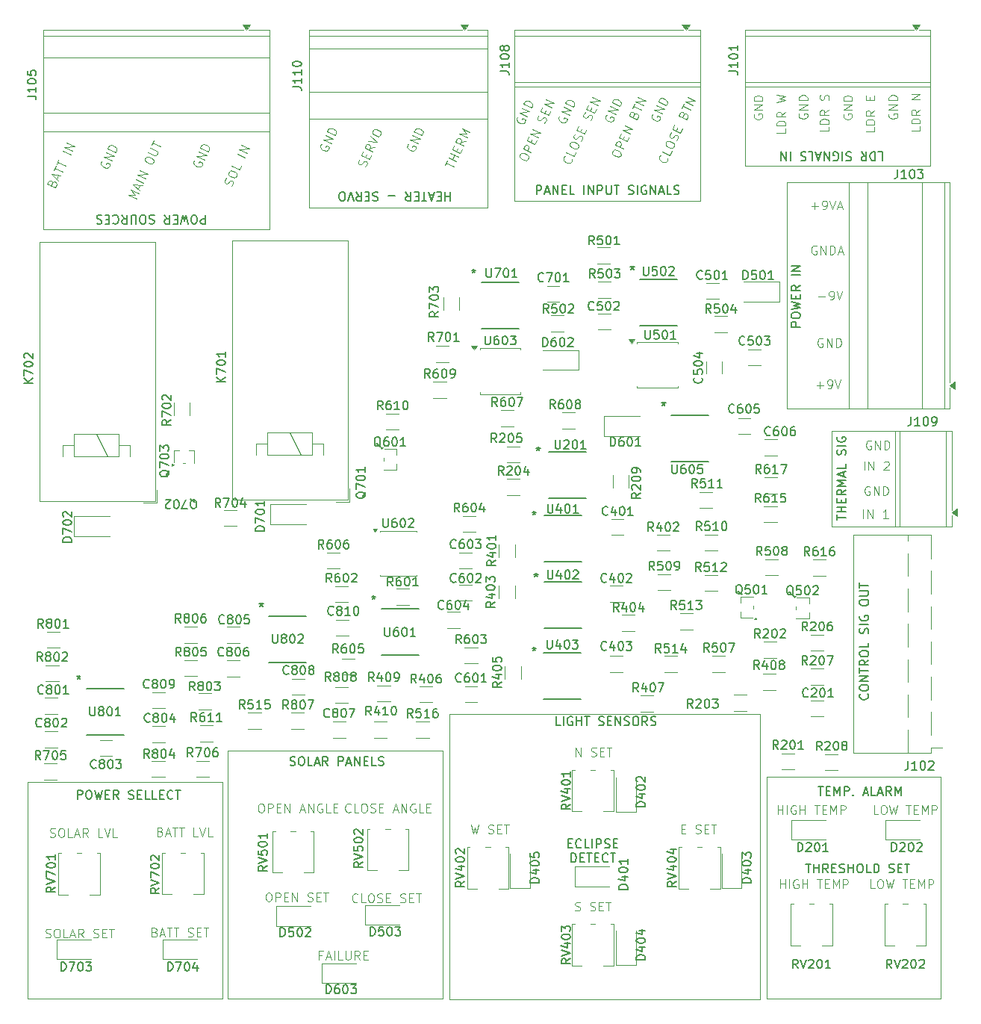
<source format=gbr>
%TF.GenerationSoftware,KiCad,Pcbnew,9.0.7-9.0.7~ubuntu24.04.1*%
%TF.CreationDate,2026-01-30T18:11:10-03:00*%
%TF.ProjectId,Main board,4d61696e-2062-46f6-9172-642e6b696361,1*%
%TF.SameCoordinates,Original*%
%TF.FileFunction,Legend,Top*%
%TF.FilePolarity,Positive*%
%FSLAX46Y46*%
G04 Gerber Fmt 4.6, Leading zero omitted, Abs format (unit mm)*
G04 Created by KiCad (PCBNEW 9.0.7-9.0.7~ubuntu24.04.1) date 2026-01-30 18:11:10*
%MOMM*%
%LPD*%
G01*
G04 APERTURE LIST*
%ADD10C,0.100000*%
%ADD11C,0.200000*%
%ADD12C,0.150000*%
%ADD13C,0.120000*%
%ADD14C,0.152400*%
G04 APERTURE END LIST*
D10*
X114383711Y-80911799D02*
X114383711Y-91771799D01*
X104585000Y-50825000D02*
X125605000Y-50825000D01*
X121563711Y-80911799D02*
X114383711Y-80911799D01*
X106995000Y-120125000D02*
X126745000Y-120125000D01*
X126745000Y-145275000D01*
X106995000Y-145275000D01*
X106995000Y-120125000D01*
X114383711Y-91771799D02*
X121563711Y-91771799D01*
X116850000Y-92715000D02*
X116850000Y-117435000D01*
X125605000Y-50825000D02*
X125605000Y-41925000D01*
X123040000Y-92715000D02*
X116850000Y-92715000D01*
X23175000Y-120675000D02*
X45325000Y-120675000D01*
X45325000Y-145225000D01*
X23175000Y-145225000D01*
X23175000Y-120675000D01*
X116330000Y-52745000D02*
X109300000Y-52745000D01*
X109300000Y-78385000D02*
X116330000Y-78385000D01*
X75370000Y-45522500D02*
X75370000Y-55575000D01*
X116850000Y-117435000D02*
X123040000Y-117435000D01*
X55100000Y-55575000D02*
X55100000Y-45522500D01*
X78450000Y-54822500D02*
X99470000Y-54822500D01*
X75370000Y-55575000D02*
X55100000Y-55575000D01*
X45862500Y-117175000D02*
X70312500Y-117175000D01*
X70312500Y-145225000D01*
X45862500Y-145225000D01*
X45862500Y-117175000D01*
X99470000Y-54822500D02*
X99470000Y-41925000D01*
X109300000Y-52745000D02*
X109300000Y-78385000D01*
X78450000Y-41925000D02*
X78450000Y-54822500D01*
X25030000Y-46927500D02*
X25030000Y-58057500D01*
X50670000Y-58057500D02*
X50670000Y-46927500D01*
X71050000Y-112975000D02*
X106300000Y-112975000D01*
X106300000Y-145325000D01*
X71050000Y-145325000D01*
X71050000Y-112975000D01*
X25030000Y-58057500D02*
X50670000Y-58057500D01*
X104585000Y-41925000D02*
X104585000Y-50825000D01*
D11*
X43380326Y-56432780D02*
X43380326Y-57432780D01*
X43380326Y-57432780D02*
X42999374Y-57432780D01*
X42999374Y-57432780D02*
X42904136Y-57385161D01*
X42904136Y-57385161D02*
X42856517Y-57337542D01*
X42856517Y-57337542D02*
X42808898Y-57242304D01*
X42808898Y-57242304D02*
X42808898Y-57099447D01*
X42808898Y-57099447D02*
X42856517Y-57004209D01*
X42856517Y-57004209D02*
X42904136Y-56956590D01*
X42904136Y-56956590D02*
X42999374Y-56908971D01*
X42999374Y-56908971D02*
X43380326Y-56908971D01*
X42189850Y-57432780D02*
X41999374Y-57432780D01*
X41999374Y-57432780D02*
X41904136Y-57385161D01*
X41904136Y-57385161D02*
X41808898Y-57289923D01*
X41808898Y-57289923D02*
X41761279Y-57099447D01*
X41761279Y-57099447D02*
X41761279Y-56766114D01*
X41761279Y-56766114D02*
X41808898Y-56575638D01*
X41808898Y-56575638D02*
X41904136Y-56480400D01*
X41904136Y-56480400D02*
X41999374Y-56432780D01*
X41999374Y-56432780D02*
X42189850Y-56432780D01*
X42189850Y-56432780D02*
X42285088Y-56480400D01*
X42285088Y-56480400D02*
X42380326Y-56575638D01*
X42380326Y-56575638D02*
X42427945Y-56766114D01*
X42427945Y-56766114D02*
X42427945Y-57099447D01*
X42427945Y-57099447D02*
X42380326Y-57289923D01*
X42380326Y-57289923D02*
X42285088Y-57385161D01*
X42285088Y-57385161D02*
X42189850Y-57432780D01*
X41427945Y-57432780D02*
X41189850Y-56432780D01*
X41189850Y-56432780D02*
X40999374Y-57147066D01*
X40999374Y-57147066D02*
X40808898Y-56432780D01*
X40808898Y-56432780D02*
X40570803Y-57432780D01*
X40189850Y-56956590D02*
X39856517Y-56956590D01*
X39713660Y-56432780D02*
X40189850Y-56432780D01*
X40189850Y-56432780D02*
X40189850Y-57432780D01*
X40189850Y-57432780D02*
X39713660Y-57432780D01*
X38713660Y-56432780D02*
X39046993Y-56908971D01*
X39285088Y-56432780D02*
X39285088Y-57432780D01*
X39285088Y-57432780D02*
X38904136Y-57432780D01*
X38904136Y-57432780D02*
X38808898Y-57385161D01*
X38808898Y-57385161D02*
X38761279Y-57337542D01*
X38761279Y-57337542D02*
X38713660Y-57242304D01*
X38713660Y-57242304D02*
X38713660Y-57099447D01*
X38713660Y-57099447D02*
X38761279Y-57004209D01*
X38761279Y-57004209D02*
X38808898Y-56956590D01*
X38808898Y-56956590D02*
X38904136Y-56908971D01*
X38904136Y-56908971D02*
X39285088Y-56908971D01*
X37570802Y-56480400D02*
X37427945Y-56432780D01*
X37427945Y-56432780D02*
X37189850Y-56432780D01*
X37189850Y-56432780D02*
X37094612Y-56480400D01*
X37094612Y-56480400D02*
X37046993Y-56528019D01*
X37046993Y-56528019D02*
X36999374Y-56623257D01*
X36999374Y-56623257D02*
X36999374Y-56718495D01*
X36999374Y-56718495D02*
X37046993Y-56813733D01*
X37046993Y-56813733D02*
X37094612Y-56861352D01*
X37094612Y-56861352D02*
X37189850Y-56908971D01*
X37189850Y-56908971D02*
X37380326Y-56956590D01*
X37380326Y-56956590D02*
X37475564Y-57004209D01*
X37475564Y-57004209D02*
X37523183Y-57051828D01*
X37523183Y-57051828D02*
X37570802Y-57147066D01*
X37570802Y-57147066D02*
X37570802Y-57242304D01*
X37570802Y-57242304D02*
X37523183Y-57337542D01*
X37523183Y-57337542D02*
X37475564Y-57385161D01*
X37475564Y-57385161D02*
X37380326Y-57432780D01*
X37380326Y-57432780D02*
X37142231Y-57432780D01*
X37142231Y-57432780D02*
X36999374Y-57385161D01*
X36380326Y-57432780D02*
X36189850Y-57432780D01*
X36189850Y-57432780D02*
X36094612Y-57385161D01*
X36094612Y-57385161D02*
X35999374Y-57289923D01*
X35999374Y-57289923D02*
X35951755Y-57099447D01*
X35951755Y-57099447D02*
X35951755Y-56766114D01*
X35951755Y-56766114D02*
X35999374Y-56575638D01*
X35999374Y-56575638D02*
X36094612Y-56480400D01*
X36094612Y-56480400D02*
X36189850Y-56432780D01*
X36189850Y-56432780D02*
X36380326Y-56432780D01*
X36380326Y-56432780D02*
X36475564Y-56480400D01*
X36475564Y-56480400D02*
X36570802Y-56575638D01*
X36570802Y-56575638D02*
X36618421Y-56766114D01*
X36618421Y-56766114D02*
X36618421Y-57099447D01*
X36618421Y-57099447D02*
X36570802Y-57289923D01*
X36570802Y-57289923D02*
X36475564Y-57385161D01*
X36475564Y-57385161D02*
X36380326Y-57432780D01*
X35523183Y-57432780D02*
X35523183Y-56623257D01*
X35523183Y-56623257D02*
X35475564Y-56528019D01*
X35475564Y-56528019D02*
X35427945Y-56480400D01*
X35427945Y-56480400D02*
X35332707Y-56432780D01*
X35332707Y-56432780D02*
X35142231Y-56432780D01*
X35142231Y-56432780D02*
X35046993Y-56480400D01*
X35046993Y-56480400D02*
X34999374Y-56528019D01*
X34999374Y-56528019D02*
X34951755Y-56623257D01*
X34951755Y-56623257D02*
X34951755Y-57432780D01*
X33904136Y-56432780D02*
X34237469Y-56908971D01*
X34475564Y-56432780D02*
X34475564Y-57432780D01*
X34475564Y-57432780D02*
X34094612Y-57432780D01*
X34094612Y-57432780D02*
X33999374Y-57385161D01*
X33999374Y-57385161D02*
X33951755Y-57337542D01*
X33951755Y-57337542D02*
X33904136Y-57242304D01*
X33904136Y-57242304D02*
X33904136Y-57099447D01*
X33904136Y-57099447D02*
X33951755Y-57004209D01*
X33951755Y-57004209D02*
X33999374Y-56956590D01*
X33999374Y-56956590D02*
X34094612Y-56908971D01*
X34094612Y-56908971D02*
X34475564Y-56908971D01*
X32904136Y-56528019D02*
X32951755Y-56480400D01*
X32951755Y-56480400D02*
X33094612Y-56432780D01*
X33094612Y-56432780D02*
X33189850Y-56432780D01*
X33189850Y-56432780D02*
X33332707Y-56480400D01*
X33332707Y-56480400D02*
X33427945Y-56575638D01*
X33427945Y-56575638D02*
X33475564Y-56670876D01*
X33475564Y-56670876D02*
X33523183Y-56861352D01*
X33523183Y-56861352D02*
X33523183Y-57004209D01*
X33523183Y-57004209D02*
X33475564Y-57194685D01*
X33475564Y-57194685D02*
X33427945Y-57289923D01*
X33427945Y-57289923D02*
X33332707Y-57385161D01*
X33332707Y-57385161D02*
X33189850Y-57432780D01*
X33189850Y-57432780D02*
X33094612Y-57432780D01*
X33094612Y-57432780D02*
X32951755Y-57385161D01*
X32951755Y-57385161D02*
X32904136Y-57337542D01*
X32475564Y-56956590D02*
X32142231Y-56956590D01*
X31999374Y-56432780D02*
X32475564Y-56432780D01*
X32475564Y-56432780D02*
X32475564Y-57432780D01*
X32475564Y-57432780D02*
X31999374Y-57432780D01*
X31618421Y-56480400D02*
X31475564Y-56432780D01*
X31475564Y-56432780D02*
X31237469Y-56432780D01*
X31237469Y-56432780D02*
X31142231Y-56480400D01*
X31142231Y-56480400D02*
X31094612Y-56528019D01*
X31094612Y-56528019D02*
X31046993Y-56623257D01*
X31046993Y-56623257D02*
X31046993Y-56718495D01*
X31046993Y-56718495D02*
X31094612Y-56813733D01*
X31094612Y-56813733D02*
X31142231Y-56861352D01*
X31142231Y-56861352D02*
X31237469Y-56908971D01*
X31237469Y-56908971D02*
X31427945Y-56956590D01*
X31427945Y-56956590D02*
X31523183Y-57004209D01*
X31523183Y-57004209D02*
X31570802Y-57051828D01*
X31570802Y-57051828D02*
X31618421Y-57147066D01*
X31618421Y-57147066D02*
X31618421Y-57242304D01*
X31618421Y-57242304D02*
X31570802Y-57337542D01*
X31570802Y-57337542D02*
X31523183Y-57385161D01*
X31523183Y-57385161D02*
X31427945Y-57432780D01*
X31427945Y-57432780D02*
X31189850Y-57432780D01*
X31189850Y-57432780D02*
X31046993Y-57385161D01*
D10*
X97353884Y-126023609D02*
X97687217Y-126023609D01*
X97830074Y-126547419D02*
X97353884Y-126547419D01*
X97353884Y-126547419D02*
X97353884Y-125547419D01*
X97353884Y-125547419D02*
X97830074Y-125547419D01*
X98972932Y-126499800D02*
X99115789Y-126547419D01*
X99115789Y-126547419D02*
X99353884Y-126547419D01*
X99353884Y-126547419D02*
X99449122Y-126499800D01*
X99449122Y-126499800D02*
X99496741Y-126452180D01*
X99496741Y-126452180D02*
X99544360Y-126356942D01*
X99544360Y-126356942D02*
X99544360Y-126261704D01*
X99544360Y-126261704D02*
X99496741Y-126166466D01*
X99496741Y-126166466D02*
X99449122Y-126118847D01*
X99449122Y-126118847D02*
X99353884Y-126071228D01*
X99353884Y-126071228D02*
X99163408Y-126023609D01*
X99163408Y-126023609D02*
X99068170Y-125975990D01*
X99068170Y-125975990D02*
X99020551Y-125928371D01*
X99020551Y-125928371D02*
X98972932Y-125833133D01*
X98972932Y-125833133D02*
X98972932Y-125737895D01*
X98972932Y-125737895D02*
X99020551Y-125642657D01*
X99020551Y-125642657D02*
X99068170Y-125595038D01*
X99068170Y-125595038D02*
X99163408Y-125547419D01*
X99163408Y-125547419D02*
X99401503Y-125547419D01*
X99401503Y-125547419D02*
X99544360Y-125595038D01*
X99972932Y-126023609D02*
X100306265Y-126023609D01*
X100449122Y-126547419D02*
X99972932Y-126547419D01*
X99972932Y-126547419D02*
X99972932Y-125547419D01*
X99972932Y-125547419D02*
X100449122Y-125547419D01*
X100734837Y-125547419D02*
X101306265Y-125547419D01*
X101020551Y-126547419D02*
X101020551Y-125547419D01*
X112103884Y-55416466D02*
X112865789Y-55416466D01*
X112484836Y-55797419D02*
X112484836Y-55035514D01*
X113389598Y-55797419D02*
X113580074Y-55797419D01*
X113580074Y-55797419D02*
X113675312Y-55749800D01*
X113675312Y-55749800D02*
X113722931Y-55702180D01*
X113722931Y-55702180D02*
X113818169Y-55559323D01*
X113818169Y-55559323D02*
X113865788Y-55368847D01*
X113865788Y-55368847D02*
X113865788Y-54987895D01*
X113865788Y-54987895D02*
X113818169Y-54892657D01*
X113818169Y-54892657D02*
X113770550Y-54845038D01*
X113770550Y-54845038D02*
X113675312Y-54797419D01*
X113675312Y-54797419D02*
X113484836Y-54797419D01*
X113484836Y-54797419D02*
X113389598Y-54845038D01*
X113389598Y-54845038D02*
X113341979Y-54892657D01*
X113341979Y-54892657D02*
X113294360Y-54987895D01*
X113294360Y-54987895D02*
X113294360Y-55225990D01*
X113294360Y-55225990D02*
X113341979Y-55321228D01*
X113341979Y-55321228D02*
X113389598Y-55368847D01*
X113389598Y-55368847D02*
X113484836Y-55416466D01*
X113484836Y-55416466D02*
X113675312Y-55416466D01*
X113675312Y-55416466D02*
X113770550Y-55368847D01*
X113770550Y-55368847D02*
X113818169Y-55321228D01*
X113818169Y-55321228D02*
X113865788Y-55225990D01*
X114151503Y-54797419D02*
X114484836Y-55797419D01*
X114484836Y-55797419D02*
X114818169Y-54797419D01*
X115103884Y-55511704D02*
X115580074Y-55511704D01*
X115008646Y-55797419D02*
X115341979Y-54797419D01*
X115341979Y-54797419D02*
X115675312Y-55797419D01*
X73508646Y-125547419D02*
X73746741Y-126547419D01*
X73746741Y-126547419D02*
X73937217Y-125833133D01*
X73937217Y-125833133D02*
X74127693Y-126547419D01*
X74127693Y-126547419D02*
X74365789Y-125547419D01*
X75461027Y-126499800D02*
X75603884Y-126547419D01*
X75603884Y-126547419D02*
X75841979Y-126547419D01*
X75841979Y-126547419D02*
X75937217Y-126499800D01*
X75937217Y-126499800D02*
X75984836Y-126452180D01*
X75984836Y-126452180D02*
X76032455Y-126356942D01*
X76032455Y-126356942D02*
X76032455Y-126261704D01*
X76032455Y-126261704D02*
X75984836Y-126166466D01*
X75984836Y-126166466D02*
X75937217Y-126118847D01*
X75937217Y-126118847D02*
X75841979Y-126071228D01*
X75841979Y-126071228D02*
X75651503Y-126023609D01*
X75651503Y-126023609D02*
X75556265Y-125975990D01*
X75556265Y-125975990D02*
X75508646Y-125928371D01*
X75508646Y-125928371D02*
X75461027Y-125833133D01*
X75461027Y-125833133D02*
X75461027Y-125737895D01*
X75461027Y-125737895D02*
X75508646Y-125642657D01*
X75508646Y-125642657D02*
X75556265Y-125595038D01*
X75556265Y-125595038D02*
X75651503Y-125547419D01*
X75651503Y-125547419D02*
X75889598Y-125547419D01*
X75889598Y-125547419D02*
X76032455Y-125595038D01*
X76461027Y-126023609D02*
X76794360Y-126023609D01*
X76937217Y-126547419D02*
X76461027Y-126547419D01*
X76461027Y-126547419D02*
X76461027Y-125547419D01*
X76461027Y-125547419D02*
X76937217Y-125547419D01*
X77222932Y-125547419D02*
X77794360Y-125547419D01*
X77508646Y-126547419D02*
X77508646Y-125547419D01*
D11*
X80929673Y-54089719D02*
X80929673Y-53089719D01*
X80929673Y-53089719D02*
X81310625Y-53089719D01*
X81310625Y-53089719D02*
X81405863Y-53137338D01*
X81405863Y-53137338D02*
X81453482Y-53184957D01*
X81453482Y-53184957D02*
X81501101Y-53280195D01*
X81501101Y-53280195D02*
X81501101Y-53423052D01*
X81501101Y-53423052D02*
X81453482Y-53518290D01*
X81453482Y-53518290D02*
X81405863Y-53565909D01*
X81405863Y-53565909D02*
X81310625Y-53613528D01*
X81310625Y-53613528D02*
X80929673Y-53613528D01*
X81882054Y-53804004D02*
X82358244Y-53804004D01*
X81786816Y-54089719D02*
X82120149Y-53089719D01*
X82120149Y-53089719D02*
X82453482Y-54089719D01*
X82786816Y-54089719D02*
X82786816Y-53089719D01*
X82786816Y-53089719D02*
X83358244Y-54089719D01*
X83358244Y-54089719D02*
X83358244Y-53089719D01*
X83834435Y-53565909D02*
X84167768Y-53565909D01*
X84310625Y-54089719D02*
X83834435Y-54089719D01*
X83834435Y-54089719D02*
X83834435Y-53089719D01*
X83834435Y-53089719D02*
X84310625Y-53089719D01*
X85215387Y-54089719D02*
X84739197Y-54089719D01*
X84739197Y-54089719D02*
X84739197Y-53089719D01*
X86310626Y-54089719D02*
X86310626Y-53089719D01*
X86786816Y-54089719D02*
X86786816Y-53089719D01*
X86786816Y-53089719D02*
X87358244Y-54089719D01*
X87358244Y-54089719D02*
X87358244Y-53089719D01*
X87834435Y-54089719D02*
X87834435Y-53089719D01*
X87834435Y-53089719D02*
X88215387Y-53089719D01*
X88215387Y-53089719D02*
X88310625Y-53137338D01*
X88310625Y-53137338D02*
X88358244Y-53184957D01*
X88358244Y-53184957D02*
X88405863Y-53280195D01*
X88405863Y-53280195D02*
X88405863Y-53423052D01*
X88405863Y-53423052D02*
X88358244Y-53518290D01*
X88358244Y-53518290D02*
X88310625Y-53565909D01*
X88310625Y-53565909D02*
X88215387Y-53613528D01*
X88215387Y-53613528D02*
X87834435Y-53613528D01*
X88834435Y-53089719D02*
X88834435Y-53899242D01*
X88834435Y-53899242D02*
X88882054Y-53994480D01*
X88882054Y-53994480D02*
X88929673Y-54042100D01*
X88929673Y-54042100D02*
X89024911Y-54089719D01*
X89024911Y-54089719D02*
X89215387Y-54089719D01*
X89215387Y-54089719D02*
X89310625Y-54042100D01*
X89310625Y-54042100D02*
X89358244Y-53994480D01*
X89358244Y-53994480D02*
X89405863Y-53899242D01*
X89405863Y-53899242D02*
X89405863Y-53089719D01*
X89739197Y-53089719D02*
X90310625Y-53089719D01*
X90024911Y-54089719D02*
X90024911Y-53089719D01*
X91358245Y-54042100D02*
X91501102Y-54089719D01*
X91501102Y-54089719D02*
X91739197Y-54089719D01*
X91739197Y-54089719D02*
X91834435Y-54042100D01*
X91834435Y-54042100D02*
X91882054Y-53994480D01*
X91882054Y-53994480D02*
X91929673Y-53899242D01*
X91929673Y-53899242D02*
X91929673Y-53804004D01*
X91929673Y-53804004D02*
X91882054Y-53708766D01*
X91882054Y-53708766D02*
X91834435Y-53661147D01*
X91834435Y-53661147D02*
X91739197Y-53613528D01*
X91739197Y-53613528D02*
X91548721Y-53565909D01*
X91548721Y-53565909D02*
X91453483Y-53518290D01*
X91453483Y-53518290D02*
X91405864Y-53470671D01*
X91405864Y-53470671D02*
X91358245Y-53375433D01*
X91358245Y-53375433D02*
X91358245Y-53280195D01*
X91358245Y-53280195D02*
X91405864Y-53184957D01*
X91405864Y-53184957D02*
X91453483Y-53137338D01*
X91453483Y-53137338D02*
X91548721Y-53089719D01*
X91548721Y-53089719D02*
X91786816Y-53089719D01*
X91786816Y-53089719D02*
X91929673Y-53137338D01*
X92358245Y-54089719D02*
X92358245Y-53089719D01*
X93358244Y-53137338D02*
X93263006Y-53089719D01*
X93263006Y-53089719D02*
X93120149Y-53089719D01*
X93120149Y-53089719D02*
X92977292Y-53137338D01*
X92977292Y-53137338D02*
X92882054Y-53232576D01*
X92882054Y-53232576D02*
X92834435Y-53327814D01*
X92834435Y-53327814D02*
X92786816Y-53518290D01*
X92786816Y-53518290D02*
X92786816Y-53661147D01*
X92786816Y-53661147D02*
X92834435Y-53851623D01*
X92834435Y-53851623D02*
X92882054Y-53946861D01*
X92882054Y-53946861D02*
X92977292Y-54042100D01*
X92977292Y-54042100D02*
X93120149Y-54089719D01*
X93120149Y-54089719D02*
X93215387Y-54089719D01*
X93215387Y-54089719D02*
X93358244Y-54042100D01*
X93358244Y-54042100D02*
X93405863Y-53994480D01*
X93405863Y-53994480D02*
X93405863Y-53661147D01*
X93405863Y-53661147D02*
X93215387Y-53661147D01*
X93834435Y-54089719D02*
X93834435Y-53089719D01*
X93834435Y-53089719D02*
X94405863Y-54089719D01*
X94405863Y-54089719D02*
X94405863Y-53089719D01*
X94834435Y-53804004D02*
X95310625Y-53804004D01*
X94739197Y-54089719D02*
X95072530Y-53089719D01*
X95072530Y-53089719D02*
X95405863Y-54089719D01*
X96215387Y-54089719D02*
X95739197Y-54089719D01*
X95739197Y-54089719D02*
X95739197Y-53089719D01*
X96501102Y-54042100D02*
X96643959Y-54089719D01*
X96643959Y-54089719D02*
X96882054Y-54089719D01*
X96882054Y-54089719D02*
X96977292Y-54042100D01*
X96977292Y-54042100D02*
X97024911Y-53994480D01*
X97024911Y-53994480D02*
X97072530Y-53899242D01*
X97072530Y-53899242D02*
X97072530Y-53804004D01*
X97072530Y-53804004D02*
X97024911Y-53708766D01*
X97024911Y-53708766D02*
X96977292Y-53661147D01*
X96977292Y-53661147D02*
X96882054Y-53613528D01*
X96882054Y-53613528D02*
X96691578Y-53565909D01*
X96691578Y-53565909D02*
X96596340Y-53518290D01*
X96596340Y-53518290D02*
X96548721Y-53470671D01*
X96548721Y-53470671D02*
X96501102Y-53375433D01*
X96501102Y-53375433D02*
X96501102Y-53280195D01*
X96501102Y-53280195D02*
X96548721Y-53184957D01*
X96548721Y-53184957D02*
X96596340Y-53137338D01*
X96596340Y-53137338D02*
X96691578Y-53089719D01*
X96691578Y-53089719D02*
X96929673Y-53089719D01*
X96929673Y-53089719D02*
X97072530Y-53137338D01*
D10*
X59837812Y-124052180D02*
X59790193Y-124099800D01*
X59790193Y-124099800D02*
X59647336Y-124147419D01*
X59647336Y-124147419D02*
X59552098Y-124147419D01*
X59552098Y-124147419D02*
X59409241Y-124099800D01*
X59409241Y-124099800D02*
X59314003Y-124004561D01*
X59314003Y-124004561D02*
X59266384Y-123909323D01*
X59266384Y-123909323D02*
X59218765Y-123718847D01*
X59218765Y-123718847D02*
X59218765Y-123575990D01*
X59218765Y-123575990D02*
X59266384Y-123385514D01*
X59266384Y-123385514D02*
X59314003Y-123290276D01*
X59314003Y-123290276D02*
X59409241Y-123195038D01*
X59409241Y-123195038D02*
X59552098Y-123147419D01*
X59552098Y-123147419D02*
X59647336Y-123147419D01*
X59647336Y-123147419D02*
X59790193Y-123195038D01*
X59790193Y-123195038D02*
X59837812Y-123242657D01*
X60742574Y-124147419D02*
X60266384Y-124147419D01*
X60266384Y-124147419D02*
X60266384Y-123147419D01*
X61266384Y-123147419D02*
X61456860Y-123147419D01*
X61456860Y-123147419D02*
X61552098Y-123195038D01*
X61552098Y-123195038D02*
X61647336Y-123290276D01*
X61647336Y-123290276D02*
X61694955Y-123480752D01*
X61694955Y-123480752D02*
X61694955Y-123814085D01*
X61694955Y-123814085D02*
X61647336Y-124004561D01*
X61647336Y-124004561D02*
X61552098Y-124099800D01*
X61552098Y-124099800D02*
X61456860Y-124147419D01*
X61456860Y-124147419D02*
X61266384Y-124147419D01*
X61266384Y-124147419D02*
X61171146Y-124099800D01*
X61171146Y-124099800D02*
X61075908Y-124004561D01*
X61075908Y-124004561D02*
X61028289Y-123814085D01*
X61028289Y-123814085D02*
X61028289Y-123480752D01*
X61028289Y-123480752D02*
X61075908Y-123290276D01*
X61075908Y-123290276D02*
X61171146Y-123195038D01*
X61171146Y-123195038D02*
X61266384Y-123147419D01*
X62075908Y-124099800D02*
X62218765Y-124147419D01*
X62218765Y-124147419D02*
X62456860Y-124147419D01*
X62456860Y-124147419D02*
X62552098Y-124099800D01*
X62552098Y-124099800D02*
X62599717Y-124052180D01*
X62599717Y-124052180D02*
X62647336Y-123956942D01*
X62647336Y-123956942D02*
X62647336Y-123861704D01*
X62647336Y-123861704D02*
X62599717Y-123766466D01*
X62599717Y-123766466D02*
X62552098Y-123718847D01*
X62552098Y-123718847D02*
X62456860Y-123671228D01*
X62456860Y-123671228D02*
X62266384Y-123623609D01*
X62266384Y-123623609D02*
X62171146Y-123575990D01*
X62171146Y-123575990D02*
X62123527Y-123528371D01*
X62123527Y-123528371D02*
X62075908Y-123433133D01*
X62075908Y-123433133D02*
X62075908Y-123337895D01*
X62075908Y-123337895D02*
X62123527Y-123242657D01*
X62123527Y-123242657D02*
X62171146Y-123195038D01*
X62171146Y-123195038D02*
X62266384Y-123147419D01*
X62266384Y-123147419D02*
X62504479Y-123147419D01*
X62504479Y-123147419D02*
X62647336Y-123195038D01*
X63075908Y-123623609D02*
X63409241Y-123623609D01*
X63552098Y-124147419D02*
X63075908Y-124147419D01*
X63075908Y-124147419D02*
X63075908Y-123147419D01*
X63075908Y-123147419D02*
X63552098Y-123147419D01*
X64694956Y-123861704D02*
X65171146Y-123861704D01*
X64599718Y-124147419D02*
X64933051Y-123147419D01*
X64933051Y-123147419D02*
X65266384Y-124147419D01*
X65599718Y-124147419D02*
X65599718Y-123147419D01*
X65599718Y-123147419D02*
X66171146Y-124147419D01*
X66171146Y-124147419D02*
X66171146Y-123147419D01*
X67171146Y-123195038D02*
X67075908Y-123147419D01*
X67075908Y-123147419D02*
X66933051Y-123147419D01*
X66933051Y-123147419D02*
X66790194Y-123195038D01*
X66790194Y-123195038D02*
X66694956Y-123290276D01*
X66694956Y-123290276D02*
X66647337Y-123385514D01*
X66647337Y-123385514D02*
X66599718Y-123575990D01*
X66599718Y-123575990D02*
X66599718Y-123718847D01*
X66599718Y-123718847D02*
X66647337Y-123909323D01*
X66647337Y-123909323D02*
X66694956Y-124004561D01*
X66694956Y-124004561D02*
X66790194Y-124099800D01*
X66790194Y-124099800D02*
X66933051Y-124147419D01*
X66933051Y-124147419D02*
X67028289Y-124147419D01*
X67028289Y-124147419D02*
X67171146Y-124099800D01*
X67171146Y-124099800D02*
X67218765Y-124052180D01*
X67218765Y-124052180D02*
X67218765Y-123718847D01*
X67218765Y-123718847D02*
X67028289Y-123718847D01*
X68123527Y-124147419D02*
X67647337Y-124147419D01*
X67647337Y-124147419D02*
X67647337Y-123147419D01*
X68456861Y-123623609D02*
X68790194Y-123623609D01*
X68933051Y-124147419D02*
X68456861Y-124147419D01*
X68456861Y-124147419D02*
X68456861Y-123147419D01*
X68456861Y-123147419D02*
X68933051Y-123147419D01*
X112703884Y-75716466D02*
X113465789Y-75716466D01*
X113084836Y-76097419D02*
X113084836Y-75335514D01*
X113989598Y-76097419D02*
X114180074Y-76097419D01*
X114180074Y-76097419D02*
X114275312Y-76049800D01*
X114275312Y-76049800D02*
X114322931Y-76002180D01*
X114322931Y-76002180D02*
X114418169Y-75859323D01*
X114418169Y-75859323D02*
X114465788Y-75668847D01*
X114465788Y-75668847D02*
X114465788Y-75287895D01*
X114465788Y-75287895D02*
X114418169Y-75192657D01*
X114418169Y-75192657D02*
X114370550Y-75145038D01*
X114370550Y-75145038D02*
X114275312Y-75097419D01*
X114275312Y-75097419D02*
X114084836Y-75097419D01*
X114084836Y-75097419D02*
X113989598Y-75145038D01*
X113989598Y-75145038D02*
X113941979Y-75192657D01*
X113941979Y-75192657D02*
X113894360Y-75287895D01*
X113894360Y-75287895D02*
X113894360Y-75525990D01*
X113894360Y-75525990D02*
X113941979Y-75621228D01*
X113941979Y-75621228D02*
X113989598Y-75668847D01*
X113989598Y-75668847D02*
X114084836Y-75716466D01*
X114084836Y-75716466D02*
X114275312Y-75716466D01*
X114275312Y-75716466D02*
X114370550Y-75668847D01*
X114370550Y-75668847D02*
X114418169Y-75621228D01*
X114418169Y-75621228D02*
X114465788Y-75525990D01*
X114751503Y-75097419D02*
X115084836Y-76097419D01*
X115084836Y-76097419D02*
X115418169Y-75097419D01*
X89496990Y-49297920D02*
X89577489Y-49125290D01*
X89577489Y-49125290D02*
X89660895Y-49059100D01*
X89660895Y-49059100D02*
X89787460Y-49013034D01*
X89787460Y-49013034D02*
X89980215Y-49050376D01*
X89980215Y-49050376D02*
X90282317Y-49191248D01*
X90282317Y-49191248D02*
X90434823Y-49314905D01*
X90434823Y-49314905D02*
X90480888Y-49441469D01*
X90480888Y-49441469D02*
X90483796Y-49547909D01*
X90483796Y-49547909D02*
X90403298Y-49720539D01*
X90403298Y-49720539D02*
X90319891Y-49786729D01*
X90319891Y-49786729D02*
X90193326Y-49832795D01*
X90193326Y-49832795D02*
X90000572Y-49795454D01*
X90000572Y-49795454D02*
X89698469Y-49654581D01*
X89698469Y-49654581D02*
X89545964Y-49530925D01*
X89545964Y-49530925D02*
X89499898Y-49404360D01*
X89499898Y-49404360D02*
X89496990Y-49297920D01*
X90765542Y-48943704D02*
X89859234Y-48521085D01*
X89859234Y-48521085D02*
X90020231Y-48175825D01*
X90020231Y-48175825D02*
X90103638Y-48109635D01*
X90103638Y-48109635D02*
X90166921Y-48086602D01*
X90166921Y-48086602D02*
X90273360Y-48083694D01*
X90273360Y-48083694D02*
X90402833Y-48144068D01*
X90402833Y-48144068D02*
X90469023Y-48227475D01*
X90469023Y-48227475D02*
X90492056Y-48290757D01*
X90492056Y-48290757D02*
X90494964Y-48397197D01*
X90494964Y-48397197D02*
X90333967Y-48742457D01*
X90713427Y-47816024D02*
X90854300Y-47513922D01*
X91389407Y-47605821D02*
X91188160Y-48037396D01*
X91188160Y-48037396D02*
X90281852Y-47614778D01*
X90281852Y-47614778D02*
X90483099Y-47183202D01*
X91570529Y-47217403D02*
X90664221Y-46794785D01*
X90664221Y-46794785D02*
X91812025Y-46699513D01*
X91812025Y-46699513D02*
X90905717Y-46276894D01*
X92001407Y-45053943D02*
X92104939Y-44944595D01*
X92104939Y-44944595D02*
X92168221Y-44921562D01*
X92168221Y-44921562D02*
X92274660Y-44918654D01*
X92274660Y-44918654D02*
X92404133Y-44979028D01*
X92404133Y-44979028D02*
X92470323Y-45062435D01*
X92470323Y-45062435D02*
X92493356Y-45125717D01*
X92493356Y-45125717D02*
X92496264Y-45232157D01*
X92496264Y-45232157D02*
X92335267Y-45577417D01*
X92335267Y-45577417D02*
X91428959Y-45154799D01*
X91428959Y-45154799D02*
X91569832Y-44852696D01*
X91569832Y-44852696D02*
X91653239Y-44786506D01*
X91653239Y-44786506D02*
X91716521Y-44763473D01*
X91716521Y-44763473D02*
X91822961Y-44760565D01*
X91822961Y-44760565D02*
X91909276Y-44800814D01*
X91909276Y-44800814D02*
X91975466Y-44884221D01*
X91975466Y-44884221D02*
X91998499Y-44947503D01*
X91998499Y-44947503D02*
X92001407Y-45053943D01*
X92001407Y-45053943D02*
X91860534Y-45356046D01*
X91791203Y-44377964D02*
X92032700Y-43860074D01*
X92818259Y-44541637D02*
X91911951Y-44119019D01*
X93079880Y-43980589D02*
X92173572Y-43557971D01*
X92173572Y-43557971D02*
X93321376Y-43462699D01*
X93321376Y-43462699D02*
X92415069Y-43040081D01*
X31691020Y-50300943D02*
X31607613Y-50367133D01*
X31607613Y-50367133D02*
X31547239Y-50496605D01*
X31547239Y-50496605D02*
X31530023Y-50646203D01*
X31530023Y-50646203D02*
X31576088Y-50772767D01*
X31576088Y-50772767D02*
X31642279Y-50856174D01*
X31642279Y-50856174D02*
X31794784Y-50979830D01*
X31794784Y-50979830D02*
X31924257Y-51040204D01*
X31924257Y-51040204D02*
X32117011Y-51077545D01*
X32117011Y-51077545D02*
X32223451Y-51074637D01*
X32223451Y-51074637D02*
X32350015Y-51028572D01*
X32350015Y-51028572D02*
X32453547Y-50919224D01*
X32453547Y-50919224D02*
X32493796Y-50832909D01*
X32493796Y-50832909D02*
X32511013Y-50683311D01*
X32511013Y-50683311D02*
X32487980Y-50620029D01*
X32487980Y-50620029D02*
X32185877Y-50479157D01*
X32185877Y-50479157D02*
X32105379Y-50651787D01*
X32755417Y-50271861D02*
X31849109Y-49849243D01*
X31849109Y-49849243D02*
X32996913Y-49753971D01*
X32996913Y-49753971D02*
X32090606Y-49331353D01*
X33198160Y-49322396D02*
X32291852Y-48899778D01*
X32291852Y-48899778D02*
X32392476Y-48683990D01*
X32392476Y-48683990D02*
X32496007Y-48574642D01*
X32496007Y-48574642D02*
X32622572Y-48528576D01*
X32622572Y-48528576D02*
X32729011Y-48525668D01*
X32729011Y-48525668D02*
X32921766Y-48563009D01*
X32921766Y-48563009D02*
X33051239Y-48623383D01*
X33051239Y-48623383D02*
X33203744Y-48747040D01*
X33203744Y-48747040D02*
X33269934Y-48830447D01*
X33269934Y-48830447D02*
X33316000Y-48957011D01*
X33316000Y-48957011D02*
X33298783Y-49106608D01*
X33298783Y-49106608D02*
X33198160Y-49322396D01*
X56571020Y-48368443D02*
X56487613Y-48434633D01*
X56487613Y-48434633D02*
X56427239Y-48564105D01*
X56427239Y-48564105D02*
X56410023Y-48713703D01*
X56410023Y-48713703D02*
X56456088Y-48840267D01*
X56456088Y-48840267D02*
X56522279Y-48923674D01*
X56522279Y-48923674D02*
X56674784Y-49047330D01*
X56674784Y-49047330D02*
X56804257Y-49107704D01*
X56804257Y-49107704D02*
X56997011Y-49145045D01*
X56997011Y-49145045D02*
X57103451Y-49142137D01*
X57103451Y-49142137D02*
X57230015Y-49096072D01*
X57230015Y-49096072D02*
X57333547Y-48986724D01*
X57333547Y-48986724D02*
X57373796Y-48900409D01*
X57373796Y-48900409D02*
X57391013Y-48750811D01*
X57391013Y-48750811D02*
X57367980Y-48687529D01*
X57367980Y-48687529D02*
X57065877Y-48546657D01*
X57065877Y-48546657D02*
X56985379Y-48719287D01*
X57635417Y-48339361D02*
X56729109Y-47916743D01*
X56729109Y-47916743D02*
X57876913Y-47821471D01*
X57876913Y-47821471D02*
X56970606Y-47398853D01*
X58078160Y-47389896D02*
X57171852Y-46967278D01*
X57171852Y-46967278D02*
X57272476Y-46751490D01*
X57272476Y-46751490D02*
X57376007Y-46642142D01*
X57376007Y-46642142D02*
X57502572Y-46596076D01*
X57502572Y-46596076D02*
X57609011Y-46593168D01*
X57609011Y-46593168D02*
X57801766Y-46630509D01*
X57801766Y-46630509D02*
X57931239Y-46690883D01*
X57931239Y-46690883D02*
X58083744Y-46814540D01*
X58083744Y-46814540D02*
X58149934Y-46897947D01*
X58149934Y-46897947D02*
X58196000Y-47024511D01*
X58196000Y-47024511D02*
X58178783Y-47174108D01*
X58178783Y-47174108D02*
X58078160Y-47389896D01*
X56599717Y-140323609D02*
X56266384Y-140323609D01*
X56266384Y-140847419D02*
X56266384Y-139847419D01*
X56266384Y-139847419D02*
X56742574Y-139847419D01*
X57075908Y-140561704D02*
X57552098Y-140561704D01*
X56980670Y-140847419D02*
X57314003Y-139847419D01*
X57314003Y-139847419D02*
X57647336Y-140847419D01*
X57980670Y-140847419D02*
X57980670Y-139847419D01*
X58933050Y-140847419D02*
X58456860Y-140847419D01*
X58456860Y-140847419D02*
X58456860Y-139847419D01*
X59266384Y-139847419D02*
X59266384Y-140656942D01*
X59266384Y-140656942D02*
X59314003Y-140752180D01*
X59314003Y-140752180D02*
X59361622Y-140799800D01*
X59361622Y-140799800D02*
X59456860Y-140847419D01*
X59456860Y-140847419D02*
X59647336Y-140847419D01*
X59647336Y-140847419D02*
X59742574Y-140799800D01*
X59742574Y-140799800D02*
X59790193Y-140752180D01*
X59790193Y-140752180D02*
X59837812Y-140656942D01*
X59837812Y-140656942D02*
X59837812Y-139847419D01*
X60885431Y-140847419D02*
X60552098Y-140371228D01*
X60314003Y-140847419D02*
X60314003Y-139847419D01*
X60314003Y-139847419D02*
X60694955Y-139847419D01*
X60694955Y-139847419D02*
X60790193Y-139895038D01*
X60790193Y-139895038D02*
X60837812Y-139942657D01*
X60837812Y-139942657D02*
X60885431Y-140037895D01*
X60885431Y-140037895D02*
X60885431Y-140180752D01*
X60885431Y-140180752D02*
X60837812Y-140275990D01*
X60837812Y-140275990D02*
X60790193Y-140323609D01*
X60790193Y-140323609D02*
X60694955Y-140371228D01*
X60694955Y-140371228D02*
X60314003Y-140371228D01*
X61314003Y-140323609D02*
X61647336Y-140323609D01*
X61790193Y-140847419D02*
X61314003Y-140847419D01*
X61314003Y-140847419D02*
X61314003Y-139847419D01*
X61314003Y-139847419D02*
X61790193Y-139847419D01*
X117987595Y-90794218D02*
X117987595Y-89794218D01*
X118463785Y-90794218D02*
X118463785Y-89794218D01*
X118463785Y-89794218D02*
X119035213Y-90794218D01*
X119035213Y-90794218D02*
X119035213Y-89794218D01*
X120797118Y-90794218D02*
X120225690Y-90794218D01*
X120511404Y-90794218D02*
X120511404Y-89794218D01*
X120511404Y-89794218D02*
X120416166Y-89937075D01*
X120416166Y-89937075D02*
X120320928Y-90032313D01*
X120320928Y-90032313D02*
X120225690Y-90079932D01*
X25756265Y-126899800D02*
X25899122Y-126947419D01*
X25899122Y-126947419D02*
X26137217Y-126947419D01*
X26137217Y-126947419D02*
X26232455Y-126899800D01*
X26232455Y-126899800D02*
X26280074Y-126852180D01*
X26280074Y-126852180D02*
X26327693Y-126756942D01*
X26327693Y-126756942D02*
X26327693Y-126661704D01*
X26327693Y-126661704D02*
X26280074Y-126566466D01*
X26280074Y-126566466D02*
X26232455Y-126518847D01*
X26232455Y-126518847D02*
X26137217Y-126471228D01*
X26137217Y-126471228D02*
X25946741Y-126423609D01*
X25946741Y-126423609D02*
X25851503Y-126375990D01*
X25851503Y-126375990D02*
X25803884Y-126328371D01*
X25803884Y-126328371D02*
X25756265Y-126233133D01*
X25756265Y-126233133D02*
X25756265Y-126137895D01*
X25756265Y-126137895D02*
X25803884Y-126042657D01*
X25803884Y-126042657D02*
X25851503Y-125995038D01*
X25851503Y-125995038D02*
X25946741Y-125947419D01*
X25946741Y-125947419D02*
X26184836Y-125947419D01*
X26184836Y-125947419D02*
X26327693Y-125995038D01*
X26946741Y-125947419D02*
X27137217Y-125947419D01*
X27137217Y-125947419D02*
X27232455Y-125995038D01*
X27232455Y-125995038D02*
X27327693Y-126090276D01*
X27327693Y-126090276D02*
X27375312Y-126280752D01*
X27375312Y-126280752D02*
X27375312Y-126614085D01*
X27375312Y-126614085D02*
X27327693Y-126804561D01*
X27327693Y-126804561D02*
X27232455Y-126899800D01*
X27232455Y-126899800D02*
X27137217Y-126947419D01*
X27137217Y-126947419D02*
X26946741Y-126947419D01*
X26946741Y-126947419D02*
X26851503Y-126899800D01*
X26851503Y-126899800D02*
X26756265Y-126804561D01*
X26756265Y-126804561D02*
X26708646Y-126614085D01*
X26708646Y-126614085D02*
X26708646Y-126280752D01*
X26708646Y-126280752D02*
X26756265Y-126090276D01*
X26756265Y-126090276D02*
X26851503Y-125995038D01*
X26851503Y-125995038D02*
X26946741Y-125947419D01*
X28280074Y-126947419D02*
X27803884Y-126947419D01*
X27803884Y-126947419D02*
X27803884Y-125947419D01*
X28565789Y-126661704D02*
X29041979Y-126661704D01*
X28470551Y-126947419D02*
X28803884Y-125947419D01*
X28803884Y-125947419D02*
X29137217Y-126947419D01*
X30041979Y-126947419D02*
X29708646Y-126471228D01*
X29470551Y-126947419D02*
X29470551Y-125947419D01*
X29470551Y-125947419D02*
X29851503Y-125947419D01*
X29851503Y-125947419D02*
X29946741Y-125995038D01*
X29946741Y-125995038D02*
X29994360Y-126042657D01*
X29994360Y-126042657D02*
X30041979Y-126137895D01*
X30041979Y-126137895D02*
X30041979Y-126280752D01*
X30041979Y-126280752D02*
X29994360Y-126375990D01*
X29994360Y-126375990D02*
X29946741Y-126423609D01*
X29946741Y-126423609D02*
X29851503Y-126471228D01*
X29851503Y-126471228D02*
X29470551Y-126471228D01*
X31708646Y-126947419D02*
X31232456Y-126947419D01*
X31232456Y-126947419D02*
X31232456Y-125947419D01*
X31899123Y-125947419D02*
X32232456Y-126947419D01*
X32232456Y-126947419D02*
X32565789Y-125947419D01*
X33375313Y-126947419D02*
X32899123Y-126947419D01*
X32899123Y-126947419D02*
X32899123Y-125947419D01*
X105615038Y-44994806D02*
X105567419Y-45090044D01*
X105567419Y-45090044D02*
X105567419Y-45232901D01*
X105567419Y-45232901D02*
X105615038Y-45375758D01*
X105615038Y-45375758D02*
X105710276Y-45470996D01*
X105710276Y-45470996D02*
X105805514Y-45518615D01*
X105805514Y-45518615D02*
X105995990Y-45566234D01*
X105995990Y-45566234D02*
X106138847Y-45566234D01*
X106138847Y-45566234D02*
X106329323Y-45518615D01*
X106329323Y-45518615D02*
X106424561Y-45470996D01*
X106424561Y-45470996D02*
X106519800Y-45375758D01*
X106519800Y-45375758D02*
X106567419Y-45232901D01*
X106567419Y-45232901D02*
X106567419Y-45137663D01*
X106567419Y-45137663D02*
X106519800Y-44994806D01*
X106519800Y-44994806D02*
X106472180Y-44947187D01*
X106472180Y-44947187D02*
X106138847Y-44947187D01*
X106138847Y-44947187D02*
X106138847Y-45137663D01*
X106567419Y-44518615D02*
X105567419Y-44518615D01*
X105567419Y-44518615D02*
X106567419Y-43947187D01*
X106567419Y-43947187D02*
X105567419Y-43947187D01*
X106567419Y-43470996D02*
X105567419Y-43470996D01*
X105567419Y-43470996D02*
X105567419Y-43232901D01*
X105567419Y-43232901D02*
X105615038Y-43090044D01*
X105615038Y-43090044D02*
X105710276Y-42994806D01*
X105710276Y-42994806D02*
X105805514Y-42947187D01*
X105805514Y-42947187D02*
X105995990Y-42899568D01*
X105995990Y-42899568D02*
X106138847Y-42899568D01*
X106138847Y-42899568D02*
X106329323Y-42947187D01*
X106329323Y-42947187D02*
X106424561Y-42994806D01*
X106424561Y-42994806D02*
X106519800Y-43090044D01*
X106519800Y-43090044D02*
X106567419Y-43232901D01*
X106567419Y-43232901D02*
X106567419Y-43470996D01*
D11*
X84514286Y-127658465D02*
X84847619Y-127658465D01*
X84990476Y-128182275D02*
X84514286Y-128182275D01*
X84514286Y-128182275D02*
X84514286Y-127182275D01*
X84514286Y-127182275D02*
X84990476Y-127182275D01*
X85990476Y-128087036D02*
X85942857Y-128134656D01*
X85942857Y-128134656D02*
X85800000Y-128182275D01*
X85800000Y-128182275D02*
X85704762Y-128182275D01*
X85704762Y-128182275D02*
X85561905Y-128134656D01*
X85561905Y-128134656D02*
X85466667Y-128039417D01*
X85466667Y-128039417D02*
X85419048Y-127944179D01*
X85419048Y-127944179D02*
X85371429Y-127753703D01*
X85371429Y-127753703D02*
X85371429Y-127610846D01*
X85371429Y-127610846D02*
X85419048Y-127420370D01*
X85419048Y-127420370D02*
X85466667Y-127325132D01*
X85466667Y-127325132D02*
X85561905Y-127229894D01*
X85561905Y-127229894D02*
X85704762Y-127182275D01*
X85704762Y-127182275D02*
X85800000Y-127182275D01*
X85800000Y-127182275D02*
X85942857Y-127229894D01*
X85942857Y-127229894D02*
X85990476Y-127277513D01*
X86895238Y-128182275D02*
X86419048Y-128182275D01*
X86419048Y-128182275D02*
X86419048Y-127182275D01*
X87228572Y-128182275D02*
X87228572Y-127182275D01*
X87704762Y-128182275D02*
X87704762Y-127182275D01*
X87704762Y-127182275D02*
X88085714Y-127182275D01*
X88085714Y-127182275D02*
X88180952Y-127229894D01*
X88180952Y-127229894D02*
X88228571Y-127277513D01*
X88228571Y-127277513D02*
X88276190Y-127372751D01*
X88276190Y-127372751D02*
X88276190Y-127515608D01*
X88276190Y-127515608D02*
X88228571Y-127610846D01*
X88228571Y-127610846D02*
X88180952Y-127658465D01*
X88180952Y-127658465D02*
X88085714Y-127706084D01*
X88085714Y-127706084D02*
X87704762Y-127706084D01*
X88657143Y-128134656D02*
X88800000Y-128182275D01*
X88800000Y-128182275D02*
X89038095Y-128182275D01*
X89038095Y-128182275D02*
X89133333Y-128134656D01*
X89133333Y-128134656D02*
X89180952Y-128087036D01*
X89180952Y-128087036D02*
X89228571Y-127991798D01*
X89228571Y-127991798D02*
X89228571Y-127896560D01*
X89228571Y-127896560D02*
X89180952Y-127801322D01*
X89180952Y-127801322D02*
X89133333Y-127753703D01*
X89133333Y-127753703D02*
X89038095Y-127706084D01*
X89038095Y-127706084D02*
X88847619Y-127658465D01*
X88847619Y-127658465D02*
X88752381Y-127610846D01*
X88752381Y-127610846D02*
X88704762Y-127563227D01*
X88704762Y-127563227D02*
X88657143Y-127467989D01*
X88657143Y-127467989D02*
X88657143Y-127372751D01*
X88657143Y-127372751D02*
X88704762Y-127277513D01*
X88704762Y-127277513D02*
X88752381Y-127229894D01*
X88752381Y-127229894D02*
X88847619Y-127182275D01*
X88847619Y-127182275D02*
X89085714Y-127182275D01*
X89085714Y-127182275D02*
X89228571Y-127229894D01*
X89657143Y-127658465D02*
X89990476Y-127658465D01*
X90133333Y-128182275D02*
X89657143Y-128182275D01*
X89657143Y-128182275D02*
X89657143Y-127182275D01*
X89657143Y-127182275D02*
X90133333Y-127182275D01*
X84871428Y-129792219D02*
X84871428Y-128792219D01*
X84871428Y-128792219D02*
X85109523Y-128792219D01*
X85109523Y-128792219D02*
X85252380Y-128839838D01*
X85252380Y-128839838D02*
X85347618Y-128935076D01*
X85347618Y-128935076D02*
X85395237Y-129030314D01*
X85395237Y-129030314D02*
X85442856Y-129220790D01*
X85442856Y-129220790D02*
X85442856Y-129363647D01*
X85442856Y-129363647D02*
X85395237Y-129554123D01*
X85395237Y-129554123D02*
X85347618Y-129649361D01*
X85347618Y-129649361D02*
X85252380Y-129744600D01*
X85252380Y-129744600D02*
X85109523Y-129792219D01*
X85109523Y-129792219D02*
X84871428Y-129792219D01*
X85871428Y-129268409D02*
X86204761Y-129268409D01*
X86347618Y-129792219D02*
X85871428Y-129792219D01*
X85871428Y-129792219D02*
X85871428Y-128792219D01*
X85871428Y-128792219D02*
X86347618Y-128792219D01*
X86633333Y-128792219D02*
X87204761Y-128792219D01*
X86919047Y-129792219D02*
X86919047Y-128792219D01*
X87538095Y-129268409D02*
X87871428Y-129268409D01*
X88014285Y-129792219D02*
X87538095Y-129792219D01*
X87538095Y-129792219D02*
X87538095Y-128792219D01*
X87538095Y-128792219D02*
X88014285Y-128792219D01*
X89014285Y-129696980D02*
X88966666Y-129744600D01*
X88966666Y-129744600D02*
X88823809Y-129792219D01*
X88823809Y-129792219D02*
X88728571Y-129792219D01*
X88728571Y-129792219D02*
X88585714Y-129744600D01*
X88585714Y-129744600D02*
X88490476Y-129649361D01*
X88490476Y-129649361D02*
X88442857Y-129554123D01*
X88442857Y-129554123D02*
X88395238Y-129363647D01*
X88395238Y-129363647D02*
X88395238Y-129220790D01*
X88395238Y-129220790D02*
X88442857Y-129030314D01*
X88442857Y-129030314D02*
X88490476Y-128935076D01*
X88490476Y-128935076D02*
X88585714Y-128839838D01*
X88585714Y-128839838D02*
X88728571Y-128792219D01*
X88728571Y-128792219D02*
X88823809Y-128792219D01*
X88823809Y-128792219D02*
X88966666Y-128839838D01*
X88966666Y-128839838D02*
X89014285Y-128887457D01*
X89300000Y-128792219D02*
X89871428Y-128792219D01*
X89585714Y-129792219D02*
X89585714Y-128792219D01*
D10*
X70546117Y-50752523D02*
X70787613Y-50234633D01*
X71573173Y-50916196D02*
X70666865Y-50493578D01*
X71834794Y-50355148D02*
X70928486Y-49932530D01*
X71360061Y-50133777D02*
X71601557Y-49615887D01*
X72076290Y-49837258D02*
X71169982Y-49414640D01*
X71802804Y-49184312D02*
X71943677Y-48882209D01*
X72478784Y-48974108D02*
X72277537Y-49405683D01*
X72277537Y-49405683D02*
X71371229Y-48983065D01*
X71371229Y-48983065D02*
X71572476Y-48551490D01*
X72901402Y-48067800D02*
X72328954Y-48168656D01*
X72659906Y-48585690D02*
X71753598Y-48163072D01*
X71753598Y-48163072D02*
X71914595Y-47817812D01*
X71914595Y-47817812D02*
X71998002Y-47751622D01*
X71998002Y-47751622D02*
X72061284Y-47728589D01*
X72061284Y-47728589D02*
X72167724Y-47725681D01*
X72167724Y-47725681D02*
X72297197Y-47786055D01*
X72297197Y-47786055D02*
X72363387Y-47869461D01*
X72363387Y-47869461D02*
X72386420Y-47932744D01*
X72386420Y-47932744D02*
X72389328Y-48039183D01*
X72389328Y-48039183D02*
X72228331Y-48384443D01*
X73082524Y-47679382D02*
X72176216Y-47256764D01*
X72176216Y-47256764D02*
X72964452Y-47256532D01*
X72964452Y-47256532D02*
X72457962Y-46652559D01*
X72457962Y-46652559D02*
X73364270Y-47075177D01*
X112903884Y-65666466D02*
X113665789Y-65666466D01*
X114189598Y-66047419D02*
X114380074Y-66047419D01*
X114380074Y-66047419D02*
X114475312Y-65999800D01*
X114475312Y-65999800D02*
X114522931Y-65952180D01*
X114522931Y-65952180D02*
X114618169Y-65809323D01*
X114618169Y-65809323D02*
X114665788Y-65618847D01*
X114665788Y-65618847D02*
X114665788Y-65237895D01*
X114665788Y-65237895D02*
X114618169Y-65142657D01*
X114618169Y-65142657D02*
X114570550Y-65095038D01*
X114570550Y-65095038D02*
X114475312Y-65047419D01*
X114475312Y-65047419D02*
X114284836Y-65047419D01*
X114284836Y-65047419D02*
X114189598Y-65095038D01*
X114189598Y-65095038D02*
X114141979Y-65142657D01*
X114141979Y-65142657D02*
X114094360Y-65237895D01*
X114094360Y-65237895D02*
X114094360Y-65475990D01*
X114094360Y-65475990D02*
X114141979Y-65571228D01*
X114141979Y-65571228D02*
X114189598Y-65618847D01*
X114189598Y-65618847D02*
X114284836Y-65666466D01*
X114284836Y-65666466D02*
X114475312Y-65666466D01*
X114475312Y-65666466D02*
X114570550Y-65618847D01*
X114570550Y-65618847D02*
X114618169Y-65571228D01*
X114618169Y-65571228D02*
X114665788Y-65475990D01*
X114951503Y-65047419D02*
X115284836Y-66047419D01*
X115284836Y-66047419D02*
X115618169Y-65047419D01*
D11*
X28869673Y-122642219D02*
X28869673Y-121642219D01*
X28869673Y-121642219D02*
X29250625Y-121642219D01*
X29250625Y-121642219D02*
X29345863Y-121689838D01*
X29345863Y-121689838D02*
X29393482Y-121737457D01*
X29393482Y-121737457D02*
X29441101Y-121832695D01*
X29441101Y-121832695D02*
X29441101Y-121975552D01*
X29441101Y-121975552D02*
X29393482Y-122070790D01*
X29393482Y-122070790D02*
X29345863Y-122118409D01*
X29345863Y-122118409D02*
X29250625Y-122166028D01*
X29250625Y-122166028D02*
X28869673Y-122166028D01*
X30060149Y-121642219D02*
X30250625Y-121642219D01*
X30250625Y-121642219D02*
X30345863Y-121689838D01*
X30345863Y-121689838D02*
X30441101Y-121785076D01*
X30441101Y-121785076D02*
X30488720Y-121975552D01*
X30488720Y-121975552D02*
X30488720Y-122308885D01*
X30488720Y-122308885D02*
X30441101Y-122499361D01*
X30441101Y-122499361D02*
X30345863Y-122594600D01*
X30345863Y-122594600D02*
X30250625Y-122642219D01*
X30250625Y-122642219D02*
X30060149Y-122642219D01*
X30060149Y-122642219D02*
X29964911Y-122594600D01*
X29964911Y-122594600D02*
X29869673Y-122499361D01*
X29869673Y-122499361D02*
X29822054Y-122308885D01*
X29822054Y-122308885D02*
X29822054Y-121975552D01*
X29822054Y-121975552D02*
X29869673Y-121785076D01*
X29869673Y-121785076D02*
X29964911Y-121689838D01*
X29964911Y-121689838D02*
X30060149Y-121642219D01*
X30822054Y-121642219D02*
X31060149Y-122642219D01*
X31060149Y-122642219D02*
X31250625Y-121927933D01*
X31250625Y-121927933D02*
X31441101Y-122642219D01*
X31441101Y-122642219D02*
X31679197Y-121642219D01*
X32060149Y-122118409D02*
X32393482Y-122118409D01*
X32536339Y-122642219D02*
X32060149Y-122642219D01*
X32060149Y-122642219D02*
X32060149Y-121642219D01*
X32060149Y-121642219D02*
X32536339Y-121642219D01*
X33536339Y-122642219D02*
X33203006Y-122166028D01*
X32964911Y-122642219D02*
X32964911Y-121642219D01*
X32964911Y-121642219D02*
X33345863Y-121642219D01*
X33345863Y-121642219D02*
X33441101Y-121689838D01*
X33441101Y-121689838D02*
X33488720Y-121737457D01*
X33488720Y-121737457D02*
X33536339Y-121832695D01*
X33536339Y-121832695D02*
X33536339Y-121975552D01*
X33536339Y-121975552D02*
X33488720Y-122070790D01*
X33488720Y-122070790D02*
X33441101Y-122118409D01*
X33441101Y-122118409D02*
X33345863Y-122166028D01*
X33345863Y-122166028D02*
X32964911Y-122166028D01*
X34679197Y-122594600D02*
X34822054Y-122642219D01*
X34822054Y-122642219D02*
X35060149Y-122642219D01*
X35060149Y-122642219D02*
X35155387Y-122594600D01*
X35155387Y-122594600D02*
X35203006Y-122546980D01*
X35203006Y-122546980D02*
X35250625Y-122451742D01*
X35250625Y-122451742D02*
X35250625Y-122356504D01*
X35250625Y-122356504D02*
X35203006Y-122261266D01*
X35203006Y-122261266D02*
X35155387Y-122213647D01*
X35155387Y-122213647D02*
X35060149Y-122166028D01*
X35060149Y-122166028D02*
X34869673Y-122118409D01*
X34869673Y-122118409D02*
X34774435Y-122070790D01*
X34774435Y-122070790D02*
X34726816Y-122023171D01*
X34726816Y-122023171D02*
X34679197Y-121927933D01*
X34679197Y-121927933D02*
X34679197Y-121832695D01*
X34679197Y-121832695D02*
X34726816Y-121737457D01*
X34726816Y-121737457D02*
X34774435Y-121689838D01*
X34774435Y-121689838D02*
X34869673Y-121642219D01*
X34869673Y-121642219D02*
X35107768Y-121642219D01*
X35107768Y-121642219D02*
X35250625Y-121689838D01*
X35679197Y-122118409D02*
X36012530Y-122118409D01*
X36155387Y-122642219D02*
X35679197Y-122642219D01*
X35679197Y-122642219D02*
X35679197Y-121642219D01*
X35679197Y-121642219D02*
X36155387Y-121642219D01*
X37060149Y-122642219D02*
X36583959Y-122642219D01*
X36583959Y-122642219D02*
X36583959Y-121642219D01*
X37869673Y-122642219D02*
X37393483Y-122642219D01*
X37393483Y-122642219D02*
X37393483Y-121642219D01*
X38203007Y-122118409D02*
X38536340Y-122118409D01*
X38679197Y-122642219D02*
X38203007Y-122642219D01*
X38203007Y-122642219D02*
X38203007Y-121642219D01*
X38203007Y-121642219D02*
X38679197Y-121642219D01*
X39679197Y-122546980D02*
X39631578Y-122594600D01*
X39631578Y-122594600D02*
X39488721Y-122642219D01*
X39488721Y-122642219D02*
X39393483Y-122642219D01*
X39393483Y-122642219D02*
X39250626Y-122594600D01*
X39250626Y-122594600D02*
X39155388Y-122499361D01*
X39155388Y-122499361D02*
X39107769Y-122404123D01*
X39107769Y-122404123D02*
X39060150Y-122213647D01*
X39060150Y-122213647D02*
X39060150Y-122070790D01*
X39060150Y-122070790D02*
X39107769Y-121880314D01*
X39107769Y-121880314D02*
X39155388Y-121785076D01*
X39155388Y-121785076D02*
X39250626Y-121689838D01*
X39250626Y-121689838D02*
X39393483Y-121642219D01*
X39393483Y-121642219D02*
X39488721Y-121642219D01*
X39488721Y-121642219D02*
X39631578Y-121689838D01*
X39631578Y-121689838D02*
X39679197Y-121737457D01*
X39964912Y-121642219D02*
X40536340Y-121642219D01*
X40250626Y-122642219D02*
X40250626Y-121642219D01*
X118471980Y-110733898D02*
X118519600Y-110781517D01*
X118519600Y-110781517D02*
X118567219Y-110924374D01*
X118567219Y-110924374D02*
X118567219Y-111019612D01*
X118567219Y-111019612D02*
X118519600Y-111162469D01*
X118519600Y-111162469D02*
X118424361Y-111257707D01*
X118424361Y-111257707D02*
X118329123Y-111305326D01*
X118329123Y-111305326D02*
X118138647Y-111352945D01*
X118138647Y-111352945D02*
X117995790Y-111352945D01*
X117995790Y-111352945D02*
X117805314Y-111305326D01*
X117805314Y-111305326D02*
X117710076Y-111257707D01*
X117710076Y-111257707D02*
X117614838Y-111162469D01*
X117614838Y-111162469D02*
X117567219Y-111019612D01*
X117567219Y-111019612D02*
X117567219Y-110924374D01*
X117567219Y-110924374D02*
X117614838Y-110781517D01*
X117614838Y-110781517D02*
X117662457Y-110733898D01*
X117567219Y-110114850D02*
X117567219Y-109924374D01*
X117567219Y-109924374D02*
X117614838Y-109829136D01*
X117614838Y-109829136D02*
X117710076Y-109733898D01*
X117710076Y-109733898D02*
X117900552Y-109686279D01*
X117900552Y-109686279D02*
X118233885Y-109686279D01*
X118233885Y-109686279D02*
X118424361Y-109733898D01*
X118424361Y-109733898D02*
X118519600Y-109829136D01*
X118519600Y-109829136D02*
X118567219Y-109924374D01*
X118567219Y-109924374D02*
X118567219Y-110114850D01*
X118567219Y-110114850D02*
X118519600Y-110210088D01*
X118519600Y-110210088D02*
X118424361Y-110305326D01*
X118424361Y-110305326D02*
X118233885Y-110352945D01*
X118233885Y-110352945D02*
X117900552Y-110352945D01*
X117900552Y-110352945D02*
X117710076Y-110305326D01*
X117710076Y-110305326D02*
X117614838Y-110210088D01*
X117614838Y-110210088D02*
X117567219Y-110114850D01*
X118567219Y-109257707D02*
X117567219Y-109257707D01*
X117567219Y-109257707D02*
X118567219Y-108686279D01*
X118567219Y-108686279D02*
X117567219Y-108686279D01*
X117567219Y-108352945D02*
X117567219Y-107781517D01*
X118567219Y-108067231D02*
X117567219Y-108067231D01*
X118567219Y-106876755D02*
X118091028Y-107210088D01*
X118567219Y-107448183D02*
X117567219Y-107448183D01*
X117567219Y-107448183D02*
X117567219Y-107067231D01*
X117567219Y-107067231D02*
X117614838Y-106971993D01*
X117614838Y-106971993D02*
X117662457Y-106924374D01*
X117662457Y-106924374D02*
X117757695Y-106876755D01*
X117757695Y-106876755D02*
X117900552Y-106876755D01*
X117900552Y-106876755D02*
X117995790Y-106924374D01*
X117995790Y-106924374D02*
X118043409Y-106971993D01*
X118043409Y-106971993D02*
X118091028Y-107067231D01*
X118091028Y-107067231D02*
X118091028Y-107448183D01*
X117567219Y-106257707D02*
X117567219Y-106067231D01*
X117567219Y-106067231D02*
X117614838Y-105971993D01*
X117614838Y-105971993D02*
X117710076Y-105876755D01*
X117710076Y-105876755D02*
X117900552Y-105829136D01*
X117900552Y-105829136D02*
X118233885Y-105829136D01*
X118233885Y-105829136D02*
X118424361Y-105876755D01*
X118424361Y-105876755D02*
X118519600Y-105971993D01*
X118519600Y-105971993D02*
X118567219Y-106067231D01*
X118567219Y-106067231D02*
X118567219Y-106257707D01*
X118567219Y-106257707D02*
X118519600Y-106352945D01*
X118519600Y-106352945D02*
X118424361Y-106448183D01*
X118424361Y-106448183D02*
X118233885Y-106495802D01*
X118233885Y-106495802D02*
X117900552Y-106495802D01*
X117900552Y-106495802D02*
X117710076Y-106448183D01*
X117710076Y-106448183D02*
X117614838Y-106352945D01*
X117614838Y-106352945D02*
X117567219Y-106257707D01*
X118567219Y-104924374D02*
X118567219Y-105400564D01*
X118567219Y-105400564D02*
X117567219Y-105400564D01*
X118519600Y-103876754D02*
X118567219Y-103733897D01*
X118567219Y-103733897D02*
X118567219Y-103495802D01*
X118567219Y-103495802D02*
X118519600Y-103400564D01*
X118519600Y-103400564D02*
X118471980Y-103352945D01*
X118471980Y-103352945D02*
X118376742Y-103305326D01*
X118376742Y-103305326D02*
X118281504Y-103305326D01*
X118281504Y-103305326D02*
X118186266Y-103352945D01*
X118186266Y-103352945D02*
X118138647Y-103400564D01*
X118138647Y-103400564D02*
X118091028Y-103495802D01*
X118091028Y-103495802D02*
X118043409Y-103686278D01*
X118043409Y-103686278D02*
X117995790Y-103781516D01*
X117995790Y-103781516D02*
X117948171Y-103829135D01*
X117948171Y-103829135D02*
X117852933Y-103876754D01*
X117852933Y-103876754D02*
X117757695Y-103876754D01*
X117757695Y-103876754D02*
X117662457Y-103829135D01*
X117662457Y-103829135D02*
X117614838Y-103781516D01*
X117614838Y-103781516D02*
X117567219Y-103686278D01*
X117567219Y-103686278D02*
X117567219Y-103448183D01*
X117567219Y-103448183D02*
X117614838Y-103305326D01*
X118567219Y-102876754D02*
X117567219Y-102876754D01*
X117614838Y-101876755D02*
X117567219Y-101971993D01*
X117567219Y-101971993D02*
X117567219Y-102114850D01*
X117567219Y-102114850D02*
X117614838Y-102257707D01*
X117614838Y-102257707D02*
X117710076Y-102352945D01*
X117710076Y-102352945D02*
X117805314Y-102400564D01*
X117805314Y-102400564D02*
X117995790Y-102448183D01*
X117995790Y-102448183D02*
X118138647Y-102448183D01*
X118138647Y-102448183D02*
X118329123Y-102400564D01*
X118329123Y-102400564D02*
X118424361Y-102352945D01*
X118424361Y-102352945D02*
X118519600Y-102257707D01*
X118519600Y-102257707D02*
X118567219Y-102114850D01*
X118567219Y-102114850D02*
X118567219Y-102019612D01*
X118567219Y-102019612D02*
X118519600Y-101876755D01*
X118519600Y-101876755D02*
X118471980Y-101829136D01*
X118471980Y-101829136D02*
X118138647Y-101829136D01*
X118138647Y-101829136D02*
X118138647Y-102019612D01*
X117567219Y-100448183D02*
X117567219Y-100257707D01*
X117567219Y-100257707D02*
X117614838Y-100162469D01*
X117614838Y-100162469D02*
X117710076Y-100067231D01*
X117710076Y-100067231D02*
X117900552Y-100019612D01*
X117900552Y-100019612D02*
X118233885Y-100019612D01*
X118233885Y-100019612D02*
X118424361Y-100067231D01*
X118424361Y-100067231D02*
X118519600Y-100162469D01*
X118519600Y-100162469D02*
X118567219Y-100257707D01*
X118567219Y-100257707D02*
X118567219Y-100448183D01*
X118567219Y-100448183D02*
X118519600Y-100543421D01*
X118519600Y-100543421D02*
X118424361Y-100638659D01*
X118424361Y-100638659D02*
X118233885Y-100686278D01*
X118233885Y-100686278D02*
X117900552Y-100686278D01*
X117900552Y-100686278D02*
X117710076Y-100638659D01*
X117710076Y-100638659D02*
X117614838Y-100543421D01*
X117614838Y-100543421D02*
X117567219Y-100448183D01*
X117567219Y-99591040D02*
X118376742Y-99591040D01*
X118376742Y-99591040D02*
X118471980Y-99543421D01*
X118471980Y-99543421D02*
X118519600Y-99495802D01*
X118519600Y-99495802D02*
X118567219Y-99400564D01*
X118567219Y-99400564D02*
X118567219Y-99210088D01*
X118567219Y-99210088D02*
X118519600Y-99114850D01*
X118519600Y-99114850D02*
X118471980Y-99067231D01*
X118471980Y-99067231D02*
X118376742Y-99019612D01*
X118376742Y-99019612D02*
X117567219Y-99019612D01*
X117567219Y-98686278D02*
X117567219Y-98114850D01*
X118567219Y-98400564D02*
X117567219Y-98400564D01*
D10*
X42191020Y-50200943D02*
X42107613Y-50267133D01*
X42107613Y-50267133D02*
X42047239Y-50396605D01*
X42047239Y-50396605D02*
X42030023Y-50546203D01*
X42030023Y-50546203D02*
X42076088Y-50672767D01*
X42076088Y-50672767D02*
X42142279Y-50756174D01*
X42142279Y-50756174D02*
X42294784Y-50879830D01*
X42294784Y-50879830D02*
X42424257Y-50940204D01*
X42424257Y-50940204D02*
X42617011Y-50977545D01*
X42617011Y-50977545D02*
X42723451Y-50974637D01*
X42723451Y-50974637D02*
X42850015Y-50928572D01*
X42850015Y-50928572D02*
X42953547Y-50819224D01*
X42953547Y-50819224D02*
X42993796Y-50732909D01*
X42993796Y-50732909D02*
X43011013Y-50583311D01*
X43011013Y-50583311D02*
X42987980Y-50520029D01*
X42987980Y-50520029D02*
X42685877Y-50379157D01*
X42685877Y-50379157D02*
X42605379Y-50551787D01*
X43255417Y-50171861D02*
X42349109Y-49749243D01*
X42349109Y-49749243D02*
X43496913Y-49653971D01*
X43496913Y-49653971D02*
X42590606Y-49231353D01*
X43698160Y-49222396D02*
X42791852Y-48799778D01*
X42791852Y-48799778D02*
X42892476Y-48583990D01*
X42892476Y-48583990D02*
X42996007Y-48474642D01*
X42996007Y-48474642D02*
X43122572Y-48428576D01*
X43122572Y-48428576D02*
X43229011Y-48425668D01*
X43229011Y-48425668D02*
X43421766Y-48463009D01*
X43421766Y-48463009D02*
X43551239Y-48523383D01*
X43551239Y-48523383D02*
X43703744Y-48647040D01*
X43703744Y-48647040D02*
X43769934Y-48730447D01*
X43769934Y-48730447D02*
X43816000Y-48857011D01*
X43816000Y-48857011D02*
X43798783Y-49006608D01*
X43798783Y-49006608D02*
X43698160Y-49222396D01*
X120915038Y-44944806D02*
X120867419Y-45040044D01*
X120867419Y-45040044D02*
X120867419Y-45182901D01*
X120867419Y-45182901D02*
X120915038Y-45325758D01*
X120915038Y-45325758D02*
X121010276Y-45420996D01*
X121010276Y-45420996D02*
X121105514Y-45468615D01*
X121105514Y-45468615D02*
X121295990Y-45516234D01*
X121295990Y-45516234D02*
X121438847Y-45516234D01*
X121438847Y-45516234D02*
X121629323Y-45468615D01*
X121629323Y-45468615D02*
X121724561Y-45420996D01*
X121724561Y-45420996D02*
X121819800Y-45325758D01*
X121819800Y-45325758D02*
X121867419Y-45182901D01*
X121867419Y-45182901D02*
X121867419Y-45087663D01*
X121867419Y-45087663D02*
X121819800Y-44944806D01*
X121819800Y-44944806D02*
X121772180Y-44897187D01*
X121772180Y-44897187D02*
X121438847Y-44897187D01*
X121438847Y-44897187D02*
X121438847Y-45087663D01*
X121867419Y-44468615D02*
X120867419Y-44468615D01*
X120867419Y-44468615D02*
X121867419Y-43897187D01*
X121867419Y-43897187D02*
X120867419Y-43897187D01*
X121867419Y-43420996D02*
X120867419Y-43420996D01*
X120867419Y-43420996D02*
X120867419Y-43182901D01*
X120867419Y-43182901D02*
X120915038Y-43040044D01*
X120915038Y-43040044D02*
X121010276Y-42944806D01*
X121010276Y-42944806D02*
X121105514Y-42897187D01*
X121105514Y-42897187D02*
X121295990Y-42849568D01*
X121295990Y-42849568D02*
X121438847Y-42849568D01*
X121438847Y-42849568D02*
X121629323Y-42897187D01*
X121629323Y-42897187D02*
X121724561Y-42944806D01*
X121724561Y-42944806D02*
X121819800Y-43040044D01*
X121819800Y-43040044D02*
X121867419Y-43182901D01*
X121867419Y-43182901D02*
X121867419Y-43420996D01*
X108548884Y-132747419D02*
X108548884Y-131747419D01*
X108548884Y-132223609D02*
X109120312Y-132223609D01*
X109120312Y-132747419D02*
X109120312Y-131747419D01*
X109596503Y-132747419D02*
X109596503Y-131747419D01*
X110596502Y-131795038D02*
X110501264Y-131747419D01*
X110501264Y-131747419D02*
X110358407Y-131747419D01*
X110358407Y-131747419D02*
X110215550Y-131795038D01*
X110215550Y-131795038D02*
X110120312Y-131890276D01*
X110120312Y-131890276D02*
X110072693Y-131985514D01*
X110072693Y-131985514D02*
X110025074Y-132175990D01*
X110025074Y-132175990D02*
X110025074Y-132318847D01*
X110025074Y-132318847D02*
X110072693Y-132509323D01*
X110072693Y-132509323D02*
X110120312Y-132604561D01*
X110120312Y-132604561D02*
X110215550Y-132699800D01*
X110215550Y-132699800D02*
X110358407Y-132747419D01*
X110358407Y-132747419D02*
X110453645Y-132747419D01*
X110453645Y-132747419D02*
X110596502Y-132699800D01*
X110596502Y-132699800D02*
X110644121Y-132652180D01*
X110644121Y-132652180D02*
X110644121Y-132318847D01*
X110644121Y-132318847D02*
X110453645Y-132318847D01*
X111072693Y-132747419D02*
X111072693Y-131747419D01*
X111072693Y-132223609D02*
X111644121Y-132223609D01*
X111644121Y-132747419D02*
X111644121Y-131747419D01*
X112739360Y-131747419D02*
X113310788Y-131747419D01*
X113025074Y-132747419D02*
X113025074Y-131747419D01*
X113644122Y-132223609D02*
X113977455Y-132223609D01*
X114120312Y-132747419D02*
X113644122Y-132747419D01*
X113644122Y-132747419D02*
X113644122Y-131747419D01*
X113644122Y-131747419D02*
X114120312Y-131747419D01*
X114548884Y-132747419D02*
X114548884Y-131747419D01*
X114548884Y-131747419D02*
X114882217Y-132461704D01*
X114882217Y-132461704D02*
X115215550Y-131747419D01*
X115215550Y-131747419D02*
X115215550Y-132747419D01*
X115691741Y-132747419D02*
X115691741Y-131747419D01*
X115691741Y-131747419D02*
X116072693Y-131747419D01*
X116072693Y-131747419D02*
X116167931Y-131795038D01*
X116167931Y-131795038D02*
X116215550Y-131842657D01*
X116215550Y-131842657D02*
X116263169Y-131937895D01*
X116263169Y-131937895D02*
X116263169Y-132080752D01*
X116263169Y-132080752D02*
X116215550Y-132175990D01*
X116215550Y-132175990D02*
X116167931Y-132223609D01*
X116167931Y-132223609D02*
X116072693Y-132271228D01*
X116072693Y-132271228D02*
X115691741Y-132271228D01*
X110715038Y-44944806D02*
X110667419Y-45040044D01*
X110667419Y-45040044D02*
X110667419Y-45182901D01*
X110667419Y-45182901D02*
X110715038Y-45325758D01*
X110715038Y-45325758D02*
X110810276Y-45420996D01*
X110810276Y-45420996D02*
X110905514Y-45468615D01*
X110905514Y-45468615D02*
X111095990Y-45516234D01*
X111095990Y-45516234D02*
X111238847Y-45516234D01*
X111238847Y-45516234D02*
X111429323Y-45468615D01*
X111429323Y-45468615D02*
X111524561Y-45420996D01*
X111524561Y-45420996D02*
X111619800Y-45325758D01*
X111619800Y-45325758D02*
X111667419Y-45182901D01*
X111667419Y-45182901D02*
X111667419Y-45087663D01*
X111667419Y-45087663D02*
X111619800Y-44944806D01*
X111619800Y-44944806D02*
X111572180Y-44897187D01*
X111572180Y-44897187D02*
X111238847Y-44897187D01*
X111238847Y-44897187D02*
X111238847Y-45087663D01*
X111667419Y-44468615D02*
X110667419Y-44468615D01*
X110667419Y-44468615D02*
X111667419Y-43897187D01*
X111667419Y-43897187D02*
X110667419Y-43897187D01*
X111667419Y-43420996D02*
X110667419Y-43420996D01*
X110667419Y-43420996D02*
X110667419Y-43182901D01*
X110667419Y-43182901D02*
X110715038Y-43040044D01*
X110715038Y-43040044D02*
X110810276Y-42944806D01*
X110810276Y-42944806D02*
X110905514Y-42897187D01*
X110905514Y-42897187D02*
X111095990Y-42849568D01*
X111095990Y-42849568D02*
X111238847Y-42849568D01*
X111238847Y-42849568D02*
X111429323Y-42897187D01*
X111429323Y-42897187D02*
X111524561Y-42944806D01*
X111524561Y-42944806D02*
X111619800Y-43040044D01*
X111619800Y-43040044D02*
X111667419Y-43182901D01*
X111667419Y-43182901D02*
X111667419Y-43420996D01*
X66421020Y-48368443D02*
X66337613Y-48434633D01*
X66337613Y-48434633D02*
X66277239Y-48564105D01*
X66277239Y-48564105D02*
X66260023Y-48713703D01*
X66260023Y-48713703D02*
X66306088Y-48840267D01*
X66306088Y-48840267D02*
X66372279Y-48923674D01*
X66372279Y-48923674D02*
X66524784Y-49047330D01*
X66524784Y-49047330D02*
X66654257Y-49107704D01*
X66654257Y-49107704D02*
X66847011Y-49145045D01*
X66847011Y-49145045D02*
X66953451Y-49142137D01*
X66953451Y-49142137D02*
X67080015Y-49096072D01*
X67080015Y-49096072D02*
X67183547Y-48986724D01*
X67183547Y-48986724D02*
X67223796Y-48900409D01*
X67223796Y-48900409D02*
X67241013Y-48750811D01*
X67241013Y-48750811D02*
X67217980Y-48687529D01*
X67217980Y-48687529D02*
X66915877Y-48546657D01*
X66915877Y-48546657D02*
X66835379Y-48719287D01*
X67485417Y-48339361D02*
X66579109Y-47916743D01*
X66579109Y-47916743D02*
X67726913Y-47821471D01*
X67726913Y-47821471D02*
X66820606Y-47398853D01*
X67928160Y-47389896D02*
X67021852Y-46967278D01*
X67021852Y-46967278D02*
X67122476Y-46751490D01*
X67122476Y-46751490D02*
X67226007Y-46642142D01*
X67226007Y-46642142D02*
X67352572Y-46596076D01*
X67352572Y-46596076D02*
X67459011Y-46593168D01*
X67459011Y-46593168D02*
X67651766Y-46630509D01*
X67651766Y-46630509D02*
X67781239Y-46690883D01*
X67781239Y-46690883D02*
X67933744Y-46814540D01*
X67933744Y-46814540D02*
X67999934Y-46897947D01*
X67999934Y-46897947D02*
X68046000Y-47024511D01*
X68046000Y-47024511D02*
X68028783Y-47174108D01*
X68028783Y-47174108D02*
X67928160Y-47389896D01*
D11*
X110817219Y-69105326D02*
X109817219Y-69105326D01*
X109817219Y-69105326D02*
X109817219Y-68724374D01*
X109817219Y-68724374D02*
X109864838Y-68629136D01*
X109864838Y-68629136D02*
X109912457Y-68581517D01*
X109912457Y-68581517D02*
X110007695Y-68533898D01*
X110007695Y-68533898D02*
X110150552Y-68533898D01*
X110150552Y-68533898D02*
X110245790Y-68581517D01*
X110245790Y-68581517D02*
X110293409Y-68629136D01*
X110293409Y-68629136D02*
X110341028Y-68724374D01*
X110341028Y-68724374D02*
X110341028Y-69105326D01*
X109817219Y-67914850D02*
X109817219Y-67724374D01*
X109817219Y-67724374D02*
X109864838Y-67629136D01*
X109864838Y-67629136D02*
X109960076Y-67533898D01*
X109960076Y-67533898D02*
X110150552Y-67486279D01*
X110150552Y-67486279D02*
X110483885Y-67486279D01*
X110483885Y-67486279D02*
X110674361Y-67533898D01*
X110674361Y-67533898D02*
X110769600Y-67629136D01*
X110769600Y-67629136D02*
X110817219Y-67724374D01*
X110817219Y-67724374D02*
X110817219Y-67914850D01*
X110817219Y-67914850D02*
X110769600Y-68010088D01*
X110769600Y-68010088D02*
X110674361Y-68105326D01*
X110674361Y-68105326D02*
X110483885Y-68152945D01*
X110483885Y-68152945D02*
X110150552Y-68152945D01*
X110150552Y-68152945D02*
X109960076Y-68105326D01*
X109960076Y-68105326D02*
X109864838Y-68010088D01*
X109864838Y-68010088D02*
X109817219Y-67914850D01*
X109817219Y-67152945D02*
X110817219Y-66914850D01*
X110817219Y-66914850D02*
X110102933Y-66724374D01*
X110102933Y-66724374D02*
X110817219Y-66533898D01*
X110817219Y-66533898D02*
X109817219Y-66295803D01*
X110293409Y-65914850D02*
X110293409Y-65581517D01*
X110817219Y-65438660D02*
X110817219Y-65914850D01*
X110817219Y-65914850D02*
X109817219Y-65914850D01*
X109817219Y-65914850D02*
X109817219Y-65438660D01*
X110817219Y-64438660D02*
X110341028Y-64771993D01*
X110817219Y-65010088D02*
X109817219Y-65010088D01*
X109817219Y-65010088D02*
X109817219Y-64629136D01*
X109817219Y-64629136D02*
X109864838Y-64533898D01*
X109864838Y-64533898D02*
X109912457Y-64486279D01*
X109912457Y-64486279D02*
X110007695Y-64438660D01*
X110007695Y-64438660D02*
X110150552Y-64438660D01*
X110150552Y-64438660D02*
X110245790Y-64486279D01*
X110245790Y-64486279D02*
X110293409Y-64533898D01*
X110293409Y-64533898D02*
X110341028Y-64629136D01*
X110341028Y-64629136D02*
X110341028Y-65010088D01*
X110817219Y-63248183D02*
X109817219Y-63248183D01*
X110817219Y-62771993D02*
X109817219Y-62771993D01*
X109817219Y-62771993D02*
X110817219Y-62200565D01*
X110817219Y-62200565D02*
X109817219Y-62200565D01*
D10*
X113377693Y-70445038D02*
X113282455Y-70397419D01*
X113282455Y-70397419D02*
X113139598Y-70397419D01*
X113139598Y-70397419D02*
X112996741Y-70445038D01*
X112996741Y-70445038D02*
X112901503Y-70540276D01*
X112901503Y-70540276D02*
X112853884Y-70635514D01*
X112853884Y-70635514D02*
X112806265Y-70825990D01*
X112806265Y-70825990D02*
X112806265Y-70968847D01*
X112806265Y-70968847D02*
X112853884Y-71159323D01*
X112853884Y-71159323D02*
X112901503Y-71254561D01*
X112901503Y-71254561D02*
X112996741Y-71349800D01*
X112996741Y-71349800D02*
X113139598Y-71397419D01*
X113139598Y-71397419D02*
X113234836Y-71397419D01*
X113234836Y-71397419D02*
X113377693Y-71349800D01*
X113377693Y-71349800D02*
X113425312Y-71302180D01*
X113425312Y-71302180D02*
X113425312Y-70968847D01*
X113425312Y-70968847D02*
X113234836Y-70968847D01*
X113853884Y-71397419D02*
X113853884Y-70397419D01*
X113853884Y-70397419D02*
X114425312Y-71397419D01*
X114425312Y-71397419D02*
X114425312Y-70397419D01*
X114901503Y-71397419D02*
X114901503Y-70397419D01*
X114901503Y-70397419D02*
X115139598Y-70397419D01*
X115139598Y-70397419D02*
X115282455Y-70445038D01*
X115282455Y-70445038D02*
X115377693Y-70540276D01*
X115377693Y-70540276D02*
X115425312Y-70635514D01*
X115425312Y-70635514D02*
X115472931Y-70825990D01*
X115472931Y-70825990D02*
X115472931Y-70968847D01*
X115472931Y-70968847D02*
X115425312Y-71159323D01*
X115425312Y-71159323D02*
X115377693Y-71254561D01*
X115377693Y-71254561D02*
X115282455Y-71349800D01*
X115282455Y-71349800D02*
X115139598Y-71397419D01*
X115139598Y-71397419D02*
X114901503Y-71397419D01*
X79046990Y-49697920D02*
X79127489Y-49525290D01*
X79127489Y-49525290D02*
X79210895Y-49459100D01*
X79210895Y-49459100D02*
X79337460Y-49413034D01*
X79337460Y-49413034D02*
X79530215Y-49450376D01*
X79530215Y-49450376D02*
X79832317Y-49591248D01*
X79832317Y-49591248D02*
X79984823Y-49714905D01*
X79984823Y-49714905D02*
X80030888Y-49841469D01*
X80030888Y-49841469D02*
X80033796Y-49947909D01*
X80033796Y-49947909D02*
X79953298Y-50120539D01*
X79953298Y-50120539D02*
X79869891Y-50186729D01*
X79869891Y-50186729D02*
X79743326Y-50232795D01*
X79743326Y-50232795D02*
X79550572Y-50195454D01*
X79550572Y-50195454D02*
X79248469Y-50054581D01*
X79248469Y-50054581D02*
X79095964Y-49930925D01*
X79095964Y-49930925D02*
X79049898Y-49804360D01*
X79049898Y-49804360D02*
X79046990Y-49697920D01*
X80315542Y-49343704D02*
X79409234Y-48921085D01*
X79409234Y-48921085D02*
X79570231Y-48575825D01*
X79570231Y-48575825D02*
X79653638Y-48509635D01*
X79653638Y-48509635D02*
X79716921Y-48486602D01*
X79716921Y-48486602D02*
X79823360Y-48483694D01*
X79823360Y-48483694D02*
X79952833Y-48544068D01*
X79952833Y-48544068D02*
X80019023Y-48627475D01*
X80019023Y-48627475D02*
X80042056Y-48690757D01*
X80042056Y-48690757D02*
X80044964Y-48797197D01*
X80044964Y-48797197D02*
X79883967Y-49142457D01*
X80263427Y-48216024D02*
X80404300Y-47913922D01*
X80939407Y-48005821D02*
X80738160Y-48437396D01*
X80738160Y-48437396D02*
X79831852Y-48014778D01*
X79831852Y-48014778D02*
X80033099Y-47583202D01*
X81120529Y-47617403D02*
X80214221Y-47194785D01*
X80214221Y-47194785D02*
X81362025Y-47099513D01*
X81362025Y-47099513D02*
X80455717Y-46676894D01*
X81821985Y-46000450D02*
X81925516Y-45891102D01*
X81925516Y-45891102D02*
X82026140Y-45675315D01*
X82026140Y-45675315D02*
X82023232Y-45568875D01*
X82023232Y-45568875D02*
X82000199Y-45505593D01*
X82000199Y-45505593D02*
X81934008Y-45422186D01*
X81934008Y-45422186D02*
X81847693Y-45381937D01*
X81847693Y-45381937D02*
X81741254Y-45384845D01*
X81741254Y-45384845D02*
X81677971Y-45407877D01*
X81677971Y-45407877D02*
X81594565Y-45474068D01*
X81594565Y-45474068D02*
X81470908Y-45626573D01*
X81470908Y-45626573D02*
X81387501Y-45692764D01*
X81387501Y-45692764D02*
X81324219Y-45715796D01*
X81324219Y-45715796D02*
X81217780Y-45718705D01*
X81217780Y-45718705D02*
X81131465Y-45678455D01*
X81131465Y-45678455D02*
X81065274Y-45595048D01*
X81065274Y-45595048D02*
X81042241Y-45531766D01*
X81042241Y-45531766D02*
X81039333Y-45425326D01*
X81039333Y-45425326D02*
X81139957Y-45209539D01*
X81139957Y-45209539D02*
X81243488Y-45100191D01*
X81813028Y-44892895D02*
X81953901Y-44590793D01*
X82489007Y-44682692D02*
X82287761Y-45114267D01*
X82287761Y-45114267D02*
X81381453Y-44691649D01*
X81381453Y-44691649D02*
X81582700Y-44260074D01*
X82670129Y-44294274D02*
X81763822Y-43871656D01*
X81763822Y-43871656D02*
X82911626Y-43776384D01*
X82911626Y-43776384D02*
X82005318Y-43353766D01*
X88881020Y-45065943D02*
X88797613Y-45132133D01*
X88797613Y-45132133D02*
X88737239Y-45261605D01*
X88737239Y-45261605D02*
X88720023Y-45411203D01*
X88720023Y-45411203D02*
X88766088Y-45537767D01*
X88766088Y-45537767D02*
X88832279Y-45621174D01*
X88832279Y-45621174D02*
X88984784Y-45744830D01*
X88984784Y-45744830D02*
X89114257Y-45805204D01*
X89114257Y-45805204D02*
X89307011Y-45842545D01*
X89307011Y-45842545D02*
X89413451Y-45839637D01*
X89413451Y-45839637D02*
X89540015Y-45793572D01*
X89540015Y-45793572D02*
X89643547Y-45684224D01*
X89643547Y-45684224D02*
X89683796Y-45597909D01*
X89683796Y-45597909D02*
X89701013Y-45448311D01*
X89701013Y-45448311D02*
X89677980Y-45385029D01*
X89677980Y-45385029D02*
X89375877Y-45244157D01*
X89375877Y-45244157D02*
X89295379Y-45416787D01*
X89945417Y-45036861D02*
X89039109Y-44614243D01*
X89039109Y-44614243D02*
X90186913Y-44518971D01*
X90186913Y-44518971D02*
X89280606Y-44096353D01*
X90388160Y-44087396D02*
X89481852Y-43664778D01*
X89481852Y-43664778D02*
X89582476Y-43448990D01*
X89582476Y-43448990D02*
X89686007Y-43339642D01*
X89686007Y-43339642D02*
X89812572Y-43293576D01*
X89812572Y-43293576D02*
X89919011Y-43290668D01*
X89919011Y-43290668D02*
X90111766Y-43328009D01*
X90111766Y-43328009D02*
X90241239Y-43388383D01*
X90241239Y-43388383D02*
X90393744Y-43512040D01*
X90393744Y-43512040D02*
X90459934Y-43595447D01*
X90459934Y-43595447D02*
X90506000Y-43722011D01*
X90506000Y-43722011D02*
X90488783Y-43871608D01*
X90488783Y-43871608D02*
X90388160Y-44087396D01*
X50456860Y-133247419D02*
X50647336Y-133247419D01*
X50647336Y-133247419D02*
X50742574Y-133295038D01*
X50742574Y-133295038D02*
X50837812Y-133390276D01*
X50837812Y-133390276D02*
X50885431Y-133580752D01*
X50885431Y-133580752D02*
X50885431Y-133914085D01*
X50885431Y-133914085D02*
X50837812Y-134104561D01*
X50837812Y-134104561D02*
X50742574Y-134199800D01*
X50742574Y-134199800D02*
X50647336Y-134247419D01*
X50647336Y-134247419D02*
X50456860Y-134247419D01*
X50456860Y-134247419D02*
X50361622Y-134199800D01*
X50361622Y-134199800D02*
X50266384Y-134104561D01*
X50266384Y-134104561D02*
X50218765Y-133914085D01*
X50218765Y-133914085D02*
X50218765Y-133580752D01*
X50218765Y-133580752D02*
X50266384Y-133390276D01*
X50266384Y-133390276D02*
X50361622Y-133295038D01*
X50361622Y-133295038D02*
X50456860Y-133247419D01*
X51314003Y-134247419D02*
X51314003Y-133247419D01*
X51314003Y-133247419D02*
X51694955Y-133247419D01*
X51694955Y-133247419D02*
X51790193Y-133295038D01*
X51790193Y-133295038D02*
X51837812Y-133342657D01*
X51837812Y-133342657D02*
X51885431Y-133437895D01*
X51885431Y-133437895D02*
X51885431Y-133580752D01*
X51885431Y-133580752D02*
X51837812Y-133675990D01*
X51837812Y-133675990D02*
X51790193Y-133723609D01*
X51790193Y-133723609D02*
X51694955Y-133771228D01*
X51694955Y-133771228D02*
X51314003Y-133771228D01*
X52314003Y-133723609D02*
X52647336Y-133723609D01*
X52790193Y-134247419D02*
X52314003Y-134247419D01*
X52314003Y-134247419D02*
X52314003Y-133247419D01*
X52314003Y-133247419D02*
X52790193Y-133247419D01*
X53218765Y-134247419D02*
X53218765Y-133247419D01*
X53218765Y-133247419D02*
X53790193Y-134247419D01*
X53790193Y-134247419D02*
X53790193Y-133247419D01*
X54980670Y-134199800D02*
X55123527Y-134247419D01*
X55123527Y-134247419D02*
X55361622Y-134247419D01*
X55361622Y-134247419D02*
X55456860Y-134199800D01*
X55456860Y-134199800D02*
X55504479Y-134152180D01*
X55504479Y-134152180D02*
X55552098Y-134056942D01*
X55552098Y-134056942D02*
X55552098Y-133961704D01*
X55552098Y-133961704D02*
X55504479Y-133866466D01*
X55504479Y-133866466D02*
X55456860Y-133818847D01*
X55456860Y-133818847D02*
X55361622Y-133771228D01*
X55361622Y-133771228D02*
X55171146Y-133723609D01*
X55171146Y-133723609D02*
X55075908Y-133675990D01*
X55075908Y-133675990D02*
X55028289Y-133628371D01*
X55028289Y-133628371D02*
X54980670Y-133533133D01*
X54980670Y-133533133D02*
X54980670Y-133437895D01*
X54980670Y-133437895D02*
X55028289Y-133342657D01*
X55028289Y-133342657D02*
X55075908Y-133295038D01*
X55075908Y-133295038D02*
X55171146Y-133247419D01*
X55171146Y-133247419D02*
X55409241Y-133247419D01*
X55409241Y-133247419D02*
X55552098Y-133295038D01*
X55980670Y-133723609D02*
X56314003Y-133723609D01*
X56456860Y-134247419D02*
X55980670Y-134247419D01*
X55980670Y-134247419D02*
X55980670Y-133247419D01*
X55980670Y-133247419D02*
X56456860Y-133247419D01*
X56742575Y-133247419D02*
X57314003Y-133247419D01*
X57028289Y-134247419D02*
X57028289Y-133247419D01*
X84927980Y-50085029D02*
X84951013Y-50148311D01*
X84951013Y-50148311D02*
X84933796Y-50297909D01*
X84933796Y-50297909D02*
X84893547Y-50384224D01*
X84893547Y-50384224D02*
X84790015Y-50493572D01*
X84790015Y-50493572D02*
X84663451Y-50539637D01*
X84663451Y-50539637D02*
X84557011Y-50542545D01*
X84557011Y-50542545D02*
X84364257Y-50505204D01*
X84364257Y-50505204D02*
X84234784Y-50444830D01*
X84234784Y-50444830D02*
X84082279Y-50321174D01*
X84082279Y-50321174D02*
X84016088Y-50237767D01*
X84016088Y-50237767D02*
X83970023Y-50111203D01*
X83970023Y-50111203D02*
X83987239Y-49961605D01*
X83987239Y-49961605D02*
X84027489Y-49875290D01*
X84027489Y-49875290D02*
X84131020Y-49765943D01*
X84131020Y-49765943D02*
X84194302Y-49742910D01*
X85396664Y-49305286D02*
X85195417Y-49736861D01*
X85195417Y-49736861D02*
X84289109Y-49314243D01*
X84711728Y-48407935D02*
X84792226Y-48235305D01*
X84792226Y-48235305D02*
X84875633Y-48169114D01*
X84875633Y-48169114D02*
X85002198Y-48123049D01*
X85002198Y-48123049D02*
X85194952Y-48160390D01*
X85194952Y-48160390D02*
X85497055Y-48301263D01*
X85497055Y-48301263D02*
X85649560Y-48424919D01*
X85649560Y-48424919D02*
X85695626Y-48551483D01*
X85695626Y-48551483D02*
X85698534Y-48657923D01*
X85698534Y-48657923D02*
X85618036Y-48830553D01*
X85618036Y-48830553D02*
X85534629Y-48896743D01*
X85534629Y-48896743D02*
X85408064Y-48942809D01*
X85408064Y-48942809D02*
X85215310Y-48905468D01*
X85215310Y-48905468D02*
X84913207Y-48764595D01*
X84913207Y-48764595D02*
X84760702Y-48640939D01*
X84760702Y-48640939D02*
X84714636Y-48514375D01*
X84714636Y-48514375D02*
X84711728Y-48407935D01*
X85916998Y-48076751D02*
X86020529Y-47967403D01*
X86020529Y-47967403D02*
X86121152Y-47751615D01*
X86121152Y-47751615D02*
X86118244Y-47645176D01*
X86118244Y-47645176D02*
X86095211Y-47581893D01*
X86095211Y-47581893D02*
X86029021Y-47498486D01*
X86029021Y-47498486D02*
X85942706Y-47458237D01*
X85942706Y-47458237D02*
X85836266Y-47461145D01*
X85836266Y-47461145D02*
X85772984Y-47484178D01*
X85772984Y-47484178D02*
X85689577Y-47550368D01*
X85689577Y-47550368D02*
X85565921Y-47702874D01*
X85565921Y-47702874D02*
X85482514Y-47769064D01*
X85482514Y-47769064D02*
X85419232Y-47792097D01*
X85419232Y-47792097D02*
X85312792Y-47795005D01*
X85312792Y-47795005D02*
X85226477Y-47754756D01*
X85226477Y-47754756D02*
X85160287Y-47671349D01*
X85160287Y-47671349D02*
X85137254Y-47608067D01*
X85137254Y-47608067D02*
X85134346Y-47501627D01*
X85134346Y-47501627D02*
X85234969Y-47285839D01*
X85234969Y-47285839D02*
X85338501Y-47176492D01*
X85908041Y-46969196D02*
X86048913Y-46667093D01*
X86584020Y-46758992D02*
X86382773Y-47190568D01*
X86382773Y-47190568D02*
X85476466Y-46767949D01*
X85476466Y-46767949D02*
X85677712Y-46336374D01*
X87023855Y-45703087D02*
X87127387Y-45593739D01*
X87127387Y-45593739D02*
X87228010Y-45377952D01*
X87228010Y-45377952D02*
X87225102Y-45271512D01*
X87225102Y-45271512D02*
X87202069Y-45208230D01*
X87202069Y-45208230D02*
X87135879Y-45124823D01*
X87135879Y-45124823D02*
X87049564Y-45084574D01*
X87049564Y-45084574D02*
X86943124Y-45087482D01*
X86943124Y-45087482D02*
X86879842Y-45110515D01*
X86879842Y-45110515D02*
X86796435Y-45176705D01*
X86796435Y-45176705D02*
X86672779Y-45329210D01*
X86672779Y-45329210D02*
X86589372Y-45395401D01*
X86589372Y-45395401D02*
X86526090Y-45418433D01*
X86526090Y-45418433D02*
X86419650Y-45421342D01*
X86419650Y-45421342D02*
X86333335Y-45381092D01*
X86333335Y-45381092D02*
X86267144Y-45297685D01*
X86267144Y-45297685D02*
X86244112Y-45234403D01*
X86244112Y-45234403D02*
X86241203Y-45127963D01*
X86241203Y-45127963D02*
X86341827Y-44912176D01*
X86341827Y-44912176D02*
X86445358Y-44802828D01*
X87014898Y-44595532D02*
X87155771Y-44293430D01*
X87690878Y-44385329D02*
X87489631Y-44816904D01*
X87489631Y-44816904D02*
X86583323Y-44394286D01*
X86583323Y-44394286D02*
X86784570Y-43962711D01*
X87872000Y-43996911D02*
X86965692Y-43574293D01*
X86965692Y-43574293D02*
X88113496Y-43479021D01*
X88113496Y-43479021D02*
X87207188Y-43056403D01*
X83581020Y-45165943D02*
X83497613Y-45232133D01*
X83497613Y-45232133D02*
X83437239Y-45361605D01*
X83437239Y-45361605D02*
X83420023Y-45511203D01*
X83420023Y-45511203D02*
X83466088Y-45637767D01*
X83466088Y-45637767D02*
X83532279Y-45721174D01*
X83532279Y-45721174D02*
X83684784Y-45844830D01*
X83684784Y-45844830D02*
X83814257Y-45905204D01*
X83814257Y-45905204D02*
X84007011Y-45942545D01*
X84007011Y-45942545D02*
X84113451Y-45939637D01*
X84113451Y-45939637D02*
X84240015Y-45893572D01*
X84240015Y-45893572D02*
X84343547Y-45784224D01*
X84343547Y-45784224D02*
X84383796Y-45697909D01*
X84383796Y-45697909D02*
X84401013Y-45548311D01*
X84401013Y-45548311D02*
X84377980Y-45485029D01*
X84377980Y-45485029D02*
X84075877Y-45344157D01*
X84075877Y-45344157D02*
X83995379Y-45516787D01*
X84645417Y-45136861D02*
X83739109Y-44714243D01*
X83739109Y-44714243D02*
X84886913Y-44618971D01*
X84886913Y-44618971D02*
X83980606Y-44196353D01*
X85088160Y-44187396D02*
X84181852Y-43764778D01*
X84181852Y-43764778D02*
X84282476Y-43548990D01*
X84282476Y-43548990D02*
X84386007Y-43439642D01*
X84386007Y-43439642D02*
X84512572Y-43393576D01*
X84512572Y-43393576D02*
X84619011Y-43390668D01*
X84619011Y-43390668D02*
X84811766Y-43428009D01*
X84811766Y-43428009D02*
X84941239Y-43488383D01*
X84941239Y-43488383D02*
X85093744Y-43612040D01*
X85093744Y-43612040D02*
X85159934Y-43695447D01*
X85159934Y-43695447D02*
X85206000Y-43822011D01*
X85206000Y-43822011D02*
X85188783Y-43971608D01*
X85188783Y-43971608D02*
X85088160Y-44187396D01*
X119267419Y-46492425D02*
X119267419Y-46968615D01*
X119267419Y-46968615D02*
X118267419Y-46968615D01*
X119267419Y-46159091D02*
X118267419Y-46159091D01*
X118267419Y-46159091D02*
X118267419Y-45920996D01*
X118267419Y-45920996D02*
X118315038Y-45778139D01*
X118315038Y-45778139D02*
X118410276Y-45682901D01*
X118410276Y-45682901D02*
X118505514Y-45635282D01*
X118505514Y-45635282D02*
X118695990Y-45587663D01*
X118695990Y-45587663D02*
X118838847Y-45587663D01*
X118838847Y-45587663D02*
X119029323Y-45635282D01*
X119029323Y-45635282D02*
X119124561Y-45682901D01*
X119124561Y-45682901D02*
X119219800Y-45778139D01*
X119219800Y-45778139D02*
X119267419Y-45920996D01*
X119267419Y-45920996D02*
X119267419Y-46159091D01*
X119267419Y-44587663D02*
X118791228Y-44920996D01*
X119267419Y-45159091D02*
X118267419Y-45159091D01*
X118267419Y-45159091D02*
X118267419Y-44778139D01*
X118267419Y-44778139D02*
X118315038Y-44682901D01*
X118315038Y-44682901D02*
X118362657Y-44635282D01*
X118362657Y-44635282D02*
X118457895Y-44587663D01*
X118457895Y-44587663D02*
X118600752Y-44587663D01*
X118600752Y-44587663D02*
X118695990Y-44635282D01*
X118695990Y-44635282D02*
X118743609Y-44682901D01*
X118743609Y-44682901D02*
X118791228Y-44778139D01*
X118791228Y-44778139D02*
X118791228Y-45159091D01*
X118743609Y-43397186D02*
X118743609Y-43063853D01*
X119267419Y-42920996D02*
X119267419Y-43397186D01*
X119267419Y-43397186D02*
X118267419Y-43397186D01*
X118267419Y-43397186D02*
X118267419Y-42920996D01*
X85306265Y-135249800D02*
X85449122Y-135297419D01*
X85449122Y-135297419D02*
X85687217Y-135297419D01*
X85687217Y-135297419D02*
X85782455Y-135249800D01*
X85782455Y-135249800D02*
X85830074Y-135202180D01*
X85830074Y-135202180D02*
X85877693Y-135106942D01*
X85877693Y-135106942D02*
X85877693Y-135011704D01*
X85877693Y-135011704D02*
X85830074Y-134916466D01*
X85830074Y-134916466D02*
X85782455Y-134868847D01*
X85782455Y-134868847D02*
X85687217Y-134821228D01*
X85687217Y-134821228D02*
X85496741Y-134773609D01*
X85496741Y-134773609D02*
X85401503Y-134725990D01*
X85401503Y-134725990D02*
X85353884Y-134678371D01*
X85353884Y-134678371D02*
X85306265Y-134583133D01*
X85306265Y-134583133D02*
X85306265Y-134487895D01*
X85306265Y-134487895D02*
X85353884Y-134392657D01*
X85353884Y-134392657D02*
X85401503Y-134345038D01*
X85401503Y-134345038D02*
X85496741Y-134297419D01*
X85496741Y-134297419D02*
X85734836Y-134297419D01*
X85734836Y-134297419D02*
X85877693Y-134345038D01*
X87020551Y-135249800D02*
X87163408Y-135297419D01*
X87163408Y-135297419D02*
X87401503Y-135297419D01*
X87401503Y-135297419D02*
X87496741Y-135249800D01*
X87496741Y-135249800D02*
X87544360Y-135202180D01*
X87544360Y-135202180D02*
X87591979Y-135106942D01*
X87591979Y-135106942D02*
X87591979Y-135011704D01*
X87591979Y-135011704D02*
X87544360Y-134916466D01*
X87544360Y-134916466D02*
X87496741Y-134868847D01*
X87496741Y-134868847D02*
X87401503Y-134821228D01*
X87401503Y-134821228D02*
X87211027Y-134773609D01*
X87211027Y-134773609D02*
X87115789Y-134725990D01*
X87115789Y-134725990D02*
X87068170Y-134678371D01*
X87068170Y-134678371D02*
X87020551Y-134583133D01*
X87020551Y-134583133D02*
X87020551Y-134487895D01*
X87020551Y-134487895D02*
X87068170Y-134392657D01*
X87068170Y-134392657D02*
X87115789Y-134345038D01*
X87115789Y-134345038D02*
X87211027Y-134297419D01*
X87211027Y-134297419D02*
X87449122Y-134297419D01*
X87449122Y-134297419D02*
X87591979Y-134345038D01*
X88020551Y-134773609D02*
X88353884Y-134773609D01*
X88496741Y-135297419D02*
X88020551Y-135297419D01*
X88020551Y-135297419D02*
X88020551Y-134297419D01*
X88020551Y-134297419D02*
X88496741Y-134297419D01*
X88782456Y-134297419D02*
X89353884Y-134297419D01*
X89068170Y-135297419D02*
X89068170Y-134297419D01*
X124417419Y-46392425D02*
X124417419Y-46868615D01*
X124417419Y-46868615D02*
X123417419Y-46868615D01*
X124417419Y-46059091D02*
X123417419Y-46059091D01*
X123417419Y-46059091D02*
X123417419Y-45820996D01*
X123417419Y-45820996D02*
X123465038Y-45678139D01*
X123465038Y-45678139D02*
X123560276Y-45582901D01*
X123560276Y-45582901D02*
X123655514Y-45535282D01*
X123655514Y-45535282D02*
X123845990Y-45487663D01*
X123845990Y-45487663D02*
X123988847Y-45487663D01*
X123988847Y-45487663D02*
X124179323Y-45535282D01*
X124179323Y-45535282D02*
X124274561Y-45582901D01*
X124274561Y-45582901D02*
X124369800Y-45678139D01*
X124369800Y-45678139D02*
X124417419Y-45820996D01*
X124417419Y-45820996D02*
X124417419Y-46059091D01*
X124417419Y-44487663D02*
X123941228Y-44820996D01*
X124417419Y-45059091D02*
X123417419Y-45059091D01*
X123417419Y-45059091D02*
X123417419Y-44678139D01*
X123417419Y-44678139D02*
X123465038Y-44582901D01*
X123465038Y-44582901D02*
X123512657Y-44535282D01*
X123512657Y-44535282D02*
X123607895Y-44487663D01*
X123607895Y-44487663D02*
X123750752Y-44487663D01*
X123750752Y-44487663D02*
X123845990Y-44535282D01*
X123845990Y-44535282D02*
X123893609Y-44582901D01*
X123893609Y-44582901D02*
X123941228Y-44678139D01*
X123941228Y-44678139D02*
X123941228Y-45059091D01*
X124417419Y-43297186D02*
X123417419Y-43297186D01*
X123417419Y-43297186D02*
X124417419Y-42725758D01*
X124417419Y-42725758D02*
X123417419Y-42725758D01*
X37637217Y-137723609D02*
X37780074Y-137771228D01*
X37780074Y-137771228D02*
X37827693Y-137818847D01*
X37827693Y-137818847D02*
X37875312Y-137914085D01*
X37875312Y-137914085D02*
X37875312Y-138056942D01*
X37875312Y-138056942D02*
X37827693Y-138152180D01*
X37827693Y-138152180D02*
X37780074Y-138199800D01*
X37780074Y-138199800D02*
X37684836Y-138247419D01*
X37684836Y-138247419D02*
X37303884Y-138247419D01*
X37303884Y-138247419D02*
X37303884Y-137247419D01*
X37303884Y-137247419D02*
X37637217Y-137247419D01*
X37637217Y-137247419D02*
X37732455Y-137295038D01*
X37732455Y-137295038D02*
X37780074Y-137342657D01*
X37780074Y-137342657D02*
X37827693Y-137437895D01*
X37827693Y-137437895D02*
X37827693Y-137533133D01*
X37827693Y-137533133D02*
X37780074Y-137628371D01*
X37780074Y-137628371D02*
X37732455Y-137675990D01*
X37732455Y-137675990D02*
X37637217Y-137723609D01*
X37637217Y-137723609D02*
X37303884Y-137723609D01*
X38256265Y-137961704D02*
X38732455Y-137961704D01*
X38161027Y-138247419D02*
X38494360Y-137247419D01*
X38494360Y-137247419D02*
X38827693Y-138247419D01*
X39018170Y-137247419D02*
X39589598Y-137247419D01*
X39303884Y-138247419D02*
X39303884Y-137247419D01*
X39780075Y-137247419D02*
X40351503Y-137247419D01*
X40065789Y-138247419D02*
X40065789Y-137247419D01*
X41399123Y-138199800D02*
X41541980Y-138247419D01*
X41541980Y-138247419D02*
X41780075Y-138247419D01*
X41780075Y-138247419D02*
X41875313Y-138199800D01*
X41875313Y-138199800D02*
X41922932Y-138152180D01*
X41922932Y-138152180D02*
X41970551Y-138056942D01*
X41970551Y-138056942D02*
X41970551Y-137961704D01*
X41970551Y-137961704D02*
X41922932Y-137866466D01*
X41922932Y-137866466D02*
X41875313Y-137818847D01*
X41875313Y-137818847D02*
X41780075Y-137771228D01*
X41780075Y-137771228D02*
X41589599Y-137723609D01*
X41589599Y-137723609D02*
X41494361Y-137675990D01*
X41494361Y-137675990D02*
X41446742Y-137628371D01*
X41446742Y-137628371D02*
X41399123Y-137533133D01*
X41399123Y-137533133D02*
X41399123Y-137437895D01*
X41399123Y-137437895D02*
X41446742Y-137342657D01*
X41446742Y-137342657D02*
X41494361Y-137295038D01*
X41494361Y-137295038D02*
X41589599Y-137247419D01*
X41589599Y-137247419D02*
X41827694Y-137247419D01*
X41827694Y-137247419D02*
X41970551Y-137295038D01*
X42399123Y-137723609D02*
X42732456Y-137723609D01*
X42875313Y-138247419D02*
X42399123Y-138247419D01*
X42399123Y-138247419D02*
X42399123Y-137247419D01*
X42399123Y-137247419D02*
X42875313Y-137247419D01*
X43161028Y-137247419D02*
X43732456Y-137247419D01*
X43446742Y-138247419D02*
X43446742Y-137247419D01*
X35532799Y-54578169D02*
X34626491Y-54155551D01*
X34626491Y-54155551D02*
X35414727Y-54155318D01*
X35414727Y-54155318D02*
X34908237Y-53551345D01*
X34908237Y-53551345D02*
X35814544Y-53973964D01*
X35736721Y-53464798D02*
X35937968Y-53033223D01*
X35955417Y-53671861D02*
X35189982Y-52947140D01*
X35189982Y-52947140D02*
X36237163Y-53067656D01*
X36378035Y-52765553D02*
X35471728Y-52342935D01*
X36579282Y-52333979D02*
X35672974Y-51911360D01*
X35672974Y-51911360D02*
X36820778Y-51816088D01*
X36820778Y-51816088D02*
X35914470Y-51393470D01*
X36518211Y-50098745D02*
X36598710Y-49926114D01*
X36598710Y-49926114D02*
X36682116Y-49859924D01*
X36682116Y-49859924D02*
X36808681Y-49813858D01*
X36808681Y-49813858D02*
X37001436Y-49851200D01*
X37001436Y-49851200D02*
X37303538Y-49992072D01*
X37303538Y-49992072D02*
X37456044Y-50115729D01*
X37456044Y-50115729D02*
X37502109Y-50242293D01*
X37502109Y-50242293D02*
X37505017Y-50348733D01*
X37505017Y-50348733D02*
X37424519Y-50521363D01*
X37424519Y-50521363D02*
X37341112Y-50587553D01*
X37341112Y-50587553D02*
X37214547Y-50633619D01*
X37214547Y-50633619D02*
X37021793Y-50596278D01*
X37021793Y-50596278D02*
X36719690Y-50455405D01*
X36719690Y-50455405D02*
X36567185Y-50331749D01*
X36567185Y-50331749D02*
X36521119Y-50205184D01*
X36521119Y-50205184D02*
X36518211Y-50098745D01*
X36880455Y-49321909D02*
X37614133Y-49664029D01*
X37614133Y-49664029D02*
X37720572Y-49661121D01*
X37720572Y-49661121D02*
X37783855Y-49638088D01*
X37783855Y-49638088D02*
X37867262Y-49571898D01*
X37867262Y-49571898D02*
X37947760Y-49399267D01*
X37947760Y-49399267D02*
X37944852Y-49292828D01*
X37944852Y-49292828D02*
X37921819Y-49229546D01*
X37921819Y-49229546D02*
X37855629Y-49146139D01*
X37855629Y-49146139D02*
X37121951Y-48804019D01*
X37262824Y-48501917D02*
X37504320Y-47984026D01*
X38289880Y-48665590D02*
X37383572Y-48242972D01*
X78831020Y-45265943D02*
X78747613Y-45332133D01*
X78747613Y-45332133D02*
X78687239Y-45461605D01*
X78687239Y-45461605D02*
X78670023Y-45611203D01*
X78670023Y-45611203D02*
X78716088Y-45737767D01*
X78716088Y-45737767D02*
X78782279Y-45821174D01*
X78782279Y-45821174D02*
X78934784Y-45944830D01*
X78934784Y-45944830D02*
X79064257Y-46005204D01*
X79064257Y-46005204D02*
X79257011Y-46042545D01*
X79257011Y-46042545D02*
X79363451Y-46039637D01*
X79363451Y-46039637D02*
X79490015Y-45993572D01*
X79490015Y-45993572D02*
X79593547Y-45884224D01*
X79593547Y-45884224D02*
X79633796Y-45797909D01*
X79633796Y-45797909D02*
X79651013Y-45648311D01*
X79651013Y-45648311D02*
X79627980Y-45585029D01*
X79627980Y-45585029D02*
X79325877Y-45444157D01*
X79325877Y-45444157D02*
X79245379Y-45616787D01*
X79895417Y-45236861D02*
X78989109Y-44814243D01*
X78989109Y-44814243D02*
X80136913Y-44718971D01*
X80136913Y-44718971D02*
X79230606Y-44296353D01*
X80338160Y-44287396D02*
X79431852Y-43864778D01*
X79431852Y-43864778D02*
X79532476Y-43648990D01*
X79532476Y-43648990D02*
X79636007Y-43539642D01*
X79636007Y-43539642D02*
X79762572Y-43493576D01*
X79762572Y-43493576D02*
X79869011Y-43490668D01*
X79869011Y-43490668D02*
X80061766Y-43528009D01*
X80061766Y-43528009D02*
X80191239Y-43588383D01*
X80191239Y-43588383D02*
X80343744Y-43712040D01*
X80343744Y-43712040D02*
X80409934Y-43795447D01*
X80409934Y-43795447D02*
X80456000Y-43922011D01*
X80456000Y-43922011D02*
X80438783Y-44071608D01*
X80438783Y-44071608D02*
X80338160Y-44287396D01*
D11*
X119654136Y-49282780D02*
X120130326Y-49282780D01*
X120130326Y-49282780D02*
X120130326Y-50282780D01*
X119320802Y-49282780D02*
X119320802Y-50282780D01*
X119320802Y-50282780D02*
X119082707Y-50282780D01*
X119082707Y-50282780D02*
X118939850Y-50235161D01*
X118939850Y-50235161D02*
X118844612Y-50139923D01*
X118844612Y-50139923D02*
X118796993Y-50044685D01*
X118796993Y-50044685D02*
X118749374Y-49854209D01*
X118749374Y-49854209D02*
X118749374Y-49711352D01*
X118749374Y-49711352D02*
X118796993Y-49520876D01*
X118796993Y-49520876D02*
X118844612Y-49425638D01*
X118844612Y-49425638D02*
X118939850Y-49330400D01*
X118939850Y-49330400D02*
X119082707Y-49282780D01*
X119082707Y-49282780D02*
X119320802Y-49282780D01*
X117749374Y-49282780D02*
X118082707Y-49758971D01*
X118320802Y-49282780D02*
X118320802Y-50282780D01*
X118320802Y-50282780D02*
X117939850Y-50282780D01*
X117939850Y-50282780D02*
X117844612Y-50235161D01*
X117844612Y-50235161D02*
X117796993Y-50187542D01*
X117796993Y-50187542D02*
X117749374Y-50092304D01*
X117749374Y-50092304D02*
X117749374Y-49949447D01*
X117749374Y-49949447D02*
X117796993Y-49854209D01*
X117796993Y-49854209D02*
X117844612Y-49806590D01*
X117844612Y-49806590D02*
X117939850Y-49758971D01*
X117939850Y-49758971D02*
X118320802Y-49758971D01*
X116606516Y-49330400D02*
X116463659Y-49282780D01*
X116463659Y-49282780D02*
X116225564Y-49282780D01*
X116225564Y-49282780D02*
X116130326Y-49330400D01*
X116130326Y-49330400D02*
X116082707Y-49378019D01*
X116082707Y-49378019D02*
X116035088Y-49473257D01*
X116035088Y-49473257D02*
X116035088Y-49568495D01*
X116035088Y-49568495D02*
X116082707Y-49663733D01*
X116082707Y-49663733D02*
X116130326Y-49711352D01*
X116130326Y-49711352D02*
X116225564Y-49758971D01*
X116225564Y-49758971D02*
X116416040Y-49806590D01*
X116416040Y-49806590D02*
X116511278Y-49854209D01*
X116511278Y-49854209D02*
X116558897Y-49901828D01*
X116558897Y-49901828D02*
X116606516Y-49997066D01*
X116606516Y-49997066D02*
X116606516Y-50092304D01*
X116606516Y-50092304D02*
X116558897Y-50187542D01*
X116558897Y-50187542D02*
X116511278Y-50235161D01*
X116511278Y-50235161D02*
X116416040Y-50282780D01*
X116416040Y-50282780D02*
X116177945Y-50282780D01*
X116177945Y-50282780D02*
X116035088Y-50235161D01*
X115606516Y-49282780D02*
X115606516Y-50282780D01*
X114606517Y-50235161D02*
X114701755Y-50282780D01*
X114701755Y-50282780D02*
X114844612Y-50282780D01*
X114844612Y-50282780D02*
X114987469Y-50235161D01*
X114987469Y-50235161D02*
X115082707Y-50139923D01*
X115082707Y-50139923D02*
X115130326Y-50044685D01*
X115130326Y-50044685D02*
X115177945Y-49854209D01*
X115177945Y-49854209D02*
X115177945Y-49711352D01*
X115177945Y-49711352D02*
X115130326Y-49520876D01*
X115130326Y-49520876D02*
X115082707Y-49425638D01*
X115082707Y-49425638D02*
X114987469Y-49330400D01*
X114987469Y-49330400D02*
X114844612Y-49282780D01*
X114844612Y-49282780D02*
X114749374Y-49282780D01*
X114749374Y-49282780D02*
X114606517Y-49330400D01*
X114606517Y-49330400D02*
X114558898Y-49378019D01*
X114558898Y-49378019D02*
X114558898Y-49711352D01*
X114558898Y-49711352D02*
X114749374Y-49711352D01*
X114130326Y-49282780D02*
X114130326Y-50282780D01*
X114130326Y-50282780D02*
X113558898Y-49282780D01*
X113558898Y-49282780D02*
X113558898Y-50282780D01*
X113130326Y-49568495D02*
X112654136Y-49568495D01*
X113225564Y-49282780D02*
X112892231Y-50282780D01*
X112892231Y-50282780D02*
X112558898Y-49282780D01*
X111749374Y-49282780D02*
X112225564Y-49282780D01*
X112225564Y-49282780D02*
X112225564Y-50282780D01*
X111463659Y-49330400D02*
X111320802Y-49282780D01*
X111320802Y-49282780D02*
X111082707Y-49282780D01*
X111082707Y-49282780D02*
X110987469Y-49330400D01*
X110987469Y-49330400D02*
X110939850Y-49378019D01*
X110939850Y-49378019D02*
X110892231Y-49473257D01*
X110892231Y-49473257D02*
X110892231Y-49568495D01*
X110892231Y-49568495D02*
X110939850Y-49663733D01*
X110939850Y-49663733D02*
X110987469Y-49711352D01*
X110987469Y-49711352D02*
X111082707Y-49758971D01*
X111082707Y-49758971D02*
X111273183Y-49806590D01*
X111273183Y-49806590D02*
X111368421Y-49854209D01*
X111368421Y-49854209D02*
X111416040Y-49901828D01*
X111416040Y-49901828D02*
X111463659Y-49997066D01*
X111463659Y-49997066D02*
X111463659Y-50092304D01*
X111463659Y-50092304D02*
X111416040Y-50187542D01*
X111416040Y-50187542D02*
X111368421Y-50235161D01*
X111368421Y-50235161D02*
X111273183Y-50282780D01*
X111273183Y-50282780D02*
X111035088Y-50282780D01*
X111035088Y-50282780D02*
X110892231Y-50235161D01*
X109701754Y-49282780D02*
X109701754Y-50282780D01*
X109225564Y-49282780D02*
X109225564Y-50282780D01*
X109225564Y-50282780D02*
X108654136Y-49282780D01*
X108654136Y-49282780D02*
X108654136Y-50282780D01*
D10*
X25998939Y-52804695D02*
X26102471Y-52695347D01*
X26102471Y-52695347D02*
X26165753Y-52672314D01*
X26165753Y-52672314D02*
X26272192Y-52669406D01*
X26272192Y-52669406D02*
X26401665Y-52729780D01*
X26401665Y-52729780D02*
X26467855Y-52813187D01*
X26467855Y-52813187D02*
X26490888Y-52876469D01*
X26490888Y-52876469D02*
X26493796Y-52982909D01*
X26493796Y-52982909D02*
X26332799Y-53328169D01*
X26332799Y-53328169D02*
X25426491Y-52905551D01*
X25426491Y-52905551D02*
X25567364Y-52603448D01*
X25567364Y-52603448D02*
X25650771Y-52537258D01*
X25650771Y-52537258D02*
X25714053Y-52514225D01*
X25714053Y-52514225D02*
X25820493Y-52511317D01*
X25820493Y-52511317D02*
X25906808Y-52551566D01*
X25906808Y-52551566D02*
X25972998Y-52634973D01*
X25972998Y-52634973D02*
X25996031Y-52698255D01*
X25996031Y-52698255D02*
X25998939Y-52804695D01*
X25998939Y-52804695D02*
X25858066Y-53106797D01*
X26476347Y-52344270D02*
X26677594Y-51912695D01*
X26695043Y-52551334D02*
X25929608Y-51826613D01*
X25929608Y-51826613D02*
X26976789Y-51947128D01*
X26150980Y-51351880D02*
X26392476Y-50833990D01*
X27178036Y-51515553D02*
X26271728Y-51092935D01*
X26472975Y-50661359D02*
X26714471Y-50143469D01*
X27500030Y-50825033D02*
X26593723Y-50402414D01*
X28083646Y-49573464D02*
X27177339Y-49150846D01*
X28284893Y-49141890D02*
X27378585Y-48719271D01*
X27378585Y-48719271D02*
X28526389Y-48623999D01*
X28526389Y-48623999D02*
X27620081Y-48201381D01*
X95777980Y-49985029D02*
X95801013Y-50048311D01*
X95801013Y-50048311D02*
X95783796Y-50197909D01*
X95783796Y-50197909D02*
X95743547Y-50284224D01*
X95743547Y-50284224D02*
X95640015Y-50393572D01*
X95640015Y-50393572D02*
X95513451Y-50439637D01*
X95513451Y-50439637D02*
X95407011Y-50442545D01*
X95407011Y-50442545D02*
X95214257Y-50405204D01*
X95214257Y-50405204D02*
X95084784Y-50344830D01*
X95084784Y-50344830D02*
X94932279Y-50221174D01*
X94932279Y-50221174D02*
X94866088Y-50137767D01*
X94866088Y-50137767D02*
X94820023Y-50011203D01*
X94820023Y-50011203D02*
X94837239Y-49861605D01*
X94837239Y-49861605D02*
X94877489Y-49775290D01*
X94877489Y-49775290D02*
X94981020Y-49665943D01*
X94981020Y-49665943D02*
X95044302Y-49642910D01*
X96246664Y-49205286D02*
X96045417Y-49636861D01*
X96045417Y-49636861D02*
X95139109Y-49214243D01*
X95561728Y-48307935D02*
X95642226Y-48135305D01*
X95642226Y-48135305D02*
X95725633Y-48069114D01*
X95725633Y-48069114D02*
X95852198Y-48023049D01*
X95852198Y-48023049D02*
X96044952Y-48060390D01*
X96044952Y-48060390D02*
X96347055Y-48201263D01*
X96347055Y-48201263D02*
X96499560Y-48324919D01*
X96499560Y-48324919D02*
X96545626Y-48451483D01*
X96545626Y-48451483D02*
X96548534Y-48557923D01*
X96548534Y-48557923D02*
X96468036Y-48730553D01*
X96468036Y-48730553D02*
X96384629Y-48796743D01*
X96384629Y-48796743D02*
X96258064Y-48842809D01*
X96258064Y-48842809D02*
X96065310Y-48805468D01*
X96065310Y-48805468D02*
X95763207Y-48664595D01*
X95763207Y-48664595D02*
X95610702Y-48540939D01*
X95610702Y-48540939D02*
X95564636Y-48414375D01*
X95564636Y-48414375D02*
X95561728Y-48307935D01*
X96766998Y-47976751D02*
X96870529Y-47867403D01*
X96870529Y-47867403D02*
X96971152Y-47651615D01*
X96971152Y-47651615D02*
X96968244Y-47545176D01*
X96968244Y-47545176D02*
X96945211Y-47481893D01*
X96945211Y-47481893D02*
X96879021Y-47398486D01*
X96879021Y-47398486D02*
X96792706Y-47358237D01*
X96792706Y-47358237D02*
X96686266Y-47361145D01*
X96686266Y-47361145D02*
X96622984Y-47384178D01*
X96622984Y-47384178D02*
X96539577Y-47450368D01*
X96539577Y-47450368D02*
X96415921Y-47602874D01*
X96415921Y-47602874D02*
X96332514Y-47669064D01*
X96332514Y-47669064D02*
X96269232Y-47692097D01*
X96269232Y-47692097D02*
X96162792Y-47695005D01*
X96162792Y-47695005D02*
X96076477Y-47654756D01*
X96076477Y-47654756D02*
X96010287Y-47571349D01*
X96010287Y-47571349D02*
X95987254Y-47508067D01*
X95987254Y-47508067D02*
X95984346Y-47401627D01*
X95984346Y-47401627D02*
X96084969Y-47185839D01*
X96084969Y-47185839D02*
X96188501Y-47076492D01*
X96758041Y-46869196D02*
X96898913Y-46567093D01*
X97434020Y-46658992D02*
X97232773Y-47090568D01*
X97232773Y-47090568D02*
X96326466Y-46667949D01*
X96326466Y-46667949D02*
X96527712Y-46236374D01*
X97603277Y-45056580D02*
X97706809Y-44947232D01*
X97706809Y-44947232D02*
X97770091Y-44924199D01*
X97770091Y-44924199D02*
X97876531Y-44921291D01*
X97876531Y-44921291D02*
X98006003Y-44981665D01*
X98006003Y-44981665D02*
X98072194Y-45065072D01*
X98072194Y-45065072D02*
X98095227Y-45128354D01*
X98095227Y-45128354D02*
X98098135Y-45234794D01*
X98098135Y-45234794D02*
X97937137Y-45580054D01*
X97937137Y-45580054D02*
X97030829Y-45157436D01*
X97030829Y-45157436D02*
X97171702Y-44855333D01*
X97171702Y-44855333D02*
X97255109Y-44789143D01*
X97255109Y-44789143D02*
X97318391Y-44766110D01*
X97318391Y-44766110D02*
X97424831Y-44763202D01*
X97424831Y-44763202D02*
X97511146Y-44803451D01*
X97511146Y-44803451D02*
X97577336Y-44886858D01*
X97577336Y-44886858D02*
X97600369Y-44950140D01*
X97600369Y-44950140D02*
X97603277Y-45056580D01*
X97603277Y-45056580D02*
X97462405Y-45358683D01*
X97393074Y-44380601D02*
X97634570Y-43862711D01*
X98420130Y-44544274D02*
X97513822Y-44121656D01*
X98681750Y-43983226D02*
X97775443Y-43560608D01*
X97775443Y-43560608D02*
X98923247Y-43465336D01*
X98923247Y-43465336D02*
X98016939Y-43042718D01*
X114067419Y-46442425D02*
X114067419Y-46918615D01*
X114067419Y-46918615D02*
X113067419Y-46918615D01*
X114067419Y-46109091D02*
X113067419Y-46109091D01*
X113067419Y-46109091D02*
X113067419Y-45870996D01*
X113067419Y-45870996D02*
X113115038Y-45728139D01*
X113115038Y-45728139D02*
X113210276Y-45632901D01*
X113210276Y-45632901D02*
X113305514Y-45585282D01*
X113305514Y-45585282D02*
X113495990Y-45537663D01*
X113495990Y-45537663D02*
X113638847Y-45537663D01*
X113638847Y-45537663D02*
X113829323Y-45585282D01*
X113829323Y-45585282D02*
X113924561Y-45632901D01*
X113924561Y-45632901D02*
X114019800Y-45728139D01*
X114019800Y-45728139D02*
X114067419Y-45870996D01*
X114067419Y-45870996D02*
X114067419Y-46109091D01*
X114067419Y-44537663D02*
X113591228Y-44870996D01*
X114067419Y-45109091D02*
X113067419Y-45109091D01*
X113067419Y-45109091D02*
X113067419Y-44728139D01*
X113067419Y-44728139D02*
X113115038Y-44632901D01*
X113115038Y-44632901D02*
X113162657Y-44585282D01*
X113162657Y-44585282D02*
X113257895Y-44537663D01*
X113257895Y-44537663D02*
X113400752Y-44537663D01*
X113400752Y-44537663D02*
X113495990Y-44585282D01*
X113495990Y-44585282D02*
X113543609Y-44632901D01*
X113543609Y-44632901D02*
X113591228Y-44728139D01*
X113591228Y-44728139D02*
X113591228Y-45109091D01*
X114019800Y-43394805D02*
X114067419Y-43251948D01*
X114067419Y-43251948D02*
X114067419Y-43013853D01*
X114067419Y-43013853D02*
X114019800Y-42918615D01*
X114019800Y-42918615D02*
X113972180Y-42870996D01*
X113972180Y-42870996D02*
X113876942Y-42823377D01*
X113876942Y-42823377D02*
X113781704Y-42823377D01*
X113781704Y-42823377D02*
X113686466Y-42870996D01*
X113686466Y-42870996D02*
X113638847Y-42918615D01*
X113638847Y-42918615D02*
X113591228Y-43013853D01*
X113591228Y-43013853D02*
X113543609Y-43204329D01*
X113543609Y-43204329D02*
X113495990Y-43299567D01*
X113495990Y-43299567D02*
X113448371Y-43347186D01*
X113448371Y-43347186D02*
X113353133Y-43394805D01*
X113353133Y-43394805D02*
X113257895Y-43394805D01*
X113257895Y-43394805D02*
X113162657Y-43347186D01*
X113162657Y-43347186D02*
X113115038Y-43299567D01*
X113115038Y-43299567D02*
X113067419Y-43204329D01*
X113067419Y-43204329D02*
X113067419Y-42966234D01*
X113067419Y-42966234D02*
X113115038Y-42823377D01*
X46319517Y-53151202D02*
X46423048Y-53041854D01*
X46423048Y-53041854D02*
X46523672Y-52826066D01*
X46523672Y-52826066D02*
X46520764Y-52719627D01*
X46520764Y-52719627D02*
X46497731Y-52656344D01*
X46497731Y-52656344D02*
X46431540Y-52572937D01*
X46431540Y-52572937D02*
X46345225Y-52532688D01*
X46345225Y-52532688D02*
X46238786Y-52535596D01*
X46238786Y-52535596D02*
X46175503Y-52558629D01*
X46175503Y-52558629D02*
X46092097Y-52624819D01*
X46092097Y-52624819D02*
X45968440Y-52777325D01*
X45968440Y-52777325D02*
X45885033Y-52843515D01*
X45885033Y-52843515D02*
X45821751Y-52866548D01*
X45821751Y-52866548D02*
X45715312Y-52869456D01*
X45715312Y-52869456D02*
X45628997Y-52829207D01*
X45628997Y-52829207D02*
X45562806Y-52745800D01*
X45562806Y-52745800D02*
X45539773Y-52682518D01*
X45539773Y-52682518D02*
X45536865Y-52576078D01*
X45536865Y-52576078D02*
X45637489Y-52360290D01*
X45637489Y-52360290D02*
X45741020Y-52250943D01*
X45959483Y-51669770D02*
X46039982Y-51497140D01*
X46039982Y-51497140D02*
X46123389Y-51430950D01*
X46123389Y-51430950D02*
X46249953Y-51384884D01*
X46249953Y-51384884D02*
X46442708Y-51422225D01*
X46442708Y-51422225D02*
X46744811Y-51563098D01*
X46744811Y-51563098D02*
X46897316Y-51686754D01*
X46897316Y-51686754D02*
X46943382Y-51813319D01*
X46943382Y-51813319D02*
X46946290Y-51919758D01*
X46946290Y-51919758D02*
X46865791Y-52092388D01*
X46865791Y-52092388D02*
X46782384Y-52158579D01*
X46782384Y-52158579D02*
X46655820Y-52204644D01*
X46655820Y-52204644D02*
X46463065Y-52167303D01*
X46463065Y-52167303D02*
X46160963Y-52026430D01*
X46160963Y-52026430D02*
X46008457Y-51902774D01*
X46008457Y-51902774D02*
X45962392Y-51776210D01*
X45962392Y-51776210D02*
X45959483Y-51669770D01*
X47429282Y-50883978D02*
X47228035Y-51315553D01*
X47228035Y-51315553D02*
X46321728Y-50892935D01*
X47892150Y-49891355D02*
X46985842Y-49468737D01*
X48093397Y-49459780D02*
X47187089Y-49037162D01*
X47187089Y-49037162D02*
X48334893Y-48941890D01*
X48334893Y-48941890D02*
X47428585Y-48519272D01*
X49606860Y-123147419D02*
X49797336Y-123147419D01*
X49797336Y-123147419D02*
X49892574Y-123195038D01*
X49892574Y-123195038D02*
X49987812Y-123290276D01*
X49987812Y-123290276D02*
X50035431Y-123480752D01*
X50035431Y-123480752D02*
X50035431Y-123814085D01*
X50035431Y-123814085D02*
X49987812Y-124004561D01*
X49987812Y-124004561D02*
X49892574Y-124099800D01*
X49892574Y-124099800D02*
X49797336Y-124147419D01*
X49797336Y-124147419D02*
X49606860Y-124147419D01*
X49606860Y-124147419D02*
X49511622Y-124099800D01*
X49511622Y-124099800D02*
X49416384Y-124004561D01*
X49416384Y-124004561D02*
X49368765Y-123814085D01*
X49368765Y-123814085D02*
X49368765Y-123480752D01*
X49368765Y-123480752D02*
X49416384Y-123290276D01*
X49416384Y-123290276D02*
X49511622Y-123195038D01*
X49511622Y-123195038D02*
X49606860Y-123147419D01*
X50464003Y-124147419D02*
X50464003Y-123147419D01*
X50464003Y-123147419D02*
X50844955Y-123147419D01*
X50844955Y-123147419D02*
X50940193Y-123195038D01*
X50940193Y-123195038D02*
X50987812Y-123242657D01*
X50987812Y-123242657D02*
X51035431Y-123337895D01*
X51035431Y-123337895D02*
X51035431Y-123480752D01*
X51035431Y-123480752D02*
X50987812Y-123575990D01*
X50987812Y-123575990D02*
X50940193Y-123623609D01*
X50940193Y-123623609D02*
X50844955Y-123671228D01*
X50844955Y-123671228D02*
X50464003Y-123671228D01*
X51464003Y-123623609D02*
X51797336Y-123623609D01*
X51940193Y-124147419D02*
X51464003Y-124147419D01*
X51464003Y-124147419D02*
X51464003Y-123147419D01*
X51464003Y-123147419D02*
X51940193Y-123147419D01*
X52368765Y-124147419D02*
X52368765Y-123147419D01*
X52368765Y-123147419D02*
X52940193Y-124147419D01*
X52940193Y-124147419D02*
X52940193Y-123147419D01*
X54130670Y-123861704D02*
X54606860Y-123861704D01*
X54035432Y-124147419D02*
X54368765Y-123147419D01*
X54368765Y-123147419D02*
X54702098Y-124147419D01*
X55035432Y-124147419D02*
X55035432Y-123147419D01*
X55035432Y-123147419D02*
X55606860Y-124147419D01*
X55606860Y-124147419D02*
X55606860Y-123147419D01*
X56606860Y-123195038D02*
X56511622Y-123147419D01*
X56511622Y-123147419D02*
X56368765Y-123147419D01*
X56368765Y-123147419D02*
X56225908Y-123195038D01*
X56225908Y-123195038D02*
X56130670Y-123290276D01*
X56130670Y-123290276D02*
X56083051Y-123385514D01*
X56083051Y-123385514D02*
X56035432Y-123575990D01*
X56035432Y-123575990D02*
X56035432Y-123718847D01*
X56035432Y-123718847D02*
X56083051Y-123909323D01*
X56083051Y-123909323D02*
X56130670Y-124004561D01*
X56130670Y-124004561D02*
X56225908Y-124099800D01*
X56225908Y-124099800D02*
X56368765Y-124147419D01*
X56368765Y-124147419D02*
X56464003Y-124147419D01*
X56464003Y-124147419D02*
X56606860Y-124099800D01*
X56606860Y-124099800D02*
X56654479Y-124052180D01*
X56654479Y-124052180D02*
X56654479Y-123718847D01*
X56654479Y-123718847D02*
X56464003Y-123718847D01*
X57559241Y-124147419D02*
X57083051Y-124147419D01*
X57083051Y-124147419D02*
X57083051Y-123147419D01*
X57892575Y-123623609D02*
X58225908Y-123623609D01*
X58368765Y-124147419D02*
X57892575Y-124147419D01*
X57892575Y-124147419D02*
X57892575Y-123147419D01*
X57892575Y-123147419D02*
X58368765Y-123147419D01*
X85353884Y-117797419D02*
X85353884Y-116797419D01*
X85353884Y-116797419D02*
X85925312Y-117797419D01*
X85925312Y-117797419D02*
X85925312Y-116797419D01*
X87115789Y-117749800D02*
X87258646Y-117797419D01*
X87258646Y-117797419D02*
X87496741Y-117797419D01*
X87496741Y-117797419D02*
X87591979Y-117749800D01*
X87591979Y-117749800D02*
X87639598Y-117702180D01*
X87639598Y-117702180D02*
X87687217Y-117606942D01*
X87687217Y-117606942D02*
X87687217Y-117511704D01*
X87687217Y-117511704D02*
X87639598Y-117416466D01*
X87639598Y-117416466D02*
X87591979Y-117368847D01*
X87591979Y-117368847D02*
X87496741Y-117321228D01*
X87496741Y-117321228D02*
X87306265Y-117273609D01*
X87306265Y-117273609D02*
X87211027Y-117225990D01*
X87211027Y-117225990D02*
X87163408Y-117178371D01*
X87163408Y-117178371D02*
X87115789Y-117083133D01*
X87115789Y-117083133D02*
X87115789Y-116987895D01*
X87115789Y-116987895D02*
X87163408Y-116892657D01*
X87163408Y-116892657D02*
X87211027Y-116845038D01*
X87211027Y-116845038D02*
X87306265Y-116797419D01*
X87306265Y-116797419D02*
X87544360Y-116797419D01*
X87544360Y-116797419D02*
X87687217Y-116845038D01*
X88115789Y-117273609D02*
X88449122Y-117273609D01*
X88591979Y-117797419D02*
X88115789Y-117797419D01*
X88115789Y-117797419D02*
X88115789Y-116797419D01*
X88115789Y-116797419D02*
X88591979Y-116797419D01*
X88877694Y-116797419D02*
X89449122Y-116797419D01*
X89163408Y-117797419D02*
X89163408Y-116797419D01*
X38237217Y-126323609D02*
X38380074Y-126371228D01*
X38380074Y-126371228D02*
X38427693Y-126418847D01*
X38427693Y-126418847D02*
X38475312Y-126514085D01*
X38475312Y-126514085D02*
X38475312Y-126656942D01*
X38475312Y-126656942D02*
X38427693Y-126752180D01*
X38427693Y-126752180D02*
X38380074Y-126799800D01*
X38380074Y-126799800D02*
X38284836Y-126847419D01*
X38284836Y-126847419D02*
X37903884Y-126847419D01*
X37903884Y-126847419D02*
X37903884Y-125847419D01*
X37903884Y-125847419D02*
X38237217Y-125847419D01*
X38237217Y-125847419D02*
X38332455Y-125895038D01*
X38332455Y-125895038D02*
X38380074Y-125942657D01*
X38380074Y-125942657D02*
X38427693Y-126037895D01*
X38427693Y-126037895D02*
X38427693Y-126133133D01*
X38427693Y-126133133D02*
X38380074Y-126228371D01*
X38380074Y-126228371D02*
X38332455Y-126275990D01*
X38332455Y-126275990D02*
X38237217Y-126323609D01*
X38237217Y-126323609D02*
X37903884Y-126323609D01*
X38856265Y-126561704D02*
X39332455Y-126561704D01*
X38761027Y-126847419D02*
X39094360Y-125847419D01*
X39094360Y-125847419D02*
X39427693Y-126847419D01*
X39618170Y-125847419D02*
X40189598Y-125847419D01*
X39903884Y-126847419D02*
X39903884Y-125847419D01*
X40380075Y-125847419D02*
X40951503Y-125847419D01*
X40665789Y-126847419D02*
X40665789Y-125847419D01*
X42522932Y-126847419D02*
X42046742Y-126847419D01*
X42046742Y-126847419D02*
X42046742Y-125847419D01*
X42713409Y-125847419D02*
X43046742Y-126847419D01*
X43046742Y-126847419D02*
X43380075Y-125847419D01*
X44189599Y-126847419D02*
X43713409Y-126847419D01*
X43713409Y-126847419D02*
X43713409Y-125847419D01*
D11*
X52984554Y-118794600D02*
X53127411Y-118842219D01*
X53127411Y-118842219D02*
X53365506Y-118842219D01*
X53365506Y-118842219D02*
X53460744Y-118794600D01*
X53460744Y-118794600D02*
X53508363Y-118746980D01*
X53508363Y-118746980D02*
X53555982Y-118651742D01*
X53555982Y-118651742D02*
X53555982Y-118556504D01*
X53555982Y-118556504D02*
X53508363Y-118461266D01*
X53508363Y-118461266D02*
X53460744Y-118413647D01*
X53460744Y-118413647D02*
X53365506Y-118366028D01*
X53365506Y-118366028D02*
X53175030Y-118318409D01*
X53175030Y-118318409D02*
X53079792Y-118270790D01*
X53079792Y-118270790D02*
X53032173Y-118223171D01*
X53032173Y-118223171D02*
X52984554Y-118127933D01*
X52984554Y-118127933D02*
X52984554Y-118032695D01*
X52984554Y-118032695D02*
X53032173Y-117937457D01*
X53032173Y-117937457D02*
X53079792Y-117889838D01*
X53079792Y-117889838D02*
X53175030Y-117842219D01*
X53175030Y-117842219D02*
X53413125Y-117842219D01*
X53413125Y-117842219D02*
X53555982Y-117889838D01*
X54175030Y-117842219D02*
X54365506Y-117842219D01*
X54365506Y-117842219D02*
X54460744Y-117889838D01*
X54460744Y-117889838D02*
X54555982Y-117985076D01*
X54555982Y-117985076D02*
X54603601Y-118175552D01*
X54603601Y-118175552D02*
X54603601Y-118508885D01*
X54603601Y-118508885D02*
X54555982Y-118699361D01*
X54555982Y-118699361D02*
X54460744Y-118794600D01*
X54460744Y-118794600D02*
X54365506Y-118842219D01*
X54365506Y-118842219D02*
X54175030Y-118842219D01*
X54175030Y-118842219D02*
X54079792Y-118794600D01*
X54079792Y-118794600D02*
X53984554Y-118699361D01*
X53984554Y-118699361D02*
X53936935Y-118508885D01*
X53936935Y-118508885D02*
X53936935Y-118175552D01*
X53936935Y-118175552D02*
X53984554Y-117985076D01*
X53984554Y-117985076D02*
X54079792Y-117889838D01*
X54079792Y-117889838D02*
X54175030Y-117842219D01*
X55508363Y-118842219D02*
X55032173Y-118842219D01*
X55032173Y-118842219D02*
X55032173Y-117842219D01*
X55794078Y-118556504D02*
X56270268Y-118556504D01*
X55698840Y-118842219D02*
X56032173Y-117842219D01*
X56032173Y-117842219D02*
X56365506Y-118842219D01*
X57270268Y-118842219D02*
X56936935Y-118366028D01*
X56698840Y-118842219D02*
X56698840Y-117842219D01*
X56698840Y-117842219D02*
X57079792Y-117842219D01*
X57079792Y-117842219D02*
X57175030Y-117889838D01*
X57175030Y-117889838D02*
X57222649Y-117937457D01*
X57222649Y-117937457D02*
X57270268Y-118032695D01*
X57270268Y-118032695D02*
X57270268Y-118175552D01*
X57270268Y-118175552D02*
X57222649Y-118270790D01*
X57222649Y-118270790D02*
X57175030Y-118318409D01*
X57175030Y-118318409D02*
X57079792Y-118366028D01*
X57079792Y-118366028D02*
X56698840Y-118366028D01*
X58460745Y-118842219D02*
X58460745Y-117842219D01*
X58460745Y-117842219D02*
X58841697Y-117842219D01*
X58841697Y-117842219D02*
X58936935Y-117889838D01*
X58936935Y-117889838D02*
X58984554Y-117937457D01*
X58984554Y-117937457D02*
X59032173Y-118032695D01*
X59032173Y-118032695D02*
X59032173Y-118175552D01*
X59032173Y-118175552D02*
X58984554Y-118270790D01*
X58984554Y-118270790D02*
X58936935Y-118318409D01*
X58936935Y-118318409D02*
X58841697Y-118366028D01*
X58841697Y-118366028D02*
X58460745Y-118366028D01*
X59413126Y-118556504D02*
X59889316Y-118556504D01*
X59317888Y-118842219D02*
X59651221Y-117842219D01*
X59651221Y-117842219D02*
X59984554Y-118842219D01*
X60317888Y-118842219D02*
X60317888Y-117842219D01*
X60317888Y-117842219D02*
X60889316Y-118842219D01*
X60889316Y-118842219D02*
X60889316Y-117842219D01*
X61365507Y-118318409D02*
X61698840Y-118318409D01*
X61841697Y-118842219D02*
X61365507Y-118842219D01*
X61365507Y-118842219D02*
X61365507Y-117842219D01*
X61365507Y-117842219D02*
X61841697Y-117842219D01*
X62746459Y-118842219D02*
X62270269Y-118842219D01*
X62270269Y-118842219D02*
X62270269Y-117842219D01*
X63032174Y-118794600D02*
X63175031Y-118842219D01*
X63175031Y-118842219D02*
X63413126Y-118842219D01*
X63413126Y-118842219D02*
X63508364Y-118794600D01*
X63508364Y-118794600D02*
X63555983Y-118746980D01*
X63555983Y-118746980D02*
X63603602Y-118651742D01*
X63603602Y-118651742D02*
X63603602Y-118556504D01*
X63603602Y-118556504D02*
X63555983Y-118461266D01*
X63555983Y-118461266D02*
X63508364Y-118413647D01*
X63508364Y-118413647D02*
X63413126Y-118366028D01*
X63413126Y-118366028D02*
X63222650Y-118318409D01*
X63222650Y-118318409D02*
X63127412Y-118270790D01*
X63127412Y-118270790D02*
X63079793Y-118223171D01*
X63079793Y-118223171D02*
X63032174Y-118127933D01*
X63032174Y-118127933D02*
X63032174Y-118032695D01*
X63032174Y-118032695D02*
X63079793Y-117937457D01*
X63079793Y-117937457D02*
X63127412Y-117889838D01*
X63127412Y-117889838D02*
X63222650Y-117842219D01*
X63222650Y-117842219D02*
X63460745Y-117842219D01*
X63460745Y-117842219D02*
X63603602Y-117889838D01*
D10*
X118711404Y-87241837D02*
X118616166Y-87194218D01*
X118616166Y-87194218D02*
X118473309Y-87194218D01*
X118473309Y-87194218D02*
X118330452Y-87241837D01*
X118330452Y-87241837D02*
X118235214Y-87337075D01*
X118235214Y-87337075D02*
X118187595Y-87432313D01*
X118187595Y-87432313D02*
X118139976Y-87622789D01*
X118139976Y-87622789D02*
X118139976Y-87765646D01*
X118139976Y-87765646D02*
X118187595Y-87956122D01*
X118187595Y-87956122D02*
X118235214Y-88051360D01*
X118235214Y-88051360D02*
X118330452Y-88146599D01*
X118330452Y-88146599D02*
X118473309Y-88194218D01*
X118473309Y-88194218D02*
X118568547Y-88194218D01*
X118568547Y-88194218D02*
X118711404Y-88146599D01*
X118711404Y-88146599D02*
X118759023Y-88098979D01*
X118759023Y-88098979D02*
X118759023Y-87765646D01*
X118759023Y-87765646D02*
X118568547Y-87765646D01*
X119187595Y-88194218D02*
X119187595Y-87194218D01*
X119187595Y-87194218D02*
X119759023Y-88194218D01*
X119759023Y-88194218D02*
X119759023Y-87194218D01*
X120235214Y-88194218D02*
X120235214Y-87194218D01*
X120235214Y-87194218D02*
X120473309Y-87194218D01*
X120473309Y-87194218D02*
X120616166Y-87241837D01*
X120616166Y-87241837D02*
X120711404Y-87337075D01*
X120711404Y-87337075D02*
X120759023Y-87432313D01*
X120759023Y-87432313D02*
X120806642Y-87622789D01*
X120806642Y-87622789D02*
X120806642Y-87765646D01*
X120806642Y-87765646D02*
X120759023Y-87956122D01*
X120759023Y-87956122D02*
X120711404Y-88051360D01*
X120711404Y-88051360D02*
X120616166Y-88146599D01*
X120616166Y-88146599D02*
X120473309Y-88194218D01*
X120473309Y-88194218D02*
X120235214Y-88194218D01*
X60637812Y-134252180D02*
X60590193Y-134299800D01*
X60590193Y-134299800D02*
X60447336Y-134347419D01*
X60447336Y-134347419D02*
X60352098Y-134347419D01*
X60352098Y-134347419D02*
X60209241Y-134299800D01*
X60209241Y-134299800D02*
X60114003Y-134204561D01*
X60114003Y-134204561D02*
X60066384Y-134109323D01*
X60066384Y-134109323D02*
X60018765Y-133918847D01*
X60018765Y-133918847D02*
X60018765Y-133775990D01*
X60018765Y-133775990D02*
X60066384Y-133585514D01*
X60066384Y-133585514D02*
X60114003Y-133490276D01*
X60114003Y-133490276D02*
X60209241Y-133395038D01*
X60209241Y-133395038D02*
X60352098Y-133347419D01*
X60352098Y-133347419D02*
X60447336Y-133347419D01*
X60447336Y-133347419D02*
X60590193Y-133395038D01*
X60590193Y-133395038D02*
X60637812Y-133442657D01*
X61542574Y-134347419D02*
X61066384Y-134347419D01*
X61066384Y-134347419D02*
X61066384Y-133347419D01*
X62066384Y-133347419D02*
X62256860Y-133347419D01*
X62256860Y-133347419D02*
X62352098Y-133395038D01*
X62352098Y-133395038D02*
X62447336Y-133490276D01*
X62447336Y-133490276D02*
X62494955Y-133680752D01*
X62494955Y-133680752D02*
X62494955Y-134014085D01*
X62494955Y-134014085D02*
X62447336Y-134204561D01*
X62447336Y-134204561D02*
X62352098Y-134299800D01*
X62352098Y-134299800D02*
X62256860Y-134347419D01*
X62256860Y-134347419D02*
X62066384Y-134347419D01*
X62066384Y-134347419D02*
X61971146Y-134299800D01*
X61971146Y-134299800D02*
X61875908Y-134204561D01*
X61875908Y-134204561D02*
X61828289Y-134014085D01*
X61828289Y-134014085D02*
X61828289Y-133680752D01*
X61828289Y-133680752D02*
X61875908Y-133490276D01*
X61875908Y-133490276D02*
X61971146Y-133395038D01*
X61971146Y-133395038D02*
X62066384Y-133347419D01*
X62875908Y-134299800D02*
X63018765Y-134347419D01*
X63018765Y-134347419D02*
X63256860Y-134347419D01*
X63256860Y-134347419D02*
X63352098Y-134299800D01*
X63352098Y-134299800D02*
X63399717Y-134252180D01*
X63399717Y-134252180D02*
X63447336Y-134156942D01*
X63447336Y-134156942D02*
X63447336Y-134061704D01*
X63447336Y-134061704D02*
X63399717Y-133966466D01*
X63399717Y-133966466D02*
X63352098Y-133918847D01*
X63352098Y-133918847D02*
X63256860Y-133871228D01*
X63256860Y-133871228D02*
X63066384Y-133823609D01*
X63066384Y-133823609D02*
X62971146Y-133775990D01*
X62971146Y-133775990D02*
X62923527Y-133728371D01*
X62923527Y-133728371D02*
X62875908Y-133633133D01*
X62875908Y-133633133D02*
X62875908Y-133537895D01*
X62875908Y-133537895D02*
X62923527Y-133442657D01*
X62923527Y-133442657D02*
X62971146Y-133395038D01*
X62971146Y-133395038D02*
X63066384Y-133347419D01*
X63066384Y-133347419D02*
X63304479Y-133347419D01*
X63304479Y-133347419D02*
X63447336Y-133395038D01*
X63875908Y-133823609D02*
X64209241Y-133823609D01*
X64352098Y-134347419D02*
X63875908Y-134347419D01*
X63875908Y-134347419D02*
X63875908Y-133347419D01*
X63875908Y-133347419D02*
X64352098Y-133347419D01*
X65494956Y-134299800D02*
X65637813Y-134347419D01*
X65637813Y-134347419D02*
X65875908Y-134347419D01*
X65875908Y-134347419D02*
X65971146Y-134299800D01*
X65971146Y-134299800D02*
X66018765Y-134252180D01*
X66018765Y-134252180D02*
X66066384Y-134156942D01*
X66066384Y-134156942D02*
X66066384Y-134061704D01*
X66066384Y-134061704D02*
X66018765Y-133966466D01*
X66018765Y-133966466D02*
X65971146Y-133918847D01*
X65971146Y-133918847D02*
X65875908Y-133871228D01*
X65875908Y-133871228D02*
X65685432Y-133823609D01*
X65685432Y-133823609D02*
X65590194Y-133775990D01*
X65590194Y-133775990D02*
X65542575Y-133728371D01*
X65542575Y-133728371D02*
X65494956Y-133633133D01*
X65494956Y-133633133D02*
X65494956Y-133537895D01*
X65494956Y-133537895D02*
X65542575Y-133442657D01*
X65542575Y-133442657D02*
X65590194Y-133395038D01*
X65590194Y-133395038D02*
X65685432Y-133347419D01*
X65685432Y-133347419D02*
X65923527Y-133347419D01*
X65923527Y-133347419D02*
X66066384Y-133395038D01*
X66494956Y-133823609D02*
X66828289Y-133823609D01*
X66971146Y-134347419D02*
X66494956Y-134347419D01*
X66494956Y-134347419D02*
X66494956Y-133347419D01*
X66494956Y-133347419D02*
X66971146Y-133347419D01*
X67256861Y-133347419D02*
X67828289Y-133347419D01*
X67542575Y-134347419D02*
X67542575Y-133347419D01*
D11*
X115000930Y-90994982D02*
X115000930Y-90423554D01*
X116000930Y-90709268D02*
X115000930Y-90709268D01*
X116000930Y-90090220D02*
X115000930Y-90090220D01*
X115477120Y-90090220D02*
X115477120Y-89518792D01*
X116000930Y-89518792D02*
X115000930Y-89518792D01*
X115477120Y-89042601D02*
X115477120Y-88709268D01*
X116000930Y-88566411D02*
X116000930Y-89042601D01*
X116000930Y-89042601D02*
X115000930Y-89042601D01*
X115000930Y-89042601D02*
X115000930Y-88566411D01*
X116000930Y-87566411D02*
X115524739Y-87899744D01*
X116000930Y-88137839D02*
X115000930Y-88137839D01*
X115000930Y-88137839D02*
X115000930Y-87756887D01*
X115000930Y-87756887D02*
X115048549Y-87661649D01*
X115048549Y-87661649D02*
X115096168Y-87614030D01*
X115096168Y-87614030D02*
X115191406Y-87566411D01*
X115191406Y-87566411D02*
X115334263Y-87566411D01*
X115334263Y-87566411D02*
X115429501Y-87614030D01*
X115429501Y-87614030D02*
X115477120Y-87661649D01*
X115477120Y-87661649D02*
X115524739Y-87756887D01*
X115524739Y-87756887D02*
X115524739Y-88137839D01*
X116000930Y-87137839D02*
X115000930Y-87137839D01*
X115000930Y-87137839D02*
X115715215Y-86804506D01*
X115715215Y-86804506D02*
X115000930Y-86471173D01*
X115000930Y-86471173D02*
X116000930Y-86471173D01*
X115715215Y-86042601D02*
X115715215Y-85566411D01*
X116000930Y-86137839D02*
X115000930Y-85804506D01*
X115000930Y-85804506D02*
X116000930Y-85471173D01*
X116000930Y-84661649D02*
X116000930Y-85137839D01*
X116000930Y-85137839D02*
X115000930Y-85137839D01*
X115953311Y-83614029D02*
X116000930Y-83471172D01*
X116000930Y-83471172D02*
X116000930Y-83233077D01*
X116000930Y-83233077D02*
X115953311Y-83137839D01*
X115953311Y-83137839D02*
X115905691Y-83090220D01*
X115905691Y-83090220D02*
X115810453Y-83042601D01*
X115810453Y-83042601D02*
X115715215Y-83042601D01*
X115715215Y-83042601D02*
X115619977Y-83090220D01*
X115619977Y-83090220D02*
X115572358Y-83137839D01*
X115572358Y-83137839D02*
X115524739Y-83233077D01*
X115524739Y-83233077D02*
X115477120Y-83423553D01*
X115477120Y-83423553D02*
X115429501Y-83518791D01*
X115429501Y-83518791D02*
X115381882Y-83566410D01*
X115381882Y-83566410D02*
X115286644Y-83614029D01*
X115286644Y-83614029D02*
X115191406Y-83614029D01*
X115191406Y-83614029D02*
X115096168Y-83566410D01*
X115096168Y-83566410D02*
X115048549Y-83518791D01*
X115048549Y-83518791D02*
X115000930Y-83423553D01*
X115000930Y-83423553D02*
X115000930Y-83185458D01*
X115000930Y-83185458D02*
X115048549Y-83042601D01*
X116000930Y-82614029D02*
X115000930Y-82614029D01*
X115048549Y-81614030D02*
X115000930Y-81709268D01*
X115000930Y-81709268D02*
X115000930Y-81852125D01*
X115000930Y-81852125D02*
X115048549Y-81994982D01*
X115048549Y-81994982D02*
X115143787Y-82090220D01*
X115143787Y-82090220D02*
X115239025Y-82137839D01*
X115239025Y-82137839D02*
X115429501Y-82185458D01*
X115429501Y-82185458D02*
X115572358Y-82185458D01*
X115572358Y-82185458D02*
X115762834Y-82137839D01*
X115762834Y-82137839D02*
X115858072Y-82090220D01*
X115858072Y-82090220D02*
X115953311Y-81994982D01*
X115953311Y-81994982D02*
X116000930Y-81852125D01*
X116000930Y-81852125D02*
X116000930Y-81756887D01*
X116000930Y-81756887D02*
X115953311Y-81614030D01*
X115953311Y-81614030D02*
X115905691Y-81566411D01*
X115905691Y-81566411D02*
X115572358Y-81566411D01*
X115572358Y-81566411D02*
X115572358Y-81756887D01*
D10*
X112677693Y-59945038D02*
X112582455Y-59897419D01*
X112582455Y-59897419D02*
X112439598Y-59897419D01*
X112439598Y-59897419D02*
X112296741Y-59945038D01*
X112296741Y-59945038D02*
X112201503Y-60040276D01*
X112201503Y-60040276D02*
X112153884Y-60135514D01*
X112153884Y-60135514D02*
X112106265Y-60325990D01*
X112106265Y-60325990D02*
X112106265Y-60468847D01*
X112106265Y-60468847D02*
X112153884Y-60659323D01*
X112153884Y-60659323D02*
X112201503Y-60754561D01*
X112201503Y-60754561D02*
X112296741Y-60849800D01*
X112296741Y-60849800D02*
X112439598Y-60897419D01*
X112439598Y-60897419D02*
X112534836Y-60897419D01*
X112534836Y-60897419D02*
X112677693Y-60849800D01*
X112677693Y-60849800D02*
X112725312Y-60802180D01*
X112725312Y-60802180D02*
X112725312Y-60468847D01*
X112725312Y-60468847D02*
X112534836Y-60468847D01*
X113153884Y-60897419D02*
X113153884Y-59897419D01*
X113153884Y-59897419D02*
X113725312Y-60897419D01*
X113725312Y-60897419D02*
X113725312Y-59897419D01*
X114201503Y-60897419D02*
X114201503Y-59897419D01*
X114201503Y-59897419D02*
X114439598Y-59897419D01*
X114439598Y-59897419D02*
X114582455Y-59945038D01*
X114582455Y-59945038D02*
X114677693Y-60040276D01*
X114677693Y-60040276D02*
X114725312Y-60135514D01*
X114725312Y-60135514D02*
X114772931Y-60325990D01*
X114772931Y-60325990D02*
X114772931Y-60468847D01*
X114772931Y-60468847D02*
X114725312Y-60659323D01*
X114725312Y-60659323D02*
X114677693Y-60754561D01*
X114677693Y-60754561D02*
X114582455Y-60849800D01*
X114582455Y-60849800D02*
X114439598Y-60897419D01*
X114439598Y-60897419D02*
X114201503Y-60897419D01*
X115153884Y-60611704D02*
X115630074Y-60611704D01*
X115058646Y-60897419D02*
X115391979Y-59897419D01*
X115391979Y-59897419D02*
X115725312Y-60897419D01*
X61499517Y-50968702D02*
X61603048Y-50859354D01*
X61603048Y-50859354D02*
X61703672Y-50643566D01*
X61703672Y-50643566D02*
X61700764Y-50537127D01*
X61700764Y-50537127D02*
X61677731Y-50473844D01*
X61677731Y-50473844D02*
X61611540Y-50390437D01*
X61611540Y-50390437D02*
X61525225Y-50350188D01*
X61525225Y-50350188D02*
X61418786Y-50353096D01*
X61418786Y-50353096D02*
X61355503Y-50376129D01*
X61355503Y-50376129D02*
X61272097Y-50442319D01*
X61272097Y-50442319D02*
X61148440Y-50594825D01*
X61148440Y-50594825D02*
X61065033Y-50661015D01*
X61065033Y-50661015D02*
X61001751Y-50684048D01*
X61001751Y-50684048D02*
X60895312Y-50686956D01*
X60895312Y-50686956D02*
X60808997Y-50646707D01*
X60808997Y-50646707D02*
X60742806Y-50563300D01*
X60742806Y-50563300D02*
X60719773Y-50500018D01*
X60719773Y-50500018D02*
X60716865Y-50393578D01*
X60716865Y-50393578D02*
X60817489Y-50177790D01*
X60817489Y-50177790D02*
X60921020Y-50068443D01*
X61490560Y-49861147D02*
X61631433Y-49559044D01*
X62166539Y-49650943D02*
X61965293Y-50082518D01*
X61965293Y-50082518D02*
X61058985Y-49659900D01*
X61058985Y-49659900D02*
X61260232Y-49228325D01*
X62589158Y-48744635D02*
X62016710Y-48845491D01*
X62347661Y-49262526D02*
X61441354Y-48839907D01*
X61441354Y-48839907D02*
X61602351Y-48494647D01*
X61602351Y-48494647D02*
X61685758Y-48428457D01*
X61685758Y-48428457D02*
X61749040Y-48405424D01*
X61749040Y-48405424D02*
X61855480Y-48402516D01*
X61855480Y-48402516D02*
X61984952Y-48462890D01*
X61984952Y-48462890D02*
X62051143Y-48546297D01*
X62051143Y-48546297D02*
X62074176Y-48609579D01*
X62074176Y-48609579D02*
X62077084Y-48716019D01*
X62077084Y-48716019D02*
X61916086Y-49061279D01*
X61803598Y-48063072D02*
X62850778Y-48183588D01*
X62850778Y-48183588D02*
X62085343Y-47458867D01*
X62306715Y-46984134D02*
X62387214Y-46811504D01*
X62387214Y-46811504D02*
X62470621Y-46745314D01*
X62470621Y-46745314D02*
X62597185Y-46699248D01*
X62597185Y-46699248D02*
X62789940Y-46736589D01*
X62789940Y-46736589D02*
X63092042Y-46877462D01*
X63092042Y-46877462D02*
X63244548Y-47001118D01*
X63244548Y-47001118D02*
X63290613Y-47127683D01*
X63290613Y-47127683D02*
X63293521Y-47234122D01*
X63293521Y-47234122D02*
X63213023Y-47406752D01*
X63213023Y-47406752D02*
X63129616Y-47472943D01*
X63129616Y-47472943D02*
X63003051Y-47519008D01*
X63003051Y-47519008D02*
X62810297Y-47481667D01*
X62810297Y-47481667D02*
X62508194Y-47340794D01*
X62508194Y-47340794D02*
X62355689Y-47217138D01*
X62355689Y-47217138D02*
X62309623Y-47090574D01*
X62309623Y-47090574D02*
X62306715Y-46984134D01*
X118861404Y-82041837D02*
X118766166Y-81994218D01*
X118766166Y-81994218D02*
X118623309Y-81994218D01*
X118623309Y-81994218D02*
X118480452Y-82041837D01*
X118480452Y-82041837D02*
X118385214Y-82137075D01*
X118385214Y-82137075D02*
X118337595Y-82232313D01*
X118337595Y-82232313D02*
X118289976Y-82422789D01*
X118289976Y-82422789D02*
X118289976Y-82565646D01*
X118289976Y-82565646D02*
X118337595Y-82756122D01*
X118337595Y-82756122D02*
X118385214Y-82851360D01*
X118385214Y-82851360D02*
X118480452Y-82946599D01*
X118480452Y-82946599D02*
X118623309Y-82994218D01*
X118623309Y-82994218D02*
X118718547Y-82994218D01*
X118718547Y-82994218D02*
X118861404Y-82946599D01*
X118861404Y-82946599D02*
X118909023Y-82898979D01*
X118909023Y-82898979D02*
X118909023Y-82565646D01*
X118909023Y-82565646D02*
X118718547Y-82565646D01*
X119337595Y-82994218D02*
X119337595Y-81994218D01*
X119337595Y-81994218D02*
X119909023Y-82994218D01*
X119909023Y-82994218D02*
X119909023Y-81994218D01*
X120385214Y-82994218D02*
X120385214Y-81994218D01*
X120385214Y-81994218D02*
X120623309Y-81994218D01*
X120623309Y-81994218D02*
X120766166Y-82041837D01*
X120766166Y-82041837D02*
X120861404Y-82137075D01*
X120861404Y-82137075D02*
X120909023Y-82232313D01*
X120909023Y-82232313D02*
X120956642Y-82422789D01*
X120956642Y-82422789D02*
X120956642Y-82565646D01*
X120956642Y-82565646D02*
X120909023Y-82756122D01*
X120909023Y-82756122D02*
X120861404Y-82851360D01*
X120861404Y-82851360D02*
X120766166Y-82946599D01*
X120766166Y-82946599D02*
X120623309Y-82994218D01*
X120623309Y-82994218D02*
X120385214Y-82994218D01*
X94131020Y-44965943D02*
X94047613Y-45032133D01*
X94047613Y-45032133D02*
X93987239Y-45161605D01*
X93987239Y-45161605D02*
X93970023Y-45311203D01*
X93970023Y-45311203D02*
X94016088Y-45437767D01*
X94016088Y-45437767D02*
X94082279Y-45521174D01*
X94082279Y-45521174D02*
X94234784Y-45644830D01*
X94234784Y-45644830D02*
X94364257Y-45705204D01*
X94364257Y-45705204D02*
X94557011Y-45742545D01*
X94557011Y-45742545D02*
X94663451Y-45739637D01*
X94663451Y-45739637D02*
X94790015Y-45693572D01*
X94790015Y-45693572D02*
X94893547Y-45584224D01*
X94893547Y-45584224D02*
X94933796Y-45497909D01*
X94933796Y-45497909D02*
X94951013Y-45348311D01*
X94951013Y-45348311D02*
X94927980Y-45285029D01*
X94927980Y-45285029D02*
X94625877Y-45144157D01*
X94625877Y-45144157D02*
X94545379Y-45316787D01*
X95195417Y-44936861D02*
X94289109Y-44514243D01*
X94289109Y-44514243D02*
X95436913Y-44418971D01*
X95436913Y-44418971D02*
X94530606Y-43996353D01*
X95638160Y-43987396D02*
X94731852Y-43564778D01*
X94731852Y-43564778D02*
X94832476Y-43348990D01*
X94832476Y-43348990D02*
X94936007Y-43239642D01*
X94936007Y-43239642D02*
X95062572Y-43193576D01*
X95062572Y-43193576D02*
X95169011Y-43190668D01*
X95169011Y-43190668D02*
X95361766Y-43228009D01*
X95361766Y-43228009D02*
X95491239Y-43288383D01*
X95491239Y-43288383D02*
X95643744Y-43412040D01*
X95643744Y-43412040D02*
X95709934Y-43495447D01*
X95709934Y-43495447D02*
X95756000Y-43622011D01*
X95756000Y-43622011D02*
X95738783Y-43771608D01*
X95738783Y-43771608D02*
X95638160Y-43987396D01*
D11*
X111471816Y-129992219D02*
X112043244Y-129992219D01*
X111757530Y-130992219D02*
X111757530Y-129992219D01*
X112376578Y-130992219D02*
X112376578Y-129992219D01*
X112376578Y-130468409D02*
X112948006Y-130468409D01*
X112948006Y-130992219D02*
X112948006Y-129992219D01*
X113995625Y-130992219D02*
X113662292Y-130516028D01*
X113424197Y-130992219D02*
X113424197Y-129992219D01*
X113424197Y-129992219D02*
X113805149Y-129992219D01*
X113805149Y-129992219D02*
X113900387Y-130039838D01*
X113900387Y-130039838D02*
X113948006Y-130087457D01*
X113948006Y-130087457D02*
X113995625Y-130182695D01*
X113995625Y-130182695D02*
X113995625Y-130325552D01*
X113995625Y-130325552D02*
X113948006Y-130420790D01*
X113948006Y-130420790D02*
X113900387Y-130468409D01*
X113900387Y-130468409D02*
X113805149Y-130516028D01*
X113805149Y-130516028D02*
X113424197Y-130516028D01*
X114424197Y-130468409D02*
X114757530Y-130468409D01*
X114900387Y-130992219D02*
X114424197Y-130992219D01*
X114424197Y-130992219D02*
X114424197Y-129992219D01*
X114424197Y-129992219D02*
X114900387Y-129992219D01*
X115281340Y-130944600D02*
X115424197Y-130992219D01*
X115424197Y-130992219D02*
X115662292Y-130992219D01*
X115662292Y-130992219D02*
X115757530Y-130944600D01*
X115757530Y-130944600D02*
X115805149Y-130896980D01*
X115805149Y-130896980D02*
X115852768Y-130801742D01*
X115852768Y-130801742D02*
X115852768Y-130706504D01*
X115852768Y-130706504D02*
X115805149Y-130611266D01*
X115805149Y-130611266D02*
X115757530Y-130563647D01*
X115757530Y-130563647D02*
X115662292Y-130516028D01*
X115662292Y-130516028D02*
X115471816Y-130468409D01*
X115471816Y-130468409D02*
X115376578Y-130420790D01*
X115376578Y-130420790D02*
X115328959Y-130373171D01*
X115328959Y-130373171D02*
X115281340Y-130277933D01*
X115281340Y-130277933D02*
X115281340Y-130182695D01*
X115281340Y-130182695D02*
X115328959Y-130087457D01*
X115328959Y-130087457D02*
X115376578Y-130039838D01*
X115376578Y-130039838D02*
X115471816Y-129992219D01*
X115471816Y-129992219D02*
X115709911Y-129992219D01*
X115709911Y-129992219D02*
X115852768Y-130039838D01*
X116281340Y-130992219D02*
X116281340Y-129992219D01*
X116281340Y-130468409D02*
X116852768Y-130468409D01*
X116852768Y-130992219D02*
X116852768Y-129992219D01*
X117519435Y-129992219D02*
X117709911Y-129992219D01*
X117709911Y-129992219D02*
X117805149Y-130039838D01*
X117805149Y-130039838D02*
X117900387Y-130135076D01*
X117900387Y-130135076D02*
X117948006Y-130325552D01*
X117948006Y-130325552D02*
X117948006Y-130658885D01*
X117948006Y-130658885D02*
X117900387Y-130849361D01*
X117900387Y-130849361D02*
X117805149Y-130944600D01*
X117805149Y-130944600D02*
X117709911Y-130992219D01*
X117709911Y-130992219D02*
X117519435Y-130992219D01*
X117519435Y-130992219D02*
X117424197Y-130944600D01*
X117424197Y-130944600D02*
X117328959Y-130849361D01*
X117328959Y-130849361D02*
X117281340Y-130658885D01*
X117281340Y-130658885D02*
X117281340Y-130325552D01*
X117281340Y-130325552D02*
X117328959Y-130135076D01*
X117328959Y-130135076D02*
X117424197Y-130039838D01*
X117424197Y-130039838D02*
X117519435Y-129992219D01*
X118852768Y-130992219D02*
X118376578Y-130992219D01*
X118376578Y-130992219D02*
X118376578Y-129992219D01*
X119186102Y-130992219D02*
X119186102Y-129992219D01*
X119186102Y-129992219D02*
X119424197Y-129992219D01*
X119424197Y-129992219D02*
X119567054Y-130039838D01*
X119567054Y-130039838D02*
X119662292Y-130135076D01*
X119662292Y-130135076D02*
X119709911Y-130230314D01*
X119709911Y-130230314D02*
X119757530Y-130420790D01*
X119757530Y-130420790D02*
X119757530Y-130563647D01*
X119757530Y-130563647D02*
X119709911Y-130754123D01*
X119709911Y-130754123D02*
X119662292Y-130849361D01*
X119662292Y-130849361D02*
X119567054Y-130944600D01*
X119567054Y-130944600D02*
X119424197Y-130992219D01*
X119424197Y-130992219D02*
X119186102Y-130992219D01*
X120900388Y-130944600D02*
X121043245Y-130992219D01*
X121043245Y-130992219D02*
X121281340Y-130992219D01*
X121281340Y-130992219D02*
X121376578Y-130944600D01*
X121376578Y-130944600D02*
X121424197Y-130896980D01*
X121424197Y-130896980D02*
X121471816Y-130801742D01*
X121471816Y-130801742D02*
X121471816Y-130706504D01*
X121471816Y-130706504D02*
X121424197Y-130611266D01*
X121424197Y-130611266D02*
X121376578Y-130563647D01*
X121376578Y-130563647D02*
X121281340Y-130516028D01*
X121281340Y-130516028D02*
X121090864Y-130468409D01*
X121090864Y-130468409D02*
X120995626Y-130420790D01*
X120995626Y-130420790D02*
X120948007Y-130373171D01*
X120948007Y-130373171D02*
X120900388Y-130277933D01*
X120900388Y-130277933D02*
X120900388Y-130182695D01*
X120900388Y-130182695D02*
X120948007Y-130087457D01*
X120948007Y-130087457D02*
X120995626Y-130039838D01*
X120995626Y-130039838D02*
X121090864Y-129992219D01*
X121090864Y-129992219D02*
X121328959Y-129992219D01*
X121328959Y-129992219D02*
X121471816Y-130039838D01*
X121900388Y-130468409D02*
X122233721Y-130468409D01*
X122376578Y-130992219D02*
X121900388Y-130992219D01*
X121900388Y-130992219D02*
X121900388Y-129992219D01*
X121900388Y-129992219D02*
X122376578Y-129992219D01*
X122662293Y-129992219D02*
X123233721Y-129992219D01*
X122948007Y-130992219D02*
X122948007Y-129992219D01*
X71130326Y-53832780D02*
X71130326Y-54832780D01*
X71130326Y-54356590D02*
X70558898Y-54356590D01*
X70558898Y-53832780D02*
X70558898Y-54832780D01*
X70082707Y-54356590D02*
X69749374Y-54356590D01*
X69606517Y-53832780D02*
X70082707Y-53832780D01*
X70082707Y-53832780D02*
X70082707Y-54832780D01*
X70082707Y-54832780D02*
X69606517Y-54832780D01*
X69225564Y-54118495D02*
X68749374Y-54118495D01*
X69320802Y-53832780D02*
X68987469Y-54832780D01*
X68987469Y-54832780D02*
X68654136Y-53832780D01*
X68463659Y-54832780D02*
X67892231Y-54832780D01*
X68177945Y-53832780D02*
X68177945Y-54832780D01*
X67558897Y-54356590D02*
X67225564Y-54356590D01*
X67082707Y-53832780D02*
X67558897Y-53832780D01*
X67558897Y-53832780D02*
X67558897Y-54832780D01*
X67558897Y-54832780D02*
X67082707Y-54832780D01*
X66082707Y-53832780D02*
X66416040Y-54308971D01*
X66654135Y-53832780D02*
X66654135Y-54832780D01*
X66654135Y-54832780D02*
X66273183Y-54832780D01*
X66273183Y-54832780D02*
X66177945Y-54785161D01*
X66177945Y-54785161D02*
X66130326Y-54737542D01*
X66130326Y-54737542D02*
X66082707Y-54642304D01*
X66082707Y-54642304D02*
X66082707Y-54499447D01*
X66082707Y-54499447D02*
X66130326Y-54404209D01*
X66130326Y-54404209D02*
X66177945Y-54356590D01*
X66177945Y-54356590D02*
X66273183Y-54308971D01*
X66273183Y-54308971D02*
X66654135Y-54308971D01*
X64892230Y-54213733D02*
X64130326Y-54213733D01*
X62939849Y-53880400D02*
X62796992Y-53832780D01*
X62796992Y-53832780D02*
X62558897Y-53832780D01*
X62558897Y-53832780D02*
X62463659Y-53880400D01*
X62463659Y-53880400D02*
X62416040Y-53928019D01*
X62416040Y-53928019D02*
X62368421Y-54023257D01*
X62368421Y-54023257D02*
X62368421Y-54118495D01*
X62368421Y-54118495D02*
X62416040Y-54213733D01*
X62416040Y-54213733D02*
X62463659Y-54261352D01*
X62463659Y-54261352D02*
X62558897Y-54308971D01*
X62558897Y-54308971D02*
X62749373Y-54356590D01*
X62749373Y-54356590D02*
X62844611Y-54404209D01*
X62844611Y-54404209D02*
X62892230Y-54451828D01*
X62892230Y-54451828D02*
X62939849Y-54547066D01*
X62939849Y-54547066D02*
X62939849Y-54642304D01*
X62939849Y-54642304D02*
X62892230Y-54737542D01*
X62892230Y-54737542D02*
X62844611Y-54785161D01*
X62844611Y-54785161D02*
X62749373Y-54832780D01*
X62749373Y-54832780D02*
X62511278Y-54832780D01*
X62511278Y-54832780D02*
X62368421Y-54785161D01*
X61939849Y-54356590D02*
X61606516Y-54356590D01*
X61463659Y-53832780D02*
X61939849Y-53832780D01*
X61939849Y-53832780D02*
X61939849Y-54832780D01*
X61939849Y-54832780D02*
X61463659Y-54832780D01*
X60463659Y-53832780D02*
X60796992Y-54308971D01*
X61035087Y-53832780D02*
X61035087Y-54832780D01*
X61035087Y-54832780D02*
X60654135Y-54832780D01*
X60654135Y-54832780D02*
X60558897Y-54785161D01*
X60558897Y-54785161D02*
X60511278Y-54737542D01*
X60511278Y-54737542D02*
X60463659Y-54642304D01*
X60463659Y-54642304D02*
X60463659Y-54499447D01*
X60463659Y-54499447D02*
X60511278Y-54404209D01*
X60511278Y-54404209D02*
X60558897Y-54356590D01*
X60558897Y-54356590D02*
X60654135Y-54308971D01*
X60654135Y-54308971D02*
X61035087Y-54308971D01*
X60177944Y-54832780D02*
X59844611Y-53832780D01*
X59844611Y-53832780D02*
X59511278Y-54832780D01*
X58987468Y-54832780D02*
X58796992Y-54832780D01*
X58796992Y-54832780D02*
X58701754Y-54785161D01*
X58701754Y-54785161D02*
X58606516Y-54689923D01*
X58606516Y-54689923D02*
X58558897Y-54499447D01*
X58558897Y-54499447D02*
X58558897Y-54166114D01*
X58558897Y-54166114D02*
X58606516Y-53975638D01*
X58606516Y-53975638D02*
X58701754Y-53880400D01*
X58701754Y-53880400D02*
X58796992Y-53832780D01*
X58796992Y-53832780D02*
X58987468Y-53832780D01*
X58987468Y-53832780D02*
X59082706Y-53880400D01*
X59082706Y-53880400D02*
X59177944Y-53975638D01*
X59177944Y-53975638D02*
X59225563Y-54166114D01*
X59225563Y-54166114D02*
X59225563Y-54499447D01*
X59225563Y-54499447D02*
X59177944Y-54689923D01*
X59177944Y-54689923D02*
X59082706Y-54785161D01*
X59082706Y-54785161D02*
X58987468Y-54832780D01*
D10*
X25256265Y-138299800D02*
X25399122Y-138347419D01*
X25399122Y-138347419D02*
X25637217Y-138347419D01*
X25637217Y-138347419D02*
X25732455Y-138299800D01*
X25732455Y-138299800D02*
X25780074Y-138252180D01*
X25780074Y-138252180D02*
X25827693Y-138156942D01*
X25827693Y-138156942D02*
X25827693Y-138061704D01*
X25827693Y-138061704D02*
X25780074Y-137966466D01*
X25780074Y-137966466D02*
X25732455Y-137918847D01*
X25732455Y-137918847D02*
X25637217Y-137871228D01*
X25637217Y-137871228D02*
X25446741Y-137823609D01*
X25446741Y-137823609D02*
X25351503Y-137775990D01*
X25351503Y-137775990D02*
X25303884Y-137728371D01*
X25303884Y-137728371D02*
X25256265Y-137633133D01*
X25256265Y-137633133D02*
X25256265Y-137537895D01*
X25256265Y-137537895D02*
X25303884Y-137442657D01*
X25303884Y-137442657D02*
X25351503Y-137395038D01*
X25351503Y-137395038D02*
X25446741Y-137347419D01*
X25446741Y-137347419D02*
X25684836Y-137347419D01*
X25684836Y-137347419D02*
X25827693Y-137395038D01*
X26446741Y-137347419D02*
X26637217Y-137347419D01*
X26637217Y-137347419D02*
X26732455Y-137395038D01*
X26732455Y-137395038D02*
X26827693Y-137490276D01*
X26827693Y-137490276D02*
X26875312Y-137680752D01*
X26875312Y-137680752D02*
X26875312Y-138014085D01*
X26875312Y-138014085D02*
X26827693Y-138204561D01*
X26827693Y-138204561D02*
X26732455Y-138299800D01*
X26732455Y-138299800D02*
X26637217Y-138347419D01*
X26637217Y-138347419D02*
X26446741Y-138347419D01*
X26446741Y-138347419D02*
X26351503Y-138299800D01*
X26351503Y-138299800D02*
X26256265Y-138204561D01*
X26256265Y-138204561D02*
X26208646Y-138014085D01*
X26208646Y-138014085D02*
X26208646Y-137680752D01*
X26208646Y-137680752D02*
X26256265Y-137490276D01*
X26256265Y-137490276D02*
X26351503Y-137395038D01*
X26351503Y-137395038D02*
X26446741Y-137347419D01*
X27780074Y-138347419D02*
X27303884Y-138347419D01*
X27303884Y-138347419D02*
X27303884Y-137347419D01*
X28065789Y-138061704D02*
X28541979Y-138061704D01*
X27970551Y-138347419D02*
X28303884Y-137347419D01*
X28303884Y-137347419D02*
X28637217Y-138347419D01*
X29541979Y-138347419D02*
X29208646Y-137871228D01*
X28970551Y-138347419D02*
X28970551Y-137347419D01*
X28970551Y-137347419D02*
X29351503Y-137347419D01*
X29351503Y-137347419D02*
X29446741Y-137395038D01*
X29446741Y-137395038D02*
X29494360Y-137442657D01*
X29494360Y-137442657D02*
X29541979Y-137537895D01*
X29541979Y-137537895D02*
X29541979Y-137680752D01*
X29541979Y-137680752D02*
X29494360Y-137775990D01*
X29494360Y-137775990D02*
X29446741Y-137823609D01*
X29446741Y-137823609D02*
X29351503Y-137871228D01*
X29351503Y-137871228D02*
X28970551Y-137871228D01*
X30684837Y-138299800D02*
X30827694Y-138347419D01*
X30827694Y-138347419D02*
X31065789Y-138347419D01*
X31065789Y-138347419D02*
X31161027Y-138299800D01*
X31161027Y-138299800D02*
X31208646Y-138252180D01*
X31208646Y-138252180D02*
X31256265Y-138156942D01*
X31256265Y-138156942D02*
X31256265Y-138061704D01*
X31256265Y-138061704D02*
X31208646Y-137966466D01*
X31208646Y-137966466D02*
X31161027Y-137918847D01*
X31161027Y-137918847D02*
X31065789Y-137871228D01*
X31065789Y-137871228D02*
X30875313Y-137823609D01*
X30875313Y-137823609D02*
X30780075Y-137775990D01*
X30780075Y-137775990D02*
X30732456Y-137728371D01*
X30732456Y-137728371D02*
X30684837Y-137633133D01*
X30684837Y-137633133D02*
X30684837Y-137537895D01*
X30684837Y-137537895D02*
X30732456Y-137442657D01*
X30732456Y-137442657D02*
X30780075Y-137395038D01*
X30780075Y-137395038D02*
X30875313Y-137347419D01*
X30875313Y-137347419D02*
X31113408Y-137347419D01*
X31113408Y-137347419D02*
X31256265Y-137395038D01*
X31684837Y-137823609D02*
X32018170Y-137823609D01*
X32161027Y-138347419D02*
X31684837Y-138347419D01*
X31684837Y-138347419D02*
X31684837Y-137347419D01*
X31684837Y-137347419D02*
X32161027Y-137347419D01*
X32446742Y-137347419D02*
X33018170Y-137347419D01*
X32732456Y-138347419D02*
X32732456Y-137347419D01*
X119275074Y-132747419D02*
X118798884Y-132747419D01*
X118798884Y-132747419D02*
X118798884Y-131747419D01*
X119798884Y-131747419D02*
X119989360Y-131747419D01*
X119989360Y-131747419D02*
X120084598Y-131795038D01*
X120084598Y-131795038D02*
X120179836Y-131890276D01*
X120179836Y-131890276D02*
X120227455Y-132080752D01*
X120227455Y-132080752D02*
X120227455Y-132414085D01*
X120227455Y-132414085D02*
X120179836Y-132604561D01*
X120179836Y-132604561D02*
X120084598Y-132699800D01*
X120084598Y-132699800D02*
X119989360Y-132747419D01*
X119989360Y-132747419D02*
X119798884Y-132747419D01*
X119798884Y-132747419D02*
X119703646Y-132699800D01*
X119703646Y-132699800D02*
X119608408Y-132604561D01*
X119608408Y-132604561D02*
X119560789Y-132414085D01*
X119560789Y-132414085D02*
X119560789Y-132080752D01*
X119560789Y-132080752D02*
X119608408Y-131890276D01*
X119608408Y-131890276D02*
X119703646Y-131795038D01*
X119703646Y-131795038D02*
X119798884Y-131747419D01*
X120560789Y-131747419D02*
X120798884Y-132747419D01*
X120798884Y-132747419D02*
X120989360Y-132033133D01*
X120989360Y-132033133D02*
X121179836Y-132747419D01*
X121179836Y-132747419D02*
X121417932Y-131747419D01*
X122417932Y-131747419D02*
X122989360Y-131747419D01*
X122703646Y-132747419D02*
X122703646Y-131747419D01*
X123322694Y-132223609D02*
X123656027Y-132223609D01*
X123798884Y-132747419D02*
X123322694Y-132747419D01*
X123322694Y-132747419D02*
X123322694Y-131747419D01*
X123322694Y-131747419D02*
X123798884Y-131747419D01*
X124227456Y-132747419D02*
X124227456Y-131747419D01*
X124227456Y-131747419D02*
X124560789Y-132461704D01*
X124560789Y-132461704D02*
X124894122Y-131747419D01*
X124894122Y-131747419D02*
X124894122Y-132747419D01*
X125370313Y-132747419D02*
X125370313Y-131747419D01*
X125370313Y-131747419D02*
X125751265Y-131747419D01*
X125751265Y-131747419D02*
X125846503Y-131795038D01*
X125846503Y-131795038D02*
X125894122Y-131842657D01*
X125894122Y-131842657D02*
X125941741Y-131937895D01*
X125941741Y-131937895D02*
X125941741Y-132080752D01*
X125941741Y-132080752D02*
X125894122Y-132175990D01*
X125894122Y-132175990D02*
X125846503Y-132223609D01*
X125846503Y-132223609D02*
X125751265Y-132271228D01*
X125751265Y-132271228D02*
X125370313Y-132271228D01*
X118087595Y-85344218D02*
X118087595Y-84344218D01*
X118563785Y-85344218D02*
X118563785Y-84344218D01*
X118563785Y-84344218D02*
X119135213Y-85344218D01*
X119135213Y-85344218D02*
X119135213Y-84344218D01*
X120325690Y-84439456D02*
X120373309Y-84391837D01*
X120373309Y-84391837D02*
X120468547Y-84344218D01*
X120468547Y-84344218D02*
X120706642Y-84344218D01*
X120706642Y-84344218D02*
X120801880Y-84391837D01*
X120801880Y-84391837D02*
X120849499Y-84439456D01*
X120849499Y-84439456D02*
X120897118Y-84534694D01*
X120897118Y-84534694D02*
X120897118Y-84629932D01*
X120897118Y-84629932D02*
X120849499Y-84772789D01*
X120849499Y-84772789D02*
X120278071Y-85344218D01*
X120278071Y-85344218D02*
X120897118Y-85344218D01*
X109167419Y-46642425D02*
X109167419Y-47118615D01*
X109167419Y-47118615D02*
X108167419Y-47118615D01*
X109167419Y-46309091D02*
X108167419Y-46309091D01*
X108167419Y-46309091D02*
X108167419Y-46070996D01*
X108167419Y-46070996D02*
X108215038Y-45928139D01*
X108215038Y-45928139D02*
X108310276Y-45832901D01*
X108310276Y-45832901D02*
X108405514Y-45785282D01*
X108405514Y-45785282D02*
X108595990Y-45737663D01*
X108595990Y-45737663D02*
X108738847Y-45737663D01*
X108738847Y-45737663D02*
X108929323Y-45785282D01*
X108929323Y-45785282D02*
X109024561Y-45832901D01*
X109024561Y-45832901D02*
X109119800Y-45928139D01*
X109119800Y-45928139D02*
X109167419Y-46070996D01*
X109167419Y-46070996D02*
X109167419Y-46309091D01*
X109167419Y-44737663D02*
X108691228Y-45070996D01*
X109167419Y-45309091D02*
X108167419Y-45309091D01*
X108167419Y-45309091D02*
X108167419Y-44928139D01*
X108167419Y-44928139D02*
X108215038Y-44832901D01*
X108215038Y-44832901D02*
X108262657Y-44785282D01*
X108262657Y-44785282D02*
X108357895Y-44737663D01*
X108357895Y-44737663D02*
X108500752Y-44737663D01*
X108500752Y-44737663D02*
X108595990Y-44785282D01*
X108595990Y-44785282D02*
X108643609Y-44832901D01*
X108643609Y-44832901D02*
X108691228Y-44928139D01*
X108691228Y-44928139D02*
X108691228Y-45309091D01*
X108167419Y-43642424D02*
X109167419Y-43404329D01*
X109167419Y-43404329D02*
X108453133Y-43213853D01*
X108453133Y-43213853D02*
X109167419Y-43023377D01*
X109167419Y-43023377D02*
X108167419Y-42785282D01*
X115765038Y-44994806D02*
X115717419Y-45090044D01*
X115717419Y-45090044D02*
X115717419Y-45232901D01*
X115717419Y-45232901D02*
X115765038Y-45375758D01*
X115765038Y-45375758D02*
X115860276Y-45470996D01*
X115860276Y-45470996D02*
X115955514Y-45518615D01*
X115955514Y-45518615D02*
X116145990Y-45566234D01*
X116145990Y-45566234D02*
X116288847Y-45566234D01*
X116288847Y-45566234D02*
X116479323Y-45518615D01*
X116479323Y-45518615D02*
X116574561Y-45470996D01*
X116574561Y-45470996D02*
X116669800Y-45375758D01*
X116669800Y-45375758D02*
X116717419Y-45232901D01*
X116717419Y-45232901D02*
X116717419Y-45137663D01*
X116717419Y-45137663D02*
X116669800Y-44994806D01*
X116669800Y-44994806D02*
X116622180Y-44947187D01*
X116622180Y-44947187D02*
X116288847Y-44947187D01*
X116288847Y-44947187D02*
X116288847Y-45137663D01*
X116717419Y-44518615D02*
X115717419Y-44518615D01*
X115717419Y-44518615D02*
X116717419Y-43947187D01*
X116717419Y-43947187D02*
X115717419Y-43947187D01*
X116717419Y-43470996D02*
X115717419Y-43470996D01*
X115717419Y-43470996D02*
X115717419Y-43232901D01*
X115717419Y-43232901D02*
X115765038Y-43090044D01*
X115765038Y-43090044D02*
X115860276Y-42994806D01*
X115860276Y-42994806D02*
X115955514Y-42947187D01*
X115955514Y-42947187D02*
X116145990Y-42899568D01*
X116145990Y-42899568D02*
X116288847Y-42899568D01*
X116288847Y-42899568D02*
X116479323Y-42947187D01*
X116479323Y-42947187D02*
X116574561Y-42994806D01*
X116574561Y-42994806D02*
X116669800Y-43090044D01*
X116669800Y-43090044D02*
X116717419Y-43232901D01*
X116717419Y-43232901D02*
X116717419Y-43470996D01*
D11*
X112871816Y-121242219D02*
X113443244Y-121242219D01*
X113157530Y-122242219D02*
X113157530Y-121242219D01*
X113776578Y-121718409D02*
X114109911Y-121718409D01*
X114252768Y-122242219D02*
X113776578Y-122242219D01*
X113776578Y-122242219D02*
X113776578Y-121242219D01*
X113776578Y-121242219D02*
X114252768Y-121242219D01*
X114681340Y-122242219D02*
X114681340Y-121242219D01*
X114681340Y-121242219D02*
X115014673Y-121956504D01*
X115014673Y-121956504D02*
X115348006Y-121242219D01*
X115348006Y-121242219D02*
X115348006Y-122242219D01*
X115824197Y-122242219D02*
X115824197Y-121242219D01*
X115824197Y-121242219D02*
X116205149Y-121242219D01*
X116205149Y-121242219D02*
X116300387Y-121289838D01*
X116300387Y-121289838D02*
X116348006Y-121337457D01*
X116348006Y-121337457D02*
X116395625Y-121432695D01*
X116395625Y-121432695D02*
X116395625Y-121575552D01*
X116395625Y-121575552D02*
X116348006Y-121670790D01*
X116348006Y-121670790D02*
X116300387Y-121718409D01*
X116300387Y-121718409D02*
X116205149Y-121766028D01*
X116205149Y-121766028D02*
X115824197Y-121766028D01*
X116824197Y-122146980D02*
X116871816Y-122194600D01*
X116871816Y-122194600D02*
X116824197Y-122242219D01*
X116824197Y-122242219D02*
X116776578Y-122194600D01*
X116776578Y-122194600D02*
X116824197Y-122146980D01*
X116824197Y-122146980D02*
X116824197Y-122242219D01*
X118014673Y-121956504D02*
X118490863Y-121956504D01*
X117919435Y-122242219D02*
X118252768Y-121242219D01*
X118252768Y-121242219D02*
X118586101Y-122242219D01*
X119395625Y-122242219D02*
X118919435Y-122242219D01*
X118919435Y-122242219D02*
X118919435Y-121242219D01*
X119681340Y-121956504D02*
X120157530Y-121956504D01*
X119586102Y-122242219D02*
X119919435Y-121242219D01*
X119919435Y-121242219D02*
X120252768Y-122242219D01*
X121157530Y-122242219D02*
X120824197Y-121766028D01*
X120586102Y-122242219D02*
X120586102Y-121242219D01*
X120586102Y-121242219D02*
X120967054Y-121242219D01*
X120967054Y-121242219D02*
X121062292Y-121289838D01*
X121062292Y-121289838D02*
X121109911Y-121337457D01*
X121109911Y-121337457D02*
X121157530Y-121432695D01*
X121157530Y-121432695D02*
X121157530Y-121575552D01*
X121157530Y-121575552D02*
X121109911Y-121670790D01*
X121109911Y-121670790D02*
X121062292Y-121718409D01*
X121062292Y-121718409D02*
X120967054Y-121766028D01*
X120967054Y-121766028D02*
X120586102Y-121766028D01*
X121586102Y-122242219D02*
X121586102Y-121242219D01*
X121586102Y-121242219D02*
X121919435Y-121956504D01*
X121919435Y-121956504D02*
X122252768Y-121242219D01*
X122252768Y-121242219D02*
X122252768Y-122242219D01*
X83645863Y-114292219D02*
X83169673Y-114292219D01*
X83169673Y-114292219D02*
X83169673Y-113292219D01*
X83979197Y-114292219D02*
X83979197Y-113292219D01*
X84979196Y-113339838D02*
X84883958Y-113292219D01*
X84883958Y-113292219D02*
X84741101Y-113292219D01*
X84741101Y-113292219D02*
X84598244Y-113339838D01*
X84598244Y-113339838D02*
X84503006Y-113435076D01*
X84503006Y-113435076D02*
X84455387Y-113530314D01*
X84455387Y-113530314D02*
X84407768Y-113720790D01*
X84407768Y-113720790D02*
X84407768Y-113863647D01*
X84407768Y-113863647D02*
X84455387Y-114054123D01*
X84455387Y-114054123D02*
X84503006Y-114149361D01*
X84503006Y-114149361D02*
X84598244Y-114244600D01*
X84598244Y-114244600D02*
X84741101Y-114292219D01*
X84741101Y-114292219D02*
X84836339Y-114292219D01*
X84836339Y-114292219D02*
X84979196Y-114244600D01*
X84979196Y-114244600D02*
X85026815Y-114196980D01*
X85026815Y-114196980D02*
X85026815Y-113863647D01*
X85026815Y-113863647D02*
X84836339Y-113863647D01*
X85455387Y-114292219D02*
X85455387Y-113292219D01*
X85455387Y-113768409D02*
X86026815Y-113768409D01*
X86026815Y-114292219D02*
X86026815Y-113292219D01*
X86360149Y-113292219D02*
X86931577Y-113292219D01*
X86645863Y-114292219D02*
X86645863Y-113292219D01*
X87979197Y-114244600D02*
X88122054Y-114292219D01*
X88122054Y-114292219D02*
X88360149Y-114292219D01*
X88360149Y-114292219D02*
X88455387Y-114244600D01*
X88455387Y-114244600D02*
X88503006Y-114196980D01*
X88503006Y-114196980D02*
X88550625Y-114101742D01*
X88550625Y-114101742D02*
X88550625Y-114006504D01*
X88550625Y-114006504D02*
X88503006Y-113911266D01*
X88503006Y-113911266D02*
X88455387Y-113863647D01*
X88455387Y-113863647D02*
X88360149Y-113816028D01*
X88360149Y-113816028D02*
X88169673Y-113768409D01*
X88169673Y-113768409D02*
X88074435Y-113720790D01*
X88074435Y-113720790D02*
X88026816Y-113673171D01*
X88026816Y-113673171D02*
X87979197Y-113577933D01*
X87979197Y-113577933D02*
X87979197Y-113482695D01*
X87979197Y-113482695D02*
X88026816Y-113387457D01*
X88026816Y-113387457D02*
X88074435Y-113339838D01*
X88074435Y-113339838D02*
X88169673Y-113292219D01*
X88169673Y-113292219D02*
X88407768Y-113292219D01*
X88407768Y-113292219D02*
X88550625Y-113339838D01*
X88979197Y-113768409D02*
X89312530Y-113768409D01*
X89455387Y-114292219D02*
X88979197Y-114292219D01*
X88979197Y-114292219D02*
X88979197Y-113292219D01*
X88979197Y-113292219D02*
X89455387Y-113292219D01*
X89883959Y-114292219D02*
X89883959Y-113292219D01*
X89883959Y-113292219D02*
X90455387Y-114292219D01*
X90455387Y-114292219D02*
X90455387Y-113292219D01*
X90883959Y-114244600D02*
X91026816Y-114292219D01*
X91026816Y-114292219D02*
X91264911Y-114292219D01*
X91264911Y-114292219D02*
X91360149Y-114244600D01*
X91360149Y-114244600D02*
X91407768Y-114196980D01*
X91407768Y-114196980D02*
X91455387Y-114101742D01*
X91455387Y-114101742D02*
X91455387Y-114006504D01*
X91455387Y-114006504D02*
X91407768Y-113911266D01*
X91407768Y-113911266D02*
X91360149Y-113863647D01*
X91360149Y-113863647D02*
X91264911Y-113816028D01*
X91264911Y-113816028D02*
X91074435Y-113768409D01*
X91074435Y-113768409D02*
X90979197Y-113720790D01*
X90979197Y-113720790D02*
X90931578Y-113673171D01*
X90931578Y-113673171D02*
X90883959Y-113577933D01*
X90883959Y-113577933D02*
X90883959Y-113482695D01*
X90883959Y-113482695D02*
X90931578Y-113387457D01*
X90931578Y-113387457D02*
X90979197Y-113339838D01*
X90979197Y-113339838D02*
X91074435Y-113292219D01*
X91074435Y-113292219D02*
X91312530Y-113292219D01*
X91312530Y-113292219D02*
X91455387Y-113339838D01*
X92074435Y-113292219D02*
X92264911Y-113292219D01*
X92264911Y-113292219D02*
X92360149Y-113339838D01*
X92360149Y-113339838D02*
X92455387Y-113435076D01*
X92455387Y-113435076D02*
X92503006Y-113625552D01*
X92503006Y-113625552D02*
X92503006Y-113958885D01*
X92503006Y-113958885D02*
X92455387Y-114149361D01*
X92455387Y-114149361D02*
X92360149Y-114244600D01*
X92360149Y-114244600D02*
X92264911Y-114292219D01*
X92264911Y-114292219D02*
X92074435Y-114292219D01*
X92074435Y-114292219D02*
X91979197Y-114244600D01*
X91979197Y-114244600D02*
X91883959Y-114149361D01*
X91883959Y-114149361D02*
X91836340Y-113958885D01*
X91836340Y-113958885D02*
X91836340Y-113625552D01*
X91836340Y-113625552D02*
X91883959Y-113435076D01*
X91883959Y-113435076D02*
X91979197Y-113339838D01*
X91979197Y-113339838D02*
X92074435Y-113292219D01*
X93503006Y-114292219D02*
X93169673Y-113816028D01*
X92931578Y-114292219D02*
X92931578Y-113292219D01*
X92931578Y-113292219D02*
X93312530Y-113292219D01*
X93312530Y-113292219D02*
X93407768Y-113339838D01*
X93407768Y-113339838D02*
X93455387Y-113387457D01*
X93455387Y-113387457D02*
X93503006Y-113482695D01*
X93503006Y-113482695D02*
X93503006Y-113625552D01*
X93503006Y-113625552D02*
X93455387Y-113720790D01*
X93455387Y-113720790D02*
X93407768Y-113768409D01*
X93407768Y-113768409D02*
X93312530Y-113816028D01*
X93312530Y-113816028D02*
X92931578Y-113816028D01*
X93883959Y-114244600D02*
X94026816Y-114292219D01*
X94026816Y-114292219D02*
X94264911Y-114292219D01*
X94264911Y-114292219D02*
X94360149Y-114244600D01*
X94360149Y-114244600D02*
X94407768Y-114196980D01*
X94407768Y-114196980D02*
X94455387Y-114101742D01*
X94455387Y-114101742D02*
X94455387Y-114006504D01*
X94455387Y-114006504D02*
X94407768Y-113911266D01*
X94407768Y-113911266D02*
X94360149Y-113863647D01*
X94360149Y-113863647D02*
X94264911Y-113816028D01*
X94264911Y-113816028D02*
X94074435Y-113768409D01*
X94074435Y-113768409D02*
X93979197Y-113720790D01*
X93979197Y-113720790D02*
X93931578Y-113673171D01*
X93931578Y-113673171D02*
X93883959Y-113577933D01*
X93883959Y-113577933D02*
X93883959Y-113482695D01*
X93883959Y-113482695D02*
X93931578Y-113387457D01*
X93931578Y-113387457D02*
X93979197Y-113339838D01*
X93979197Y-113339838D02*
X94074435Y-113292219D01*
X94074435Y-113292219D02*
X94312530Y-113292219D01*
X94312530Y-113292219D02*
X94455387Y-113339838D01*
D12*
X40605952Y-106437319D02*
X40272619Y-105961128D01*
X40034524Y-106437319D02*
X40034524Y-105437319D01*
X40034524Y-105437319D02*
X40415476Y-105437319D01*
X40415476Y-105437319D02*
X40510714Y-105484938D01*
X40510714Y-105484938D02*
X40558333Y-105532557D01*
X40558333Y-105532557D02*
X40605952Y-105627795D01*
X40605952Y-105627795D02*
X40605952Y-105770652D01*
X40605952Y-105770652D02*
X40558333Y-105865890D01*
X40558333Y-105865890D02*
X40510714Y-105913509D01*
X40510714Y-105913509D02*
X40415476Y-105961128D01*
X40415476Y-105961128D02*
X40034524Y-105961128D01*
X41177381Y-105865890D02*
X41082143Y-105818271D01*
X41082143Y-105818271D02*
X41034524Y-105770652D01*
X41034524Y-105770652D02*
X40986905Y-105675414D01*
X40986905Y-105675414D02*
X40986905Y-105627795D01*
X40986905Y-105627795D02*
X41034524Y-105532557D01*
X41034524Y-105532557D02*
X41082143Y-105484938D01*
X41082143Y-105484938D02*
X41177381Y-105437319D01*
X41177381Y-105437319D02*
X41367857Y-105437319D01*
X41367857Y-105437319D02*
X41463095Y-105484938D01*
X41463095Y-105484938D02*
X41510714Y-105532557D01*
X41510714Y-105532557D02*
X41558333Y-105627795D01*
X41558333Y-105627795D02*
X41558333Y-105675414D01*
X41558333Y-105675414D02*
X41510714Y-105770652D01*
X41510714Y-105770652D02*
X41463095Y-105818271D01*
X41463095Y-105818271D02*
X41367857Y-105865890D01*
X41367857Y-105865890D02*
X41177381Y-105865890D01*
X41177381Y-105865890D02*
X41082143Y-105913509D01*
X41082143Y-105913509D02*
X41034524Y-105961128D01*
X41034524Y-105961128D02*
X40986905Y-106056366D01*
X40986905Y-106056366D02*
X40986905Y-106246842D01*
X40986905Y-106246842D02*
X41034524Y-106342080D01*
X41034524Y-106342080D02*
X41082143Y-106389700D01*
X41082143Y-106389700D02*
X41177381Y-106437319D01*
X41177381Y-106437319D02*
X41367857Y-106437319D01*
X41367857Y-106437319D02*
X41463095Y-106389700D01*
X41463095Y-106389700D02*
X41510714Y-106342080D01*
X41510714Y-106342080D02*
X41558333Y-106246842D01*
X41558333Y-106246842D02*
X41558333Y-106056366D01*
X41558333Y-106056366D02*
X41510714Y-105961128D01*
X41510714Y-105961128D02*
X41463095Y-105913509D01*
X41463095Y-105913509D02*
X41367857Y-105865890D01*
X42177381Y-105437319D02*
X42272619Y-105437319D01*
X42272619Y-105437319D02*
X42367857Y-105484938D01*
X42367857Y-105484938D02*
X42415476Y-105532557D01*
X42415476Y-105532557D02*
X42463095Y-105627795D01*
X42463095Y-105627795D02*
X42510714Y-105818271D01*
X42510714Y-105818271D02*
X42510714Y-106056366D01*
X42510714Y-106056366D02*
X42463095Y-106246842D01*
X42463095Y-106246842D02*
X42415476Y-106342080D01*
X42415476Y-106342080D02*
X42367857Y-106389700D01*
X42367857Y-106389700D02*
X42272619Y-106437319D01*
X42272619Y-106437319D02*
X42177381Y-106437319D01*
X42177381Y-106437319D02*
X42082143Y-106389700D01*
X42082143Y-106389700D02*
X42034524Y-106342080D01*
X42034524Y-106342080D02*
X41986905Y-106246842D01*
X41986905Y-106246842D02*
X41939286Y-106056366D01*
X41939286Y-106056366D02*
X41939286Y-105818271D01*
X41939286Y-105818271D02*
X41986905Y-105627795D01*
X41986905Y-105627795D02*
X42034524Y-105532557D01*
X42034524Y-105532557D02*
X42082143Y-105484938D01*
X42082143Y-105484938D02*
X42177381Y-105437319D01*
X43415476Y-105437319D02*
X42939286Y-105437319D01*
X42939286Y-105437319D02*
X42891667Y-105913509D01*
X42891667Y-105913509D02*
X42939286Y-105865890D01*
X42939286Y-105865890D02*
X43034524Y-105818271D01*
X43034524Y-105818271D02*
X43272619Y-105818271D01*
X43272619Y-105818271D02*
X43367857Y-105865890D01*
X43367857Y-105865890D02*
X43415476Y-105913509D01*
X43415476Y-105913509D02*
X43463095Y-106008747D01*
X43463095Y-106008747D02*
X43463095Y-106246842D01*
X43463095Y-106246842D02*
X43415476Y-106342080D01*
X43415476Y-106342080D02*
X43367857Y-106389700D01*
X43367857Y-106389700D02*
X43272619Y-106437319D01*
X43272619Y-106437319D02*
X43034524Y-106437319D01*
X43034524Y-106437319D02*
X42939286Y-106389700D01*
X42939286Y-106389700D02*
X42891667Y-106342080D01*
X39459997Y-79670470D02*
X38983806Y-80003803D01*
X39459997Y-80241898D02*
X38459997Y-80241898D01*
X38459997Y-80241898D02*
X38459997Y-79860946D01*
X38459997Y-79860946D02*
X38507616Y-79765708D01*
X38507616Y-79765708D02*
X38555235Y-79718089D01*
X38555235Y-79718089D02*
X38650473Y-79670470D01*
X38650473Y-79670470D02*
X38793330Y-79670470D01*
X38793330Y-79670470D02*
X38888568Y-79718089D01*
X38888568Y-79718089D02*
X38936187Y-79765708D01*
X38936187Y-79765708D02*
X38983806Y-79860946D01*
X38983806Y-79860946D02*
X38983806Y-80241898D01*
X38459997Y-79337136D02*
X38459997Y-78670470D01*
X38459997Y-78670470D02*
X39459997Y-79099041D01*
X38459997Y-78099041D02*
X38459997Y-78003803D01*
X38459997Y-78003803D02*
X38507616Y-77908565D01*
X38507616Y-77908565D02*
X38555235Y-77860946D01*
X38555235Y-77860946D02*
X38650473Y-77813327D01*
X38650473Y-77813327D02*
X38840949Y-77765708D01*
X38840949Y-77765708D02*
X39079044Y-77765708D01*
X39079044Y-77765708D02*
X39269520Y-77813327D01*
X39269520Y-77813327D02*
X39364758Y-77860946D01*
X39364758Y-77860946D02*
X39412378Y-77908565D01*
X39412378Y-77908565D02*
X39459997Y-78003803D01*
X39459997Y-78003803D02*
X39459997Y-78099041D01*
X39459997Y-78099041D02*
X39412378Y-78194279D01*
X39412378Y-78194279D02*
X39364758Y-78241898D01*
X39364758Y-78241898D02*
X39269520Y-78289517D01*
X39269520Y-78289517D02*
X39079044Y-78337136D01*
X39079044Y-78337136D02*
X38840949Y-78337136D01*
X38840949Y-78337136D02*
X38650473Y-78289517D01*
X38650473Y-78289517D02*
X38555235Y-78241898D01*
X38555235Y-78241898D02*
X38507616Y-78194279D01*
X38507616Y-78194279D02*
X38459997Y-78099041D01*
X38555235Y-77384755D02*
X38507616Y-77337136D01*
X38507616Y-77337136D02*
X38459997Y-77241898D01*
X38459997Y-77241898D02*
X38459997Y-77003803D01*
X38459997Y-77003803D02*
X38507616Y-76908565D01*
X38507616Y-76908565D02*
X38555235Y-76860946D01*
X38555235Y-76860946D02*
X38650473Y-76813327D01*
X38650473Y-76813327D02*
X38745711Y-76813327D01*
X38745711Y-76813327D02*
X38888568Y-76860946D01*
X38888568Y-76860946D02*
X39459997Y-77432374D01*
X39459997Y-77432374D02*
X39459997Y-76813327D01*
X111730952Y-110984580D02*
X111683333Y-111032200D01*
X111683333Y-111032200D02*
X111540476Y-111079819D01*
X111540476Y-111079819D02*
X111445238Y-111079819D01*
X111445238Y-111079819D02*
X111302381Y-111032200D01*
X111302381Y-111032200D02*
X111207143Y-110936961D01*
X111207143Y-110936961D02*
X111159524Y-110841723D01*
X111159524Y-110841723D02*
X111111905Y-110651247D01*
X111111905Y-110651247D02*
X111111905Y-110508390D01*
X111111905Y-110508390D02*
X111159524Y-110317914D01*
X111159524Y-110317914D02*
X111207143Y-110222676D01*
X111207143Y-110222676D02*
X111302381Y-110127438D01*
X111302381Y-110127438D02*
X111445238Y-110079819D01*
X111445238Y-110079819D02*
X111540476Y-110079819D01*
X111540476Y-110079819D02*
X111683333Y-110127438D01*
X111683333Y-110127438D02*
X111730952Y-110175057D01*
X112111905Y-110175057D02*
X112159524Y-110127438D01*
X112159524Y-110127438D02*
X112254762Y-110079819D01*
X112254762Y-110079819D02*
X112492857Y-110079819D01*
X112492857Y-110079819D02*
X112588095Y-110127438D01*
X112588095Y-110127438D02*
X112635714Y-110175057D01*
X112635714Y-110175057D02*
X112683333Y-110270295D01*
X112683333Y-110270295D02*
X112683333Y-110365533D01*
X112683333Y-110365533D02*
X112635714Y-110508390D01*
X112635714Y-110508390D02*
X112064286Y-111079819D01*
X112064286Y-111079819D02*
X112683333Y-111079819D01*
X113302381Y-110079819D02*
X113397619Y-110079819D01*
X113397619Y-110079819D02*
X113492857Y-110127438D01*
X113492857Y-110127438D02*
X113540476Y-110175057D01*
X113540476Y-110175057D02*
X113588095Y-110270295D01*
X113588095Y-110270295D02*
X113635714Y-110460771D01*
X113635714Y-110460771D02*
X113635714Y-110698866D01*
X113635714Y-110698866D02*
X113588095Y-110889342D01*
X113588095Y-110889342D02*
X113540476Y-110984580D01*
X113540476Y-110984580D02*
X113492857Y-111032200D01*
X113492857Y-111032200D02*
X113397619Y-111079819D01*
X113397619Y-111079819D02*
X113302381Y-111079819D01*
X113302381Y-111079819D02*
X113207143Y-111032200D01*
X113207143Y-111032200D02*
X113159524Y-110984580D01*
X113159524Y-110984580D02*
X113111905Y-110889342D01*
X113111905Y-110889342D02*
X113064286Y-110698866D01*
X113064286Y-110698866D02*
X113064286Y-110460771D01*
X113064286Y-110460771D02*
X113111905Y-110270295D01*
X113111905Y-110270295D02*
X113159524Y-110175057D01*
X113159524Y-110175057D02*
X113207143Y-110127438D01*
X113207143Y-110127438D02*
X113302381Y-110079819D01*
X114588095Y-111079819D02*
X114016667Y-111079819D01*
X114302381Y-111079819D02*
X114302381Y-110079819D01*
X114302381Y-110079819D02*
X114207143Y-110222676D01*
X114207143Y-110222676D02*
X114111905Y-110317914D01*
X114111905Y-110317914D02*
X114016667Y-110365533D01*
X57059524Y-144679819D02*
X57059524Y-143679819D01*
X57059524Y-143679819D02*
X57297619Y-143679819D01*
X57297619Y-143679819D02*
X57440476Y-143727438D01*
X57440476Y-143727438D02*
X57535714Y-143822676D01*
X57535714Y-143822676D02*
X57583333Y-143917914D01*
X57583333Y-143917914D02*
X57630952Y-144108390D01*
X57630952Y-144108390D02*
X57630952Y-144251247D01*
X57630952Y-144251247D02*
X57583333Y-144441723D01*
X57583333Y-144441723D02*
X57535714Y-144536961D01*
X57535714Y-144536961D02*
X57440476Y-144632200D01*
X57440476Y-144632200D02*
X57297619Y-144679819D01*
X57297619Y-144679819D02*
X57059524Y-144679819D01*
X58488095Y-143679819D02*
X58297619Y-143679819D01*
X58297619Y-143679819D02*
X58202381Y-143727438D01*
X58202381Y-143727438D02*
X58154762Y-143775057D01*
X58154762Y-143775057D02*
X58059524Y-143917914D01*
X58059524Y-143917914D02*
X58011905Y-144108390D01*
X58011905Y-144108390D02*
X58011905Y-144489342D01*
X58011905Y-144489342D02*
X58059524Y-144584580D01*
X58059524Y-144584580D02*
X58107143Y-144632200D01*
X58107143Y-144632200D02*
X58202381Y-144679819D01*
X58202381Y-144679819D02*
X58392857Y-144679819D01*
X58392857Y-144679819D02*
X58488095Y-144632200D01*
X58488095Y-144632200D02*
X58535714Y-144584580D01*
X58535714Y-144584580D02*
X58583333Y-144489342D01*
X58583333Y-144489342D02*
X58583333Y-144251247D01*
X58583333Y-144251247D02*
X58535714Y-144156009D01*
X58535714Y-144156009D02*
X58488095Y-144108390D01*
X58488095Y-144108390D02*
X58392857Y-144060771D01*
X58392857Y-144060771D02*
X58202381Y-144060771D01*
X58202381Y-144060771D02*
X58107143Y-144108390D01*
X58107143Y-144108390D02*
X58059524Y-144156009D01*
X58059524Y-144156009D02*
X58011905Y-144251247D01*
X59202381Y-143679819D02*
X59297619Y-143679819D01*
X59297619Y-143679819D02*
X59392857Y-143727438D01*
X59392857Y-143727438D02*
X59440476Y-143775057D01*
X59440476Y-143775057D02*
X59488095Y-143870295D01*
X59488095Y-143870295D02*
X59535714Y-144060771D01*
X59535714Y-144060771D02*
X59535714Y-144298866D01*
X59535714Y-144298866D02*
X59488095Y-144489342D01*
X59488095Y-144489342D02*
X59440476Y-144584580D01*
X59440476Y-144584580D02*
X59392857Y-144632200D01*
X59392857Y-144632200D02*
X59297619Y-144679819D01*
X59297619Y-144679819D02*
X59202381Y-144679819D01*
X59202381Y-144679819D02*
X59107143Y-144632200D01*
X59107143Y-144632200D02*
X59059524Y-144584580D01*
X59059524Y-144584580D02*
X59011905Y-144489342D01*
X59011905Y-144489342D02*
X58964286Y-144298866D01*
X58964286Y-144298866D02*
X58964286Y-144060771D01*
X58964286Y-144060771D02*
X59011905Y-143870295D01*
X59011905Y-143870295D02*
X59059524Y-143775057D01*
X59059524Y-143775057D02*
X59107143Y-143727438D01*
X59107143Y-143727438D02*
X59202381Y-143679819D01*
X59869048Y-143679819D02*
X60488095Y-143679819D01*
X60488095Y-143679819D02*
X60154762Y-144060771D01*
X60154762Y-144060771D02*
X60297619Y-144060771D01*
X60297619Y-144060771D02*
X60392857Y-144108390D01*
X60392857Y-144108390D02*
X60440476Y-144156009D01*
X60440476Y-144156009D02*
X60488095Y-144251247D01*
X60488095Y-144251247D02*
X60488095Y-144489342D01*
X60488095Y-144489342D02*
X60440476Y-144584580D01*
X60440476Y-144584580D02*
X60392857Y-144632200D01*
X60392857Y-144632200D02*
X60297619Y-144679819D01*
X60297619Y-144679819D02*
X60011905Y-144679819D01*
X60011905Y-144679819D02*
X59916667Y-144632200D01*
X59916667Y-144632200D02*
X59869048Y-144584580D01*
X95030952Y-106029819D02*
X94697619Y-105553628D01*
X94459524Y-106029819D02*
X94459524Y-105029819D01*
X94459524Y-105029819D02*
X94840476Y-105029819D01*
X94840476Y-105029819D02*
X94935714Y-105077438D01*
X94935714Y-105077438D02*
X94983333Y-105125057D01*
X94983333Y-105125057D02*
X95030952Y-105220295D01*
X95030952Y-105220295D02*
X95030952Y-105363152D01*
X95030952Y-105363152D02*
X94983333Y-105458390D01*
X94983333Y-105458390D02*
X94935714Y-105506009D01*
X94935714Y-105506009D02*
X94840476Y-105553628D01*
X94840476Y-105553628D02*
X94459524Y-105553628D01*
X95935714Y-105029819D02*
X95459524Y-105029819D01*
X95459524Y-105029819D02*
X95411905Y-105506009D01*
X95411905Y-105506009D02*
X95459524Y-105458390D01*
X95459524Y-105458390D02*
X95554762Y-105410771D01*
X95554762Y-105410771D02*
X95792857Y-105410771D01*
X95792857Y-105410771D02*
X95888095Y-105458390D01*
X95888095Y-105458390D02*
X95935714Y-105506009D01*
X95935714Y-105506009D02*
X95983333Y-105601247D01*
X95983333Y-105601247D02*
X95983333Y-105839342D01*
X95983333Y-105839342D02*
X95935714Y-105934580D01*
X95935714Y-105934580D02*
X95888095Y-105982200D01*
X95888095Y-105982200D02*
X95792857Y-106029819D01*
X95792857Y-106029819D02*
X95554762Y-106029819D01*
X95554762Y-106029819D02*
X95459524Y-105982200D01*
X95459524Y-105982200D02*
X95411905Y-105934580D01*
X96935714Y-106029819D02*
X96364286Y-106029819D01*
X96650000Y-106029819D02*
X96650000Y-105029819D01*
X96650000Y-105029819D02*
X96554762Y-105172676D01*
X96554762Y-105172676D02*
X96459524Y-105267914D01*
X96459524Y-105267914D02*
X96364286Y-105315533D01*
X97792857Y-105363152D02*
X97792857Y-106029819D01*
X97554762Y-104982200D02*
X97316667Y-105696485D01*
X97316667Y-105696485D02*
X97935714Y-105696485D01*
X45654819Y-75365475D02*
X44654819Y-75365475D01*
X45654819Y-74794047D02*
X45083390Y-75222618D01*
X44654819Y-74794047D02*
X45226247Y-75365475D01*
X44654819Y-74460713D02*
X44654819Y-73794047D01*
X44654819Y-73794047D02*
X45654819Y-74222618D01*
X44654819Y-73222618D02*
X44654819Y-73127380D01*
X44654819Y-73127380D02*
X44702438Y-73032142D01*
X44702438Y-73032142D02*
X44750057Y-72984523D01*
X44750057Y-72984523D02*
X44845295Y-72936904D01*
X44845295Y-72936904D02*
X45035771Y-72889285D01*
X45035771Y-72889285D02*
X45273866Y-72889285D01*
X45273866Y-72889285D02*
X45464342Y-72936904D01*
X45464342Y-72936904D02*
X45559580Y-72984523D01*
X45559580Y-72984523D02*
X45607200Y-73032142D01*
X45607200Y-73032142D02*
X45654819Y-73127380D01*
X45654819Y-73127380D02*
X45654819Y-73222618D01*
X45654819Y-73222618D02*
X45607200Y-73317856D01*
X45607200Y-73317856D02*
X45559580Y-73365475D01*
X45559580Y-73365475D02*
X45464342Y-73413094D01*
X45464342Y-73413094D02*
X45273866Y-73460713D01*
X45273866Y-73460713D02*
X45035771Y-73460713D01*
X45035771Y-73460713D02*
X44845295Y-73413094D01*
X44845295Y-73413094D02*
X44750057Y-73365475D01*
X44750057Y-73365475D02*
X44702438Y-73317856D01*
X44702438Y-73317856D02*
X44654819Y-73222618D01*
X45654819Y-71936904D02*
X45654819Y-72508332D01*
X45654819Y-72222618D02*
X44654819Y-72222618D01*
X44654819Y-72222618D02*
X44797676Y-72317856D01*
X44797676Y-72317856D02*
X44892914Y-72413094D01*
X44892914Y-72413094D02*
X44940533Y-72508332D01*
X52768452Y-112429819D02*
X52435119Y-111953628D01*
X52197024Y-112429819D02*
X52197024Y-111429819D01*
X52197024Y-111429819D02*
X52577976Y-111429819D01*
X52577976Y-111429819D02*
X52673214Y-111477438D01*
X52673214Y-111477438D02*
X52720833Y-111525057D01*
X52720833Y-111525057D02*
X52768452Y-111620295D01*
X52768452Y-111620295D02*
X52768452Y-111763152D01*
X52768452Y-111763152D02*
X52720833Y-111858390D01*
X52720833Y-111858390D02*
X52673214Y-111906009D01*
X52673214Y-111906009D02*
X52577976Y-111953628D01*
X52577976Y-111953628D02*
X52197024Y-111953628D01*
X53339881Y-111858390D02*
X53244643Y-111810771D01*
X53244643Y-111810771D02*
X53197024Y-111763152D01*
X53197024Y-111763152D02*
X53149405Y-111667914D01*
X53149405Y-111667914D02*
X53149405Y-111620295D01*
X53149405Y-111620295D02*
X53197024Y-111525057D01*
X53197024Y-111525057D02*
X53244643Y-111477438D01*
X53244643Y-111477438D02*
X53339881Y-111429819D01*
X53339881Y-111429819D02*
X53530357Y-111429819D01*
X53530357Y-111429819D02*
X53625595Y-111477438D01*
X53625595Y-111477438D02*
X53673214Y-111525057D01*
X53673214Y-111525057D02*
X53720833Y-111620295D01*
X53720833Y-111620295D02*
X53720833Y-111667914D01*
X53720833Y-111667914D02*
X53673214Y-111763152D01*
X53673214Y-111763152D02*
X53625595Y-111810771D01*
X53625595Y-111810771D02*
X53530357Y-111858390D01*
X53530357Y-111858390D02*
X53339881Y-111858390D01*
X53339881Y-111858390D02*
X53244643Y-111906009D01*
X53244643Y-111906009D02*
X53197024Y-111953628D01*
X53197024Y-111953628D02*
X53149405Y-112048866D01*
X53149405Y-112048866D02*
X53149405Y-112239342D01*
X53149405Y-112239342D02*
X53197024Y-112334580D01*
X53197024Y-112334580D02*
X53244643Y-112382200D01*
X53244643Y-112382200D02*
X53339881Y-112429819D01*
X53339881Y-112429819D02*
X53530357Y-112429819D01*
X53530357Y-112429819D02*
X53625595Y-112382200D01*
X53625595Y-112382200D02*
X53673214Y-112334580D01*
X53673214Y-112334580D02*
X53720833Y-112239342D01*
X53720833Y-112239342D02*
X53720833Y-112048866D01*
X53720833Y-112048866D02*
X53673214Y-111953628D01*
X53673214Y-111953628D02*
X53625595Y-111906009D01*
X53625595Y-111906009D02*
X53530357Y-111858390D01*
X54339881Y-111429819D02*
X54435119Y-111429819D01*
X54435119Y-111429819D02*
X54530357Y-111477438D01*
X54530357Y-111477438D02*
X54577976Y-111525057D01*
X54577976Y-111525057D02*
X54625595Y-111620295D01*
X54625595Y-111620295D02*
X54673214Y-111810771D01*
X54673214Y-111810771D02*
X54673214Y-112048866D01*
X54673214Y-112048866D02*
X54625595Y-112239342D01*
X54625595Y-112239342D02*
X54577976Y-112334580D01*
X54577976Y-112334580D02*
X54530357Y-112382200D01*
X54530357Y-112382200D02*
X54435119Y-112429819D01*
X54435119Y-112429819D02*
X54339881Y-112429819D01*
X54339881Y-112429819D02*
X54244643Y-112382200D01*
X54244643Y-112382200D02*
X54197024Y-112334580D01*
X54197024Y-112334580D02*
X54149405Y-112239342D01*
X54149405Y-112239342D02*
X54101786Y-112048866D01*
X54101786Y-112048866D02*
X54101786Y-111810771D01*
X54101786Y-111810771D02*
X54149405Y-111620295D01*
X54149405Y-111620295D02*
X54197024Y-111525057D01*
X54197024Y-111525057D02*
X54244643Y-111477438D01*
X54244643Y-111477438D02*
X54339881Y-111429819D01*
X55006548Y-111429819D02*
X55673214Y-111429819D01*
X55673214Y-111429819D02*
X55244643Y-112429819D01*
X72380952Y-109284580D02*
X72333333Y-109332200D01*
X72333333Y-109332200D02*
X72190476Y-109379819D01*
X72190476Y-109379819D02*
X72095238Y-109379819D01*
X72095238Y-109379819D02*
X71952381Y-109332200D01*
X71952381Y-109332200D02*
X71857143Y-109236961D01*
X71857143Y-109236961D02*
X71809524Y-109141723D01*
X71809524Y-109141723D02*
X71761905Y-108951247D01*
X71761905Y-108951247D02*
X71761905Y-108808390D01*
X71761905Y-108808390D02*
X71809524Y-108617914D01*
X71809524Y-108617914D02*
X71857143Y-108522676D01*
X71857143Y-108522676D02*
X71952381Y-108427438D01*
X71952381Y-108427438D02*
X72095238Y-108379819D01*
X72095238Y-108379819D02*
X72190476Y-108379819D01*
X72190476Y-108379819D02*
X72333333Y-108427438D01*
X72333333Y-108427438D02*
X72380952Y-108475057D01*
X73238095Y-108379819D02*
X73047619Y-108379819D01*
X73047619Y-108379819D02*
X72952381Y-108427438D01*
X72952381Y-108427438D02*
X72904762Y-108475057D01*
X72904762Y-108475057D02*
X72809524Y-108617914D01*
X72809524Y-108617914D02*
X72761905Y-108808390D01*
X72761905Y-108808390D02*
X72761905Y-109189342D01*
X72761905Y-109189342D02*
X72809524Y-109284580D01*
X72809524Y-109284580D02*
X72857143Y-109332200D01*
X72857143Y-109332200D02*
X72952381Y-109379819D01*
X72952381Y-109379819D02*
X73142857Y-109379819D01*
X73142857Y-109379819D02*
X73238095Y-109332200D01*
X73238095Y-109332200D02*
X73285714Y-109284580D01*
X73285714Y-109284580D02*
X73333333Y-109189342D01*
X73333333Y-109189342D02*
X73333333Y-108951247D01*
X73333333Y-108951247D02*
X73285714Y-108856009D01*
X73285714Y-108856009D02*
X73238095Y-108808390D01*
X73238095Y-108808390D02*
X73142857Y-108760771D01*
X73142857Y-108760771D02*
X72952381Y-108760771D01*
X72952381Y-108760771D02*
X72857143Y-108808390D01*
X72857143Y-108808390D02*
X72809524Y-108856009D01*
X72809524Y-108856009D02*
X72761905Y-108951247D01*
X73952381Y-108379819D02*
X74047619Y-108379819D01*
X74047619Y-108379819D02*
X74142857Y-108427438D01*
X74142857Y-108427438D02*
X74190476Y-108475057D01*
X74190476Y-108475057D02*
X74238095Y-108570295D01*
X74238095Y-108570295D02*
X74285714Y-108760771D01*
X74285714Y-108760771D02*
X74285714Y-108998866D01*
X74285714Y-108998866D02*
X74238095Y-109189342D01*
X74238095Y-109189342D02*
X74190476Y-109284580D01*
X74190476Y-109284580D02*
X74142857Y-109332200D01*
X74142857Y-109332200D02*
X74047619Y-109379819D01*
X74047619Y-109379819D02*
X73952381Y-109379819D01*
X73952381Y-109379819D02*
X73857143Y-109332200D01*
X73857143Y-109332200D02*
X73809524Y-109284580D01*
X73809524Y-109284580D02*
X73761905Y-109189342D01*
X73761905Y-109189342D02*
X73714286Y-108998866D01*
X73714286Y-108998866D02*
X73714286Y-108760771D01*
X73714286Y-108760771D02*
X73761905Y-108570295D01*
X73761905Y-108570295D02*
X73809524Y-108475057D01*
X73809524Y-108475057D02*
X73857143Y-108427438D01*
X73857143Y-108427438D02*
X73952381Y-108379819D01*
X75238095Y-109379819D02*
X74666667Y-109379819D01*
X74952381Y-109379819D02*
X74952381Y-108379819D01*
X74952381Y-108379819D02*
X74857143Y-108522676D01*
X74857143Y-108522676D02*
X74761905Y-108617914D01*
X74761905Y-108617914D02*
X74666667Y-108665533D01*
X63480952Y-78499819D02*
X63147619Y-78023628D01*
X62909524Y-78499819D02*
X62909524Y-77499819D01*
X62909524Y-77499819D02*
X63290476Y-77499819D01*
X63290476Y-77499819D02*
X63385714Y-77547438D01*
X63385714Y-77547438D02*
X63433333Y-77595057D01*
X63433333Y-77595057D02*
X63480952Y-77690295D01*
X63480952Y-77690295D02*
X63480952Y-77833152D01*
X63480952Y-77833152D02*
X63433333Y-77928390D01*
X63433333Y-77928390D02*
X63385714Y-77976009D01*
X63385714Y-77976009D02*
X63290476Y-78023628D01*
X63290476Y-78023628D02*
X62909524Y-78023628D01*
X64338095Y-77499819D02*
X64147619Y-77499819D01*
X64147619Y-77499819D02*
X64052381Y-77547438D01*
X64052381Y-77547438D02*
X64004762Y-77595057D01*
X64004762Y-77595057D02*
X63909524Y-77737914D01*
X63909524Y-77737914D02*
X63861905Y-77928390D01*
X63861905Y-77928390D02*
X63861905Y-78309342D01*
X63861905Y-78309342D02*
X63909524Y-78404580D01*
X63909524Y-78404580D02*
X63957143Y-78452200D01*
X63957143Y-78452200D02*
X64052381Y-78499819D01*
X64052381Y-78499819D02*
X64242857Y-78499819D01*
X64242857Y-78499819D02*
X64338095Y-78452200D01*
X64338095Y-78452200D02*
X64385714Y-78404580D01*
X64385714Y-78404580D02*
X64433333Y-78309342D01*
X64433333Y-78309342D02*
X64433333Y-78071247D01*
X64433333Y-78071247D02*
X64385714Y-77976009D01*
X64385714Y-77976009D02*
X64338095Y-77928390D01*
X64338095Y-77928390D02*
X64242857Y-77880771D01*
X64242857Y-77880771D02*
X64052381Y-77880771D01*
X64052381Y-77880771D02*
X63957143Y-77928390D01*
X63957143Y-77928390D02*
X63909524Y-77976009D01*
X63909524Y-77976009D02*
X63861905Y-78071247D01*
X65385714Y-78499819D02*
X64814286Y-78499819D01*
X65100000Y-78499819D02*
X65100000Y-77499819D01*
X65100000Y-77499819D02*
X65004762Y-77642676D01*
X65004762Y-77642676D02*
X64909524Y-77737914D01*
X64909524Y-77737914D02*
X64814286Y-77785533D01*
X66004762Y-77499819D02*
X66100000Y-77499819D01*
X66100000Y-77499819D02*
X66195238Y-77547438D01*
X66195238Y-77547438D02*
X66242857Y-77595057D01*
X66242857Y-77595057D02*
X66290476Y-77690295D01*
X66290476Y-77690295D02*
X66338095Y-77880771D01*
X66338095Y-77880771D02*
X66338095Y-78118866D01*
X66338095Y-78118866D02*
X66290476Y-78309342D01*
X66290476Y-78309342D02*
X66242857Y-78404580D01*
X66242857Y-78404580D02*
X66195238Y-78452200D01*
X66195238Y-78452200D02*
X66100000Y-78499819D01*
X66100000Y-78499819D02*
X66004762Y-78499819D01*
X66004762Y-78499819D02*
X65909524Y-78452200D01*
X65909524Y-78452200D02*
X65861905Y-78404580D01*
X65861905Y-78404580D02*
X65814286Y-78309342D01*
X65814286Y-78309342D02*
X65766667Y-78118866D01*
X65766667Y-78118866D02*
X65766667Y-77880771D01*
X65766667Y-77880771D02*
X65814286Y-77690295D01*
X65814286Y-77690295D02*
X65861905Y-77595057D01*
X65861905Y-77595057D02*
X65909524Y-77547438D01*
X65909524Y-77547438D02*
X66004762Y-77499819D01*
X63264880Y-82725057D02*
X63169642Y-82677438D01*
X63169642Y-82677438D02*
X63074404Y-82582200D01*
X63074404Y-82582200D02*
X62931547Y-82439342D01*
X62931547Y-82439342D02*
X62836309Y-82391723D01*
X62836309Y-82391723D02*
X62741071Y-82391723D01*
X62788690Y-82629819D02*
X62693452Y-82582200D01*
X62693452Y-82582200D02*
X62598214Y-82486961D01*
X62598214Y-82486961D02*
X62550595Y-82296485D01*
X62550595Y-82296485D02*
X62550595Y-81963152D01*
X62550595Y-81963152D02*
X62598214Y-81772676D01*
X62598214Y-81772676D02*
X62693452Y-81677438D01*
X62693452Y-81677438D02*
X62788690Y-81629819D01*
X62788690Y-81629819D02*
X62979166Y-81629819D01*
X62979166Y-81629819D02*
X63074404Y-81677438D01*
X63074404Y-81677438D02*
X63169642Y-81772676D01*
X63169642Y-81772676D02*
X63217261Y-81963152D01*
X63217261Y-81963152D02*
X63217261Y-82296485D01*
X63217261Y-82296485D02*
X63169642Y-82486961D01*
X63169642Y-82486961D02*
X63074404Y-82582200D01*
X63074404Y-82582200D02*
X62979166Y-82629819D01*
X62979166Y-82629819D02*
X62788690Y-82629819D01*
X64074404Y-81629819D02*
X63883928Y-81629819D01*
X63883928Y-81629819D02*
X63788690Y-81677438D01*
X63788690Y-81677438D02*
X63741071Y-81725057D01*
X63741071Y-81725057D02*
X63645833Y-81867914D01*
X63645833Y-81867914D02*
X63598214Y-82058390D01*
X63598214Y-82058390D02*
X63598214Y-82439342D01*
X63598214Y-82439342D02*
X63645833Y-82534580D01*
X63645833Y-82534580D02*
X63693452Y-82582200D01*
X63693452Y-82582200D02*
X63788690Y-82629819D01*
X63788690Y-82629819D02*
X63979166Y-82629819D01*
X63979166Y-82629819D02*
X64074404Y-82582200D01*
X64074404Y-82582200D02*
X64122023Y-82534580D01*
X64122023Y-82534580D02*
X64169642Y-82439342D01*
X64169642Y-82439342D02*
X64169642Y-82201247D01*
X64169642Y-82201247D02*
X64122023Y-82106009D01*
X64122023Y-82106009D02*
X64074404Y-82058390D01*
X64074404Y-82058390D02*
X63979166Y-82010771D01*
X63979166Y-82010771D02*
X63788690Y-82010771D01*
X63788690Y-82010771D02*
X63693452Y-82058390D01*
X63693452Y-82058390D02*
X63645833Y-82106009D01*
X63645833Y-82106009D02*
X63598214Y-82201247D01*
X64788690Y-81629819D02*
X64883928Y-81629819D01*
X64883928Y-81629819D02*
X64979166Y-81677438D01*
X64979166Y-81677438D02*
X65026785Y-81725057D01*
X65026785Y-81725057D02*
X65074404Y-81820295D01*
X65074404Y-81820295D02*
X65122023Y-82010771D01*
X65122023Y-82010771D02*
X65122023Y-82248866D01*
X65122023Y-82248866D02*
X65074404Y-82439342D01*
X65074404Y-82439342D02*
X65026785Y-82534580D01*
X65026785Y-82534580D02*
X64979166Y-82582200D01*
X64979166Y-82582200D02*
X64883928Y-82629819D01*
X64883928Y-82629819D02*
X64788690Y-82629819D01*
X64788690Y-82629819D02*
X64693452Y-82582200D01*
X64693452Y-82582200D02*
X64645833Y-82534580D01*
X64645833Y-82534580D02*
X64598214Y-82439342D01*
X64598214Y-82439342D02*
X64550595Y-82248866D01*
X64550595Y-82248866D02*
X64550595Y-82010771D01*
X64550595Y-82010771D02*
X64598214Y-81820295D01*
X64598214Y-81820295D02*
X64645833Y-81725057D01*
X64645833Y-81725057D02*
X64693452Y-81677438D01*
X64693452Y-81677438D02*
X64788690Y-81629819D01*
X66074404Y-82629819D02*
X65502976Y-82629819D01*
X65788690Y-82629819D02*
X65788690Y-81629819D01*
X65788690Y-81629819D02*
X65693452Y-81772676D01*
X65693452Y-81772676D02*
X65598214Y-81867914D01*
X65598214Y-81867914D02*
X65502976Y-81915533D01*
X106330952Y-88999819D02*
X105997619Y-88523628D01*
X105759524Y-88999819D02*
X105759524Y-87999819D01*
X105759524Y-87999819D02*
X106140476Y-87999819D01*
X106140476Y-87999819D02*
X106235714Y-88047438D01*
X106235714Y-88047438D02*
X106283333Y-88095057D01*
X106283333Y-88095057D02*
X106330952Y-88190295D01*
X106330952Y-88190295D02*
X106330952Y-88333152D01*
X106330952Y-88333152D02*
X106283333Y-88428390D01*
X106283333Y-88428390D02*
X106235714Y-88476009D01*
X106235714Y-88476009D02*
X106140476Y-88523628D01*
X106140476Y-88523628D02*
X105759524Y-88523628D01*
X107188095Y-87999819D02*
X106997619Y-87999819D01*
X106997619Y-87999819D02*
X106902381Y-88047438D01*
X106902381Y-88047438D02*
X106854762Y-88095057D01*
X106854762Y-88095057D02*
X106759524Y-88237914D01*
X106759524Y-88237914D02*
X106711905Y-88428390D01*
X106711905Y-88428390D02*
X106711905Y-88809342D01*
X106711905Y-88809342D02*
X106759524Y-88904580D01*
X106759524Y-88904580D02*
X106807143Y-88952200D01*
X106807143Y-88952200D02*
X106902381Y-88999819D01*
X106902381Y-88999819D02*
X107092857Y-88999819D01*
X107092857Y-88999819D02*
X107188095Y-88952200D01*
X107188095Y-88952200D02*
X107235714Y-88904580D01*
X107235714Y-88904580D02*
X107283333Y-88809342D01*
X107283333Y-88809342D02*
X107283333Y-88571247D01*
X107283333Y-88571247D02*
X107235714Y-88476009D01*
X107235714Y-88476009D02*
X107188095Y-88428390D01*
X107188095Y-88428390D02*
X107092857Y-88380771D01*
X107092857Y-88380771D02*
X106902381Y-88380771D01*
X106902381Y-88380771D02*
X106807143Y-88428390D01*
X106807143Y-88428390D02*
X106759524Y-88476009D01*
X106759524Y-88476009D02*
X106711905Y-88571247D01*
X108235714Y-88999819D02*
X107664286Y-88999819D01*
X107950000Y-88999819D02*
X107950000Y-87999819D01*
X107950000Y-87999819D02*
X107854762Y-88142676D01*
X107854762Y-88142676D02*
X107759524Y-88237914D01*
X107759524Y-88237914D02*
X107664286Y-88285533D01*
X109140476Y-87999819D02*
X108664286Y-87999819D01*
X108664286Y-87999819D02*
X108616667Y-88476009D01*
X108616667Y-88476009D02*
X108664286Y-88428390D01*
X108664286Y-88428390D02*
X108759524Y-88380771D01*
X108759524Y-88380771D02*
X108997619Y-88380771D01*
X108997619Y-88380771D02*
X109092857Y-88428390D01*
X109092857Y-88428390D02*
X109140476Y-88476009D01*
X109140476Y-88476009D02*
X109188095Y-88571247D01*
X109188095Y-88571247D02*
X109188095Y-88809342D01*
X109188095Y-88809342D02*
X109140476Y-88904580D01*
X109140476Y-88904580D02*
X109092857Y-88952200D01*
X109092857Y-88952200D02*
X108997619Y-88999819D01*
X108997619Y-88999819D02*
X108759524Y-88999819D01*
X108759524Y-88999819D02*
X108664286Y-88952200D01*
X108664286Y-88952200D02*
X108616667Y-88904580D01*
X76804819Y-40140714D02*
X77519104Y-40140714D01*
X77519104Y-40140714D02*
X77661961Y-40188333D01*
X77661961Y-40188333D02*
X77757200Y-40283571D01*
X77757200Y-40283571D02*
X77804819Y-40426428D01*
X77804819Y-40426428D02*
X77804819Y-40521666D01*
X77804819Y-39140714D02*
X77804819Y-39712142D01*
X77804819Y-39426428D02*
X76804819Y-39426428D01*
X76804819Y-39426428D02*
X76947676Y-39521666D01*
X76947676Y-39521666D02*
X77042914Y-39616904D01*
X77042914Y-39616904D02*
X77090533Y-39712142D01*
X76804819Y-38521666D02*
X76804819Y-38426428D01*
X76804819Y-38426428D02*
X76852438Y-38331190D01*
X76852438Y-38331190D02*
X76900057Y-38283571D01*
X76900057Y-38283571D02*
X76995295Y-38235952D01*
X76995295Y-38235952D02*
X77185771Y-38188333D01*
X77185771Y-38188333D02*
X77423866Y-38188333D01*
X77423866Y-38188333D02*
X77614342Y-38235952D01*
X77614342Y-38235952D02*
X77709580Y-38283571D01*
X77709580Y-38283571D02*
X77757200Y-38331190D01*
X77757200Y-38331190D02*
X77804819Y-38426428D01*
X77804819Y-38426428D02*
X77804819Y-38521666D01*
X77804819Y-38521666D02*
X77757200Y-38616904D01*
X77757200Y-38616904D02*
X77709580Y-38664523D01*
X77709580Y-38664523D02*
X77614342Y-38712142D01*
X77614342Y-38712142D02*
X77423866Y-38759761D01*
X77423866Y-38759761D02*
X77185771Y-38759761D01*
X77185771Y-38759761D02*
X76995295Y-38712142D01*
X76995295Y-38712142D02*
X76900057Y-38664523D01*
X76900057Y-38664523D02*
X76852438Y-38616904D01*
X76852438Y-38616904D02*
X76804819Y-38521666D01*
X77233390Y-37616904D02*
X77185771Y-37712142D01*
X77185771Y-37712142D02*
X77138152Y-37759761D01*
X77138152Y-37759761D02*
X77042914Y-37807380D01*
X77042914Y-37807380D02*
X76995295Y-37807380D01*
X76995295Y-37807380D02*
X76900057Y-37759761D01*
X76900057Y-37759761D02*
X76852438Y-37712142D01*
X76852438Y-37712142D02*
X76804819Y-37616904D01*
X76804819Y-37616904D02*
X76804819Y-37426428D01*
X76804819Y-37426428D02*
X76852438Y-37331190D01*
X76852438Y-37331190D02*
X76900057Y-37283571D01*
X76900057Y-37283571D02*
X76995295Y-37235952D01*
X76995295Y-37235952D02*
X77042914Y-37235952D01*
X77042914Y-37235952D02*
X77138152Y-37283571D01*
X77138152Y-37283571D02*
X77185771Y-37331190D01*
X77185771Y-37331190D02*
X77233390Y-37426428D01*
X77233390Y-37426428D02*
X77233390Y-37616904D01*
X77233390Y-37616904D02*
X77281009Y-37712142D01*
X77281009Y-37712142D02*
X77328628Y-37759761D01*
X77328628Y-37759761D02*
X77423866Y-37807380D01*
X77423866Y-37807380D02*
X77614342Y-37807380D01*
X77614342Y-37807380D02*
X77709580Y-37759761D01*
X77709580Y-37759761D02*
X77757200Y-37712142D01*
X77757200Y-37712142D02*
X77804819Y-37616904D01*
X77804819Y-37616904D02*
X77804819Y-37426428D01*
X77804819Y-37426428D02*
X77757200Y-37331190D01*
X77757200Y-37331190D02*
X77709580Y-37283571D01*
X77709580Y-37283571D02*
X77614342Y-37235952D01*
X77614342Y-37235952D02*
X77423866Y-37235952D01*
X77423866Y-37235952D02*
X77328628Y-37283571D01*
X77328628Y-37283571D02*
X77281009Y-37331190D01*
X77281009Y-37331190D02*
X77233390Y-37426428D01*
X92704819Y-87956547D02*
X92228628Y-88289880D01*
X92704819Y-88527975D02*
X91704819Y-88527975D01*
X91704819Y-88527975D02*
X91704819Y-88147023D01*
X91704819Y-88147023D02*
X91752438Y-88051785D01*
X91752438Y-88051785D02*
X91800057Y-88004166D01*
X91800057Y-88004166D02*
X91895295Y-87956547D01*
X91895295Y-87956547D02*
X92038152Y-87956547D01*
X92038152Y-87956547D02*
X92133390Y-88004166D01*
X92133390Y-88004166D02*
X92181009Y-88051785D01*
X92181009Y-88051785D02*
X92228628Y-88147023D01*
X92228628Y-88147023D02*
X92228628Y-88527975D01*
X91800057Y-87575594D02*
X91752438Y-87527975D01*
X91752438Y-87527975D02*
X91704819Y-87432737D01*
X91704819Y-87432737D02*
X91704819Y-87194642D01*
X91704819Y-87194642D02*
X91752438Y-87099404D01*
X91752438Y-87099404D02*
X91800057Y-87051785D01*
X91800057Y-87051785D02*
X91895295Y-87004166D01*
X91895295Y-87004166D02*
X91990533Y-87004166D01*
X91990533Y-87004166D02*
X92133390Y-87051785D01*
X92133390Y-87051785D02*
X92704819Y-87623213D01*
X92704819Y-87623213D02*
X92704819Y-87004166D01*
X91704819Y-86385118D02*
X91704819Y-86289880D01*
X91704819Y-86289880D02*
X91752438Y-86194642D01*
X91752438Y-86194642D02*
X91800057Y-86147023D01*
X91800057Y-86147023D02*
X91895295Y-86099404D01*
X91895295Y-86099404D02*
X92085771Y-86051785D01*
X92085771Y-86051785D02*
X92323866Y-86051785D01*
X92323866Y-86051785D02*
X92514342Y-86099404D01*
X92514342Y-86099404D02*
X92609580Y-86147023D01*
X92609580Y-86147023D02*
X92657200Y-86194642D01*
X92657200Y-86194642D02*
X92704819Y-86289880D01*
X92704819Y-86289880D02*
X92704819Y-86385118D01*
X92704819Y-86385118D02*
X92657200Y-86480356D01*
X92657200Y-86480356D02*
X92609580Y-86527975D01*
X92609580Y-86527975D02*
X92514342Y-86575594D01*
X92514342Y-86575594D02*
X92323866Y-86623213D01*
X92323866Y-86623213D02*
X92085771Y-86623213D01*
X92085771Y-86623213D02*
X91895295Y-86575594D01*
X91895295Y-86575594D02*
X91800057Y-86527975D01*
X91800057Y-86527975D02*
X91752438Y-86480356D01*
X91752438Y-86480356D02*
X91704819Y-86385118D01*
X92704819Y-85575594D02*
X92704819Y-85385118D01*
X92704819Y-85385118D02*
X92657200Y-85289880D01*
X92657200Y-85289880D02*
X92609580Y-85242261D01*
X92609580Y-85242261D02*
X92466723Y-85147023D01*
X92466723Y-85147023D02*
X92276247Y-85099404D01*
X92276247Y-85099404D02*
X91895295Y-85099404D01*
X91895295Y-85099404D02*
X91800057Y-85147023D01*
X91800057Y-85147023D02*
X91752438Y-85194642D01*
X91752438Y-85194642D02*
X91704819Y-85289880D01*
X91704819Y-85289880D02*
X91704819Y-85480356D01*
X91704819Y-85480356D02*
X91752438Y-85575594D01*
X91752438Y-85575594D02*
X91800057Y-85623213D01*
X91800057Y-85623213D02*
X91895295Y-85670832D01*
X91895295Y-85670832D02*
X92133390Y-85670832D01*
X92133390Y-85670832D02*
X92228628Y-85623213D01*
X92228628Y-85623213D02*
X92276247Y-85575594D01*
X92276247Y-85575594D02*
X92323866Y-85480356D01*
X92323866Y-85480356D02*
X92323866Y-85289880D01*
X92323866Y-85289880D02*
X92276247Y-85194642D01*
X92276247Y-85194642D02*
X92228628Y-85147023D01*
X92228628Y-85147023D02*
X92133390Y-85099404D01*
X100480952Y-105949819D02*
X100147619Y-105473628D01*
X99909524Y-105949819D02*
X99909524Y-104949819D01*
X99909524Y-104949819D02*
X100290476Y-104949819D01*
X100290476Y-104949819D02*
X100385714Y-104997438D01*
X100385714Y-104997438D02*
X100433333Y-105045057D01*
X100433333Y-105045057D02*
X100480952Y-105140295D01*
X100480952Y-105140295D02*
X100480952Y-105283152D01*
X100480952Y-105283152D02*
X100433333Y-105378390D01*
X100433333Y-105378390D02*
X100385714Y-105426009D01*
X100385714Y-105426009D02*
X100290476Y-105473628D01*
X100290476Y-105473628D02*
X99909524Y-105473628D01*
X101385714Y-104949819D02*
X100909524Y-104949819D01*
X100909524Y-104949819D02*
X100861905Y-105426009D01*
X100861905Y-105426009D02*
X100909524Y-105378390D01*
X100909524Y-105378390D02*
X101004762Y-105330771D01*
X101004762Y-105330771D02*
X101242857Y-105330771D01*
X101242857Y-105330771D02*
X101338095Y-105378390D01*
X101338095Y-105378390D02*
X101385714Y-105426009D01*
X101385714Y-105426009D02*
X101433333Y-105521247D01*
X101433333Y-105521247D02*
X101433333Y-105759342D01*
X101433333Y-105759342D02*
X101385714Y-105854580D01*
X101385714Y-105854580D02*
X101338095Y-105902200D01*
X101338095Y-105902200D02*
X101242857Y-105949819D01*
X101242857Y-105949819D02*
X101004762Y-105949819D01*
X101004762Y-105949819D02*
X100909524Y-105902200D01*
X100909524Y-105902200D02*
X100861905Y-105854580D01*
X102052381Y-104949819D02*
X102147619Y-104949819D01*
X102147619Y-104949819D02*
X102242857Y-104997438D01*
X102242857Y-104997438D02*
X102290476Y-105045057D01*
X102290476Y-105045057D02*
X102338095Y-105140295D01*
X102338095Y-105140295D02*
X102385714Y-105330771D01*
X102385714Y-105330771D02*
X102385714Y-105568866D01*
X102385714Y-105568866D02*
X102338095Y-105759342D01*
X102338095Y-105759342D02*
X102290476Y-105854580D01*
X102290476Y-105854580D02*
X102242857Y-105902200D01*
X102242857Y-105902200D02*
X102147619Y-105949819D01*
X102147619Y-105949819D02*
X102052381Y-105949819D01*
X102052381Y-105949819D02*
X101957143Y-105902200D01*
X101957143Y-105902200D02*
X101909524Y-105854580D01*
X101909524Y-105854580D02*
X101861905Y-105759342D01*
X101861905Y-105759342D02*
X101814286Y-105568866D01*
X101814286Y-105568866D02*
X101814286Y-105330771D01*
X101814286Y-105330771D02*
X101861905Y-105140295D01*
X101861905Y-105140295D02*
X101909524Y-105045057D01*
X101909524Y-105045057D02*
X101957143Y-104997438D01*
X101957143Y-104997438D02*
X102052381Y-104949819D01*
X102719048Y-104949819D02*
X103385714Y-104949819D01*
X103385714Y-104949819D02*
X102957143Y-105949819D01*
X90230952Y-101379819D02*
X89897619Y-100903628D01*
X89659524Y-101379819D02*
X89659524Y-100379819D01*
X89659524Y-100379819D02*
X90040476Y-100379819D01*
X90040476Y-100379819D02*
X90135714Y-100427438D01*
X90135714Y-100427438D02*
X90183333Y-100475057D01*
X90183333Y-100475057D02*
X90230952Y-100570295D01*
X90230952Y-100570295D02*
X90230952Y-100713152D01*
X90230952Y-100713152D02*
X90183333Y-100808390D01*
X90183333Y-100808390D02*
X90135714Y-100856009D01*
X90135714Y-100856009D02*
X90040476Y-100903628D01*
X90040476Y-100903628D02*
X89659524Y-100903628D01*
X91088095Y-100713152D02*
X91088095Y-101379819D01*
X90850000Y-100332200D02*
X90611905Y-101046485D01*
X90611905Y-101046485D02*
X91230952Y-101046485D01*
X91802381Y-100379819D02*
X91897619Y-100379819D01*
X91897619Y-100379819D02*
X91992857Y-100427438D01*
X91992857Y-100427438D02*
X92040476Y-100475057D01*
X92040476Y-100475057D02*
X92088095Y-100570295D01*
X92088095Y-100570295D02*
X92135714Y-100760771D01*
X92135714Y-100760771D02*
X92135714Y-100998866D01*
X92135714Y-100998866D02*
X92088095Y-101189342D01*
X92088095Y-101189342D02*
X92040476Y-101284580D01*
X92040476Y-101284580D02*
X91992857Y-101332200D01*
X91992857Y-101332200D02*
X91897619Y-101379819D01*
X91897619Y-101379819D02*
X91802381Y-101379819D01*
X91802381Y-101379819D02*
X91707143Y-101332200D01*
X91707143Y-101332200D02*
X91659524Y-101284580D01*
X91659524Y-101284580D02*
X91611905Y-101189342D01*
X91611905Y-101189342D02*
X91564286Y-100998866D01*
X91564286Y-100998866D02*
X91564286Y-100760771D01*
X91564286Y-100760771D02*
X91611905Y-100570295D01*
X91611905Y-100570295D02*
X91659524Y-100475057D01*
X91659524Y-100475057D02*
X91707143Y-100427438D01*
X91707143Y-100427438D02*
X91802381Y-100379819D01*
X92992857Y-100713152D02*
X92992857Y-101379819D01*
X92754762Y-100332200D02*
X92516667Y-101046485D01*
X92516667Y-101046485D02*
X93135714Y-101046485D01*
X51872024Y-138229819D02*
X51872024Y-137229819D01*
X51872024Y-137229819D02*
X52110119Y-137229819D01*
X52110119Y-137229819D02*
X52252976Y-137277438D01*
X52252976Y-137277438D02*
X52348214Y-137372676D01*
X52348214Y-137372676D02*
X52395833Y-137467914D01*
X52395833Y-137467914D02*
X52443452Y-137658390D01*
X52443452Y-137658390D02*
X52443452Y-137801247D01*
X52443452Y-137801247D02*
X52395833Y-137991723D01*
X52395833Y-137991723D02*
X52348214Y-138086961D01*
X52348214Y-138086961D02*
X52252976Y-138182200D01*
X52252976Y-138182200D02*
X52110119Y-138229819D01*
X52110119Y-138229819D02*
X51872024Y-138229819D01*
X53348214Y-137229819D02*
X52872024Y-137229819D01*
X52872024Y-137229819D02*
X52824405Y-137706009D01*
X52824405Y-137706009D02*
X52872024Y-137658390D01*
X52872024Y-137658390D02*
X52967262Y-137610771D01*
X52967262Y-137610771D02*
X53205357Y-137610771D01*
X53205357Y-137610771D02*
X53300595Y-137658390D01*
X53300595Y-137658390D02*
X53348214Y-137706009D01*
X53348214Y-137706009D02*
X53395833Y-137801247D01*
X53395833Y-137801247D02*
X53395833Y-138039342D01*
X53395833Y-138039342D02*
X53348214Y-138134580D01*
X53348214Y-138134580D02*
X53300595Y-138182200D01*
X53300595Y-138182200D02*
X53205357Y-138229819D01*
X53205357Y-138229819D02*
X52967262Y-138229819D01*
X52967262Y-138229819D02*
X52872024Y-138182200D01*
X52872024Y-138182200D02*
X52824405Y-138134580D01*
X54014881Y-137229819D02*
X54110119Y-137229819D01*
X54110119Y-137229819D02*
X54205357Y-137277438D01*
X54205357Y-137277438D02*
X54252976Y-137325057D01*
X54252976Y-137325057D02*
X54300595Y-137420295D01*
X54300595Y-137420295D02*
X54348214Y-137610771D01*
X54348214Y-137610771D02*
X54348214Y-137848866D01*
X54348214Y-137848866D02*
X54300595Y-138039342D01*
X54300595Y-138039342D02*
X54252976Y-138134580D01*
X54252976Y-138134580D02*
X54205357Y-138182200D01*
X54205357Y-138182200D02*
X54110119Y-138229819D01*
X54110119Y-138229819D02*
X54014881Y-138229819D01*
X54014881Y-138229819D02*
X53919643Y-138182200D01*
X53919643Y-138182200D02*
X53872024Y-138134580D01*
X53872024Y-138134580D02*
X53824405Y-138039342D01*
X53824405Y-138039342D02*
X53776786Y-137848866D01*
X53776786Y-137848866D02*
X53776786Y-137610771D01*
X53776786Y-137610771D02*
X53824405Y-137420295D01*
X53824405Y-137420295D02*
X53872024Y-137325057D01*
X53872024Y-137325057D02*
X53919643Y-137277438D01*
X53919643Y-137277438D02*
X54014881Y-13722
... [375826 chars truncated]
</source>
